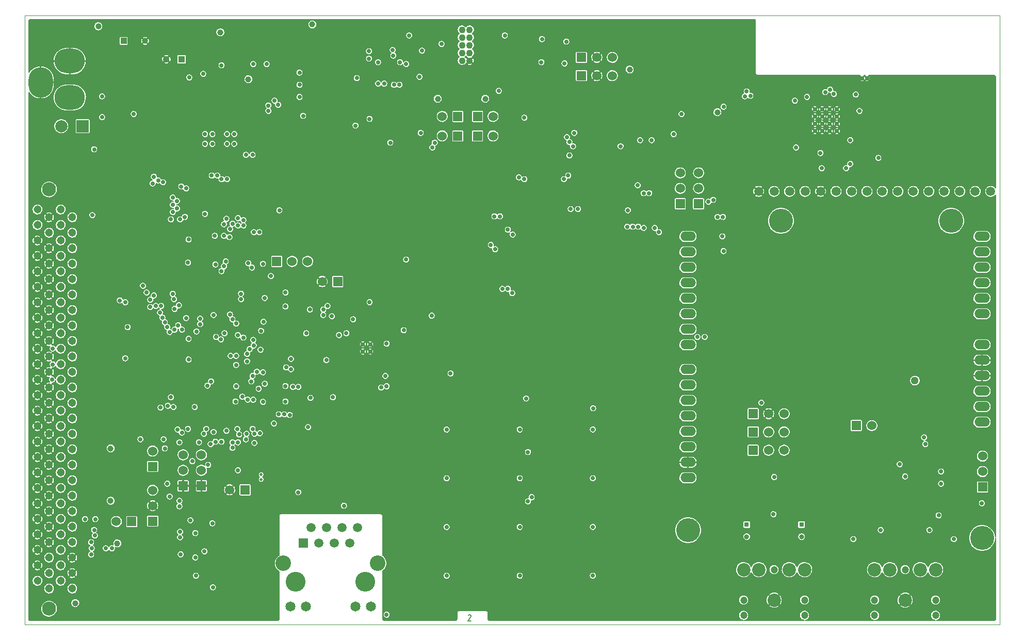
<source format=gbr>
G04 (created by PCBNEW-RS274X (2011-07-08 BZR 3044)-stable) date 07/12/2011 16:14:22*
G01*
G70*
G90*
%MOIN*%
G04 Gerber Fmt 3.4, Leading zero omitted, Abs format*
%FSLAX34Y34*%
G04 APERTURE LIST*
%ADD10C,0.006000*%
%ADD11C,0.007400*%
%ADD12C,0.003900*%
%ADD13C,0.027600*%
%ADD14C,0.019700*%
%ADD15R,0.060000X0.060000*%
%ADD16C,0.060000*%
%ADD17C,0.043300*%
%ADD18C,0.051400*%
%ADD19C,0.090600*%
%ADD20C,0.059000*%
%ADD21R,0.031500X0.031500*%
%ADD22C,0.031500*%
%ADD23O,0.100000X0.060000*%
%ADD24C,0.155000*%
%ADD25C,0.128000*%
%ADD26R,0.059100X0.059100*%
%ADD27C,0.059100*%
%ADD28C,0.100400*%
%ADD29C,0.065000*%
%ADD30C,0.078700*%
%ADD31R,0.078700X0.078700*%
%ADD32R,0.039400X0.039400*%
%ADD33C,0.039400*%
%ADD34C,0.051200*%
%ADD35C,0.086600*%
%ADD36C,0.047200*%
%ADD37O,0.196900X0.157500*%
%ADD38O,0.157500X0.196900*%
%ADD39R,0.043300X0.043300*%
%ADD40C,0.010000*%
G04 APERTURE END LIST*
G54D10*
G54D11*
X28656Y00591D02*
X28670Y00610D01*
X28698Y00629D01*
X28769Y00629D01*
X28797Y00610D01*
X28811Y00591D01*
X28825Y00553D01*
X28825Y00516D01*
X28811Y00460D01*
X28642Y00235D01*
X28825Y00235D01*
G54D12*
X62992Y00000D02*
X00000Y00000D01*
X62992Y39370D02*
X62992Y00000D01*
X00000Y39370D02*
X62992Y39370D01*
X00000Y00000D02*
X00000Y39370D01*
G54D13*
X21851Y18110D03*
X22323Y18110D03*
X22323Y17638D03*
X21851Y17638D03*
G54D14*
X15276Y09685D03*
X15276Y09371D03*
G54D15*
X43543Y27189D03*
G54D16*
X43543Y28189D03*
X43543Y29189D03*
G54D15*
X47071Y13622D03*
G54D16*
X48071Y13622D03*
X49071Y13622D03*
G54D15*
X42362Y27189D03*
G54D16*
X42362Y28189D03*
X42362Y29189D03*
G54D15*
X61890Y08882D03*
G54D16*
X61890Y09882D03*
X61890Y10882D03*
G54D15*
X47069Y11261D03*
G54D16*
X48069Y11261D03*
X49069Y11261D03*
G54D15*
X08268Y06677D03*
G54D16*
X08268Y07677D03*
X08268Y08677D03*
G54D15*
X47071Y12441D03*
G54D16*
X48071Y12441D03*
X49071Y12441D03*
G54D15*
X10236Y08961D03*
G54D16*
X10236Y09961D03*
X10236Y10961D03*
G54D15*
X11417Y08961D03*
G54D16*
X11417Y09961D03*
X11417Y10961D03*
G54D15*
X16283Y23465D03*
G54D16*
X17283Y23465D03*
X18283Y23465D03*
G54D15*
X35969Y35472D03*
G54D16*
X36969Y35472D03*
X37969Y35472D03*
G54D15*
X35969Y36653D03*
G54D16*
X36969Y36653D03*
X37969Y36653D03*
G54D15*
X29264Y31575D03*
G54D16*
X30264Y31575D03*
G54D15*
X29264Y32835D03*
G54D16*
X30264Y32835D03*
G54D15*
X27980Y32835D03*
G54D16*
X26980Y32835D03*
G54D15*
X27980Y31575D03*
G54D16*
X26980Y31575D03*
G54D15*
X20224Y22165D03*
G54D16*
X19224Y22165D03*
G54D15*
X53734Y12856D03*
G54D16*
X54734Y12856D03*
G54D15*
X14240Y08701D03*
G54D16*
X13240Y08701D03*
G54D15*
X06917Y06654D03*
G54D16*
X05917Y06654D03*
G54D17*
X28255Y38440D03*
X28255Y37940D03*
X28255Y37441D03*
X28255Y36942D03*
X28255Y36442D03*
X28753Y38440D03*
X28753Y37940D03*
X28753Y37441D03*
X28753Y36942D03*
X28753Y36442D03*
G54D18*
X00824Y26818D03*
X01574Y26318D03*
X02324Y26818D03*
X03074Y26318D03*
X02324Y25818D03*
X03074Y25318D03*
X02324Y24818D03*
X03074Y24318D03*
X02324Y23818D03*
X03074Y23318D03*
X02324Y22818D03*
X03074Y22318D03*
X02324Y21818D03*
X03074Y21318D03*
X02324Y20818D03*
X03074Y20318D03*
X02324Y19818D03*
X03074Y19318D03*
X02324Y18818D03*
X03074Y18318D03*
X02324Y17818D03*
X03074Y17318D03*
X02324Y16818D03*
X03074Y16318D03*
X02324Y15818D03*
X03074Y15318D03*
X02324Y14818D03*
X03074Y14318D03*
X02324Y13818D03*
X03074Y13318D03*
X02324Y12818D03*
X03074Y12318D03*
X02324Y11818D03*
X03074Y11318D03*
X02324Y10818D03*
X03074Y10318D03*
X02324Y09818D03*
X03074Y09318D03*
X02324Y08818D03*
X03074Y08318D03*
X02324Y07818D03*
X03074Y07318D03*
X02324Y06818D03*
X03074Y06318D03*
X02324Y05818D03*
X03074Y05318D03*
X02324Y04818D03*
X03074Y04318D03*
X02324Y03818D03*
X03074Y03318D03*
X02324Y02818D03*
X03074Y02318D03*
X00824Y25818D03*
X01574Y25318D03*
X00824Y24818D03*
X01574Y24318D03*
X00824Y23818D03*
X01574Y23318D03*
X00824Y22818D03*
X01574Y22318D03*
X00824Y21818D03*
X01574Y21318D03*
X00824Y20818D03*
X01574Y20318D03*
X00824Y19818D03*
X01574Y19318D03*
X00824Y18818D03*
X01574Y18318D03*
X00824Y17818D03*
X01574Y17318D03*
X00824Y16818D03*
X01574Y16318D03*
X00824Y15818D03*
X01574Y15318D03*
X00824Y14818D03*
X01574Y14318D03*
X00824Y13818D03*
X01574Y13318D03*
X00824Y12818D03*
X01574Y12318D03*
X00824Y11818D03*
X01574Y11318D03*
X00824Y10818D03*
X01574Y10318D03*
X00824Y09818D03*
X01574Y09318D03*
X00824Y08818D03*
X01574Y08318D03*
X00824Y07818D03*
X01574Y07318D03*
X00824Y06818D03*
X01574Y06318D03*
X00824Y05818D03*
X01574Y05318D03*
X00824Y04818D03*
X01574Y04318D03*
X00824Y03818D03*
X01574Y03318D03*
X00824Y02818D03*
X01574Y02318D03*
G54D19*
X01574Y01015D03*
X01574Y28121D03*
G54D20*
X47422Y27992D03*
X48422Y27992D03*
X49422Y27992D03*
X50422Y27992D03*
X51422Y27992D03*
X52422Y27992D03*
X53422Y27992D03*
X54422Y27992D03*
X55420Y27992D03*
X56420Y27992D03*
X57420Y27992D03*
X58420Y27992D03*
X59420Y27992D03*
X60420Y27992D03*
X61420Y27992D03*
X62420Y27992D03*
G54D21*
X46654Y06457D03*
G54D22*
X46654Y05669D03*
G54D21*
X50197Y06457D03*
G54D22*
X50197Y05669D03*
G54D23*
X61862Y25083D03*
X61862Y24083D03*
X61862Y23083D03*
X61862Y20083D03*
X61862Y21083D03*
X61862Y22083D03*
X61862Y18083D03*
X61862Y17083D03*
X61862Y16083D03*
X61862Y14083D03*
X61862Y13083D03*
X42862Y25083D03*
X42862Y24083D03*
X42862Y23083D03*
X42862Y22083D03*
X42862Y21083D03*
X42862Y20083D03*
X42862Y19083D03*
X42862Y18083D03*
X42862Y16483D03*
X42862Y15483D03*
X42862Y14483D03*
X42862Y13483D03*
X42862Y12483D03*
X42862Y11483D03*
X42862Y10483D03*
X42862Y09483D03*
X61862Y15083D03*
G54D24*
X59862Y26083D03*
X48862Y26083D03*
X42862Y06083D03*
X61862Y05583D03*
G54D25*
X17514Y02756D03*
X22014Y02756D03*
G54D26*
X18014Y05256D03*
G54D27*
X18514Y06256D03*
X19014Y05256D03*
X19514Y06256D03*
X20014Y05256D03*
X20514Y06256D03*
X21014Y05256D03*
X21514Y06256D03*
G54D28*
X22813Y03957D03*
X16715Y03957D03*
G54D29*
X17156Y01158D03*
X18156Y01158D03*
X21372Y01158D03*
X22372Y01158D03*
G54D30*
X02362Y32205D03*
G54D31*
X03740Y32205D03*
G54D32*
X06398Y37718D03*
G54D33*
X07776Y37718D03*
G54D34*
X57521Y15766D03*
G54D35*
X56890Y01575D03*
X55906Y03544D03*
X54921Y03544D03*
X57874Y03544D03*
X58859Y03544D03*
G54D36*
X56890Y03544D03*
X54921Y01575D03*
X54921Y00591D03*
X58859Y00591D03*
X58859Y01575D03*
G54D35*
X48425Y01575D03*
X47441Y03544D03*
X46456Y03544D03*
X49409Y03544D03*
X50394Y03544D03*
G54D36*
X48425Y03544D03*
X46456Y01575D03*
X46456Y00591D03*
X50394Y00591D03*
X50394Y01575D03*
G54D13*
X51063Y31889D03*
X51063Y32362D03*
X51063Y32834D03*
X51063Y33307D03*
X51536Y33307D03*
X51536Y32834D03*
X51536Y32362D03*
X51536Y31889D03*
X52008Y31889D03*
X52008Y32362D03*
X52008Y32834D03*
X52008Y33307D03*
X52481Y33307D03*
X52481Y32834D03*
X52481Y32362D03*
X52481Y31889D03*
G54D37*
X02913Y34055D03*
X02913Y36417D03*
G54D38*
X01023Y35039D03*
G54D39*
X10138Y36537D03*
G54D17*
X09154Y36537D03*
G54D15*
X08268Y10209D03*
G54D16*
X08268Y11209D03*
G54D13*
X54422Y35310D03*
X54108Y35310D03*
X61850Y07835D03*
X07638Y21890D03*
X07480Y11969D03*
X06496Y17205D03*
X17992Y32874D03*
X53937Y33189D03*
X49843Y30827D03*
X51417Y30472D03*
X51496Y29488D03*
X53071Y29488D03*
X53346Y29764D03*
X55157Y30157D03*
X53701Y34252D03*
X23622Y31142D03*
X22283Y32677D03*
X21378Y32244D03*
X25512Y35394D03*
X21457Y35315D03*
X25591Y31772D03*
X10551Y23386D03*
X17756Y34882D03*
X17756Y34094D03*
X17677Y08543D03*
X21220Y19724D03*
X12126Y06535D03*
X12165Y02402D03*
X17756Y35669D03*
X17205Y17165D03*
X13543Y31063D03*
X23780Y37126D03*
X13071Y31693D03*
X11654Y31693D03*
X38504Y30906D03*
X11654Y31063D03*
X12126Y31063D03*
X13543Y31693D03*
X12126Y31693D03*
X12717Y36142D03*
X22283Y20827D03*
X04291Y04528D03*
X30630Y34488D03*
X13780Y09961D03*
X35512Y31772D03*
X04370Y26457D03*
X04488Y06102D03*
X04291Y05315D03*
X23386Y00630D03*
X11614Y04724D03*
X49764Y33858D03*
X53346Y31299D03*
X14843Y11732D03*
X16102Y12992D03*
X06654Y19213D03*
X14724Y30354D03*
X31024Y38071D03*
X14291Y30354D03*
X12323Y23268D03*
X18189Y18819D03*
X12717Y11811D03*
X24488Y19016D03*
X11063Y03150D03*
X41929Y31693D03*
X15906Y22520D03*
X15394Y23307D03*
X10551Y12638D03*
X19921Y14685D03*
X13071Y31063D03*
X16850Y20551D03*
X16850Y21457D03*
G54D33*
X39094Y35867D03*
X44764Y33110D03*
X12638Y38268D03*
X03268Y01378D03*
G54D13*
X10630Y35354D03*
G54D33*
X05551Y11378D03*
X05551Y07992D03*
X05984Y05236D03*
X14449Y35236D03*
G54D13*
X05000Y34134D03*
G54D33*
X18583Y38780D03*
G54D13*
X10591Y18465D03*
X14764Y36220D03*
X55315Y06102D03*
X56535Y10354D03*
X58465Y06102D03*
X56890Y09567D03*
X48425Y09528D03*
X58189Y11654D03*
X53543Y05512D03*
X60039Y05512D03*
X48386Y07126D03*
X16417Y13583D03*
X16854Y15409D03*
X16772Y13583D03*
X16850Y14409D03*
X17126Y13543D03*
X17323Y15354D03*
X17677Y15354D03*
X18307Y12756D03*
X14291Y11969D03*
X15118Y15236D03*
X23819Y36772D03*
X22835Y36339D03*
X25669Y37087D03*
X26929Y37520D03*
X24843Y38071D03*
X26339Y30827D03*
X22835Y34961D03*
X24252Y36339D03*
X23858Y34882D03*
X24213Y34882D03*
X24646Y36220D03*
X23228Y34961D03*
X26496Y31142D03*
X44173Y27323D03*
X44764Y26339D03*
X45118Y26339D03*
X44488Y27441D03*
X11732Y12638D03*
X11811Y15433D03*
X11850Y10315D03*
X23858Y15630D03*
X23504Y30748D03*
X21220Y31102D03*
X23504Y31457D03*
X19961Y19449D03*
X21693Y37205D03*
X23031Y37205D03*
X62559Y31378D03*
X62559Y34528D03*
X62559Y30591D03*
X62559Y29803D03*
X62559Y33740D03*
X61850Y35315D03*
X58701Y35315D03*
X57913Y35315D03*
X56339Y35315D03*
X61063Y35315D03*
X60276Y35315D03*
X53307Y28819D03*
X54094Y28819D03*
X54882Y28819D03*
X55669Y28819D03*
X56457Y28819D03*
X57244Y28819D03*
X58031Y28819D03*
X58819Y28819D03*
X59606Y28819D03*
X60394Y28819D03*
X61181Y28819D03*
X61969Y28819D03*
X62559Y29016D03*
X62559Y35315D03*
X62559Y32953D03*
X59488Y35315D03*
X57126Y35315D03*
X62559Y32165D03*
X55157Y35315D03*
X45433Y27795D03*
X13937Y32717D03*
X12795Y33780D03*
X14764Y31654D03*
X13937Y32362D03*
X15039Y35827D03*
X34882Y34055D03*
X54134Y14567D03*
X07244Y09252D03*
X20039Y16535D03*
X19724Y16811D03*
X20709Y15157D03*
X20866Y15827D03*
X17441Y20591D03*
X18071Y20591D03*
X24685Y18268D03*
X24685Y17638D03*
X06772Y01457D03*
X45433Y28976D03*
G54D33*
X05551Y34173D03*
G54D13*
X20787Y17795D03*
X22874Y21693D03*
X18780Y18819D03*
X15433Y20256D03*
X12205Y23937D03*
X10531Y24016D03*
X10551Y22795D03*
X12480Y12677D03*
X12283Y09528D03*
X43465Y32953D03*
X10512Y14016D03*
X55039Y33543D03*
X14685Y10748D03*
X12283Y10709D03*
X10433Y11772D03*
X33740Y31772D03*
X14961Y21417D03*
X31299Y32835D03*
X17283Y33780D03*
X61457Y27047D03*
X16850Y17126D03*
X47323Y35315D03*
X48110Y35315D03*
X49685Y35315D03*
X50472Y35315D03*
X51260Y35315D03*
X52047Y35315D03*
X52835Y35315D03*
X53622Y35315D03*
X49173Y33858D03*
X48898Y29409D03*
X04803Y00591D03*
X52677Y30354D03*
X16575Y35039D03*
X51496Y28937D03*
X53937Y29764D03*
X53701Y31260D03*
X56024Y30551D03*
X55748Y30157D03*
X52913Y34843D03*
X54646Y33819D03*
X54646Y33268D03*
X53937Y33819D03*
X56102Y34843D03*
X56378Y34449D03*
X56654Y34843D03*
X56457Y33543D03*
X56732Y33150D03*
X56457Y32756D03*
X49843Y30236D03*
X15787Y12874D03*
G54D33*
X07559Y32953D03*
G54D13*
X14567Y36772D03*
X08110Y14646D03*
X06535Y18071D03*
X06181Y16850D03*
X06181Y14134D03*
X14646Y10315D03*
X48780Y09409D03*
X57205Y09134D03*
X40512Y34331D03*
X39764Y34331D03*
X32205Y38070D03*
X14921Y23386D03*
X41732Y38228D03*
X18504Y08740D03*
X19213Y08740D03*
X55748Y30945D03*
X20630Y09134D03*
X12677Y35039D03*
X49961Y29173D03*
X15276Y03622D03*
X22441Y35118D03*
X46654Y38228D03*
X45669Y38228D03*
X41457Y33661D03*
X43701Y38228D03*
X42717Y38228D03*
X40748Y38228D03*
X39764Y38228D03*
X18071Y17598D03*
X12520Y21417D03*
X08110Y19213D03*
X22087Y33071D03*
X24843Y31181D03*
X25591Y30984D03*
X20709Y32598D03*
X21850Y35984D03*
X24528Y34213D03*
X24528Y34764D03*
X15315Y07756D03*
X29685Y35315D03*
X25591Y36260D03*
X14331Y31654D03*
X15433Y31732D03*
X18268Y19646D03*
X23701Y19646D03*
X07047Y13740D03*
X14055Y35354D03*
X17362Y36260D03*
X17362Y37008D03*
X15039Y37323D03*
X16496Y10315D03*
X20748Y12756D03*
X17638Y12756D03*
X06496Y21890D03*
X06772Y22598D03*
X18110Y21457D03*
X18110Y22165D03*
X19252Y16811D03*
X44685Y38228D03*
X38504Y31299D03*
X11260Y06732D03*
X11024Y01614D03*
X31299Y00984D03*
X26575Y00984D03*
X36024Y00984D03*
X58957Y11161D03*
X52657Y07618D03*
X54724Y09980D03*
X55413Y11654D03*
X60925Y07618D03*
X06378Y11969D03*
X54429Y10669D03*
X48898Y35315D03*
X08110Y17047D03*
X22992Y19016D03*
X53466Y14606D03*
X05787Y27402D03*
X49016Y07126D03*
X06732Y11969D03*
X12323Y11457D03*
X51378Y30079D03*
X20118Y33386D03*
X53071Y29134D03*
X49173Y31850D03*
X30354Y26378D03*
X40984Y25354D03*
X45157Y24134D03*
X22244Y36575D03*
X22244Y37047D03*
X45079Y25079D03*
X40709Y25630D03*
X30709Y26378D03*
X05000Y32795D03*
X11535Y35591D03*
X07047Y32992D03*
X04488Y30709D03*
X31496Y21417D03*
X32520Y07953D03*
X04567Y06811D03*
X35000Y37677D03*
X59213Y09094D03*
X59213Y09882D03*
X04528Y05748D03*
X05630Y04921D03*
X20630Y07677D03*
X11575Y12323D03*
X12047Y15709D03*
X15630Y36220D03*
X11102Y18937D03*
X11339Y19764D03*
X16378Y33583D03*
X11339Y19409D03*
X16142Y33858D03*
X12362Y18583D03*
X12677Y18425D03*
X10591Y17126D03*
X08780Y14016D03*
X08976Y11969D03*
X23386Y18150D03*
X15512Y21102D03*
X13780Y25787D03*
X13976Y21024D03*
X14685Y23071D03*
X15157Y25354D03*
X47598Y14331D03*
X14449Y23346D03*
X14803Y25354D03*
X13976Y21378D03*
X14134Y25787D03*
X32283Y32756D03*
X13071Y28780D03*
X10157Y19055D03*
X32283Y28780D03*
X13268Y25551D03*
X12992Y23465D03*
X09961Y20630D03*
X10354Y26339D03*
X09685Y20394D03*
X10039Y26181D03*
X07874Y21457D03*
X50551Y34094D03*
X45157Y33465D03*
X08346Y28937D03*
X01772Y15827D03*
X08268Y28504D03*
X08110Y20984D03*
X06142Y20945D03*
X01811Y17835D03*
X08346Y21260D03*
X08622Y28701D03*
X06496Y20827D03*
X08937Y28583D03*
X08110Y20512D03*
X01811Y16811D03*
X58110Y12087D03*
X59055Y07047D03*
X12874Y23150D03*
X13425Y25906D03*
X13425Y11417D03*
X13425Y11772D03*
X13780Y11772D03*
X12205Y12441D03*
X32520Y11142D03*
X33425Y37835D03*
X12323Y11811D03*
X13740Y12638D03*
X30866Y21693D03*
X03898Y06811D03*
X13858Y12283D03*
X14055Y14724D03*
X14331Y12323D03*
X14409Y14528D03*
X14843Y12323D03*
X39764Y31299D03*
X19567Y20591D03*
X10000Y07992D03*
X09213Y09094D03*
X09370Y08268D03*
X11024Y04331D03*
X10079Y04528D03*
X10000Y07638D03*
X15512Y15551D03*
X18465Y14646D03*
X20315Y18701D03*
X15433Y19567D03*
X42441Y32992D03*
X19291Y20000D03*
X19291Y20354D03*
X40512Y31299D03*
X34843Y28780D03*
X12441Y29016D03*
X34882Y36260D03*
X09685Y19055D03*
X35197Y31181D03*
X12717Y28780D03*
X33386Y36339D03*
X31929Y28898D03*
X09921Y19331D03*
X04331Y04921D03*
X05236Y04921D03*
X09252Y14134D03*
X09606Y14055D03*
X11024Y05906D03*
X10039Y05984D03*
X31220Y21693D03*
X32756Y08228D03*
X09055Y11378D03*
X35039Y31496D03*
X09882Y12598D03*
X10157Y12402D03*
X10000Y11772D03*
X10984Y14055D03*
X14724Y12638D03*
X15197Y12362D03*
X13780Y18701D03*
X15394Y14390D03*
X14764Y14528D03*
X09449Y14685D03*
X14134Y18543D03*
X14764Y18386D03*
X14370Y17008D03*
X40000Y25630D03*
X31535Y25197D03*
X30394Y24252D03*
X13661Y17362D03*
X13661Y19449D03*
X13228Y25039D03*
X17205Y16496D03*
X16457Y26772D03*
X15276Y18976D03*
X51732Y34409D03*
X39606Y28386D03*
X38976Y26772D03*
X46654Y34449D03*
X20787Y18819D03*
X12913Y18819D03*
X15748Y33543D03*
X12283Y25118D03*
X11654Y26535D03*
X12717Y22835D03*
X32402Y14606D03*
X36733Y13976D03*
X30118Y24528D03*
X13307Y17362D03*
X13425Y19724D03*
X39646Y25709D03*
X12874Y25118D03*
X31220Y25512D03*
X16890Y16614D03*
X36713Y12598D03*
X31988Y12598D03*
X15394Y16299D03*
X27264Y12598D03*
X23307Y16063D03*
X15000Y16339D03*
X27264Y09449D03*
X31988Y09449D03*
X36713Y09449D03*
X14724Y16063D03*
X23386Y15394D03*
X36713Y06299D03*
X31988Y06299D03*
X27264Y06299D03*
X14646Y15709D03*
X23031Y15315D03*
X27264Y03150D03*
X31988Y03150D03*
X36713Y03150D03*
X14134Y26142D03*
X14370Y17480D03*
X13780Y26260D03*
X15236Y17756D03*
X40000Y27874D03*
X38937Y25709D03*
X13031Y26220D03*
X14528Y17795D03*
X12874Y25866D03*
X39291Y25709D03*
X40354Y27874D03*
X14803Y18031D03*
X09646Y21024D03*
X52283Y34291D03*
X46890Y34173D03*
X10433Y28189D03*
X46535Y34134D03*
X10118Y28307D03*
X09567Y21378D03*
X52047Y34567D03*
X13661Y16772D03*
X13622Y14409D03*
X13661Y15394D03*
X19488Y17087D03*
X12008Y11654D03*
X10709Y06732D03*
X10039Y05630D03*
X10827Y10551D03*
X13031Y12520D03*
X15748Y33189D03*
X08465Y20591D03*
X09567Y27598D03*
X09843Y27362D03*
X08819Y20591D03*
X09567Y27126D03*
X08740Y20157D03*
X09843Y26890D03*
X08898Y19843D03*
X09055Y19528D03*
X09567Y26654D03*
X09449Y26181D03*
X35748Y26850D03*
X35433Y30906D03*
X09213Y19213D03*
X35276Y26850D03*
X09370Y18898D03*
X35118Y29016D03*
X35197Y30315D03*
X12087Y29016D03*
X11260Y11772D03*
X26299Y19961D03*
X19843Y19921D03*
X43465Y18583D03*
X43937Y18583D03*
X27520Y16220D03*
X13268Y20039D03*
X12205Y20000D03*
X10433Y19803D03*
X10591Y24882D03*
G54D33*
X04764Y38661D03*
X26693Y33976D03*
X29764Y33976D03*
G54D13*
X24646Y23583D03*
X18425Y20354D03*
G54D40*
X62559Y30591D02*
X62559Y29803D01*
X59488Y35315D02*
X60276Y35315D01*
X61063Y35315D02*
X61850Y35315D01*
X57913Y35315D02*
X58701Y35315D01*
X54882Y28819D02*
X54094Y28819D01*
X56457Y28819D02*
X55669Y28819D01*
X58031Y28819D02*
X57244Y28819D01*
X59606Y28819D02*
X58819Y28819D01*
X61181Y28819D02*
X60394Y28819D01*
X62362Y28819D02*
X61969Y28819D01*
X62559Y29016D02*
X62362Y28819D01*
X62559Y35315D02*
X62559Y34528D01*
X62559Y33740D02*
X62559Y32953D01*
X62559Y32165D02*
X62559Y31378D01*
X56339Y35315D02*
X57126Y35315D01*
X54422Y35310D02*
X54427Y35315D01*
X54427Y35315D02*
X55157Y35315D01*
X54108Y35310D02*
X54103Y35315D01*
X48110Y35315D02*
X47323Y35315D01*
X49685Y35315D02*
X48898Y35315D01*
X51260Y35315D02*
X50472Y35315D01*
X52835Y35315D02*
X52047Y35315D01*
X54103Y35315D02*
X53622Y35315D01*
G54D10*
G36*
X62726Y00355D02*
X62724Y00337D01*
X62719Y00321D01*
X62711Y00305D01*
X62700Y00292D01*
X62687Y00281D01*
X62671Y00273D01*
X62655Y00268D01*
X62637Y00266D01*
X60804Y00266D01*
X60804Y28030D01*
X60789Y28104D01*
X60761Y28173D01*
X60719Y28236D01*
X60666Y28290D01*
X60603Y28332D01*
X60534Y28361D01*
X60460Y28376D01*
X60385Y28376D01*
X60311Y28362D01*
X60241Y28334D01*
X60178Y28293D01*
X60124Y28240D01*
X60082Y28178D01*
X60052Y28108D01*
X60036Y28035D01*
X60036Y27959D01*
X60049Y27885D01*
X60077Y27815D01*
X60118Y27752D01*
X60170Y27698D01*
X60232Y27655D01*
X60301Y27625D01*
X60375Y27609D01*
X60450Y27607D01*
X60524Y27620D01*
X60594Y27648D01*
X60658Y27688D01*
X60712Y27740D01*
X60756Y27802D01*
X60786Y27871D01*
X60803Y27944D01*
X60804Y28030D01*
X60804Y00266D01*
X60727Y00266D01*
X60727Y26168D01*
X60694Y26334D01*
X60629Y26491D01*
X60535Y26632D01*
X60416Y26753D01*
X60275Y26848D01*
X60119Y26913D01*
X59953Y26947D01*
X59804Y26949D01*
X59804Y28030D01*
X59789Y28104D01*
X59761Y28173D01*
X59719Y28236D01*
X59666Y28290D01*
X59603Y28332D01*
X59534Y28361D01*
X59460Y28376D01*
X59385Y28376D01*
X59311Y28362D01*
X59241Y28334D01*
X59178Y28293D01*
X59124Y28240D01*
X59082Y28178D01*
X59052Y28108D01*
X59036Y28035D01*
X59036Y27959D01*
X59049Y27885D01*
X59077Y27815D01*
X59118Y27752D01*
X59170Y27698D01*
X59232Y27655D01*
X59301Y27625D01*
X59375Y27609D01*
X59450Y27607D01*
X59524Y27620D01*
X59594Y27648D01*
X59658Y27688D01*
X59712Y27740D01*
X59756Y27802D01*
X59786Y27871D01*
X59803Y27944D01*
X59804Y28030D01*
X59804Y26949D01*
X59783Y26949D01*
X59616Y26917D01*
X59459Y26853D01*
X59317Y26760D01*
X59196Y26642D01*
X59100Y26502D01*
X59033Y26346D01*
X58998Y26180D01*
X58996Y26010D01*
X59027Y25843D01*
X59089Y25686D01*
X59181Y25543D01*
X59299Y25421D01*
X59438Y25324D01*
X59594Y25256D01*
X59759Y25220D01*
X59929Y25216D01*
X60096Y25246D01*
X60254Y25307D01*
X60397Y25398D01*
X60520Y25515D01*
X60618Y25654D01*
X60687Y25809D01*
X60724Y25974D01*
X60727Y26168D01*
X60727Y00266D01*
X60267Y00266D01*
X60267Y05534D01*
X60258Y05578D01*
X60241Y05619D01*
X60217Y05656D01*
X60185Y05688D01*
X60148Y05713D01*
X60107Y05731D01*
X60063Y05740D01*
X60019Y05740D01*
X59975Y05732D01*
X59933Y05715D01*
X59896Y05691D01*
X59864Y05660D01*
X59838Y05623D01*
X59821Y05582D01*
X59811Y05538D01*
X59811Y05493D01*
X59819Y05449D01*
X59835Y05408D01*
X59859Y05370D01*
X59890Y05338D01*
X59927Y05312D01*
X59968Y05294D01*
X60012Y05285D01*
X60056Y05284D01*
X60100Y05291D01*
X60142Y05307D01*
X60180Y05331D01*
X60212Y05362D01*
X60238Y05399D01*
X60256Y05439D01*
X60266Y05483D01*
X60267Y05534D01*
X60267Y00266D01*
X59441Y00266D01*
X59441Y09116D01*
X59441Y09904D01*
X59432Y09948D01*
X59415Y09989D01*
X59391Y10026D01*
X59359Y10058D01*
X59322Y10083D01*
X59281Y10101D01*
X59237Y10110D01*
X59193Y10110D01*
X59149Y10102D01*
X59107Y10085D01*
X59070Y10061D01*
X59038Y10030D01*
X59012Y09993D01*
X58995Y09952D01*
X58985Y09908D01*
X58985Y09863D01*
X58993Y09819D01*
X59009Y09778D01*
X59033Y09740D01*
X59064Y09708D01*
X59101Y09682D01*
X59142Y09664D01*
X59186Y09655D01*
X59230Y09654D01*
X59274Y09661D01*
X59316Y09677D01*
X59354Y09701D01*
X59386Y09732D01*
X59412Y09769D01*
X59430Y09809D01*
X59440Y09853D01*
X59441Y09904D01*
X59441Y09116D01*
X59432Y09160D01*
X59415Y09201D01*
X59391Y09238D01*
X59359Y09270D01*
X59322Y09295D01*
X59281Y09313D01*
X59237Y09322D01*
X59193Y09322D01*
X59149Y09314D01*
X59107Y09297D01*
X59070Y09273D01*
X59038Y09242D01*
X59012Y09205D01*
X58995Y09164D01*
X58985Y09120D01*
X58985Y09075D01*
X58993Y09031D01*
X59009Y08990D01*
X59033Y08952D01*
X59064Y08920D01*
X59101Y08894D01*
X59142Y08876D01*
X59186Y08867D01*
X59230Y08866D01*
X59274Y08873D01*
X59316Y08889D01*
X59354Y08913D01*
X59386Y08944D01*
X59412Y08981D01*
X59430Y09021D01*
X59440Y09065D01*
X59441Y09116D01*
X59441Y00266D01*
X59381Y00266D01*
X59381Y03595D01*
X59361Y03695D01*
X59322Y03790D01*
X59283Y03850D01*
X59283Y07069D01*
X59274Y07113D01*
X59257Y07154D01*
X59233Y07191D01*
X59201Y07223D01*
X59164Y07248D01*
X59123Y07266D01*
X59079Y07275D01*
X59035Y07275D01*
X58991Y07267D01*
X58949Y07250D01*
X58912Y07226D01*
X58880Y07195D01*
X58854Y07158D01*
X58837Y07117D01*
X58827Y07073D01*
X58827Y07028D01*
X58835Y06984D01*
X58851Y06943D01*
X58875Y06905D01*
X58906Y06873D01*
X58943Y06847D01*
X58984Y06829D01*
X59028Y06820D01*
X59072Y06819D01*
X59116Y06826D01*
X59158Y06842D01*
X59196Y06866D01*
X59228Y06897D01*
X59254Y06934D01*
X59272Y06974D01*
X59282Y07018D01*
X59283Y07069D01*
X59283Y03850D01*
X59266Y03875D01*
X59193Y03948D01*
X59109Y04005D01*
X59014Y04045D01*
X58914Y04066D01*
X58812Y04066D01*
X58804Y04065D01*
X58804Y28030D01*
X58789Y28104D01*
X58761Y28173D01*
X58719Y28236D01*
X58666Y28290D01*
X58603Y28332D01*
X58534Y28361D01*
X58460Y28376D01*
X58385Y28376D01*
X58311Y28362D01*
X58241Y28334D01*
X58178Y28293D01*
X58124Y28240D01*
X58082Y28178D01*
X58052Y28108D01*
X58036Y28035D01*
X58036Y27959D01*
X58049Y27885D01*
X58077Y27815D01*
X58118Y27752D01*
X58170Y27698D01*
X58232Y27655D01*
X58301Y27625D01*
X58375Y27609D01*
X58450Y27607D01*
X58524Y27620D01*
X58594Y27648D01*
X58658Y27688D01*
X58712Y27740D01*
X58756Y27802D01*
X58786Y27871D01*
X58803Y27944D01*
X58804Y28030D01*
X58804Y04065D01*
X58711Y04047D01*
X58693Y04040D01*
X58693Y06124D01*
X58684Y06168D01*
X58667Y06209D01*
X58643Y06246D01*
X58611Y06278D01*
X58574Y06303D01*
X58533Y06321D01*
X58489Y06330D01*
X58445Y06330D01*
X58417Y06325D01*
X58417Y11676D01*
X58408Y11720D01*
X58391Y11761D01*
X58367Y11798D01*
X58335Y11830D01*
X58298Y11855D01*
X58257Y11873D01*
X58213Y11882D01*
X58251Y11906D01*
X58283Y11937D01*
X58309Y11974D01*
X58327Y12014D01*
X58337Y12058D01*
X58338Y12109D01*
X58329Y12153D01*
X58312Y12194D01*
X58288Y12231D01*
X58256Y12263D01*
X58219Y12288D01*
X58178Y12306D01*
X58134Y12315D01*
X58090Y12315D01*
X58046Y12307D01*
X58004Y12290D01*
X57967Y12266D01*
X57935Y12235D01*
X57909Y12198D01*
X57892Y12157D01*
X57882Y12113D01*
X57882Y12068D01*
X57890Y12024D01*
X57906Y11983D01*
X57930Y11945D01*
X57961Y11913D01*
X57998Y11887D01*
X58039Y11869D01*
X58083Y11860D01*
X58090Y11860D01*
X58083Y11857D01*
X58046Y11833D01*
X58014Y11802D01*
X57988Y11765D01*
X57971Y11724D01*
X57961Y11680D01*
X57961Y11635D01*
X57969Y11591D01*
X57985Y11550D01*
X58009Y11512D01*
X58040Y11480D01*
X58077Y11454D01*
X58118Y11436D01*
X58162Y11427D01*
X58206Y11426D01*
X58250Y11433D01*
X58292Y11449D01*
X58330Y11473D01*
X58362Y11504D01*
X58388Y11541D01*
X58406Y11581D01*
X58416Y11625D01*
X58417Y11676D01*
X58417Y06325D01*
X58401Y06322D01*
X58359Y06305D01*
X58322Y06281D01*
X58290Y06250D01*
X58264Y06213D01*
X58247Y06172D01*
X58237Y06128D01*
X58237Y06083D01*
X58245Y06039D01*
X58261Y05998D01*
X58285Y05960D01*
X58316Y05928D01*
X58353Y05902D01*
X58394Y05884D01*
X58438Y05875D01*
X58482Y05874D01*
X58526Y05881D01*
X58568Y05897D01*
X58606Y05921D01*
X58638Y05952D01*
X58664Y05989D01*
X58682Y06029D01*
X58692Y06073D01*
X58693Y06124D01*
X58693Y04040D01*
X58616Y04009D01*
X58530Y03953D01*
X58457Y03881D01*
X58399Y03797D01*
X58365Y03720D01*
X58337Y03790D01*
X58281Y03875D01*
X58208Y03948D01*
X58124Y04005D01*
X58029Y04045D01*
X57929Y04066D01*
X57866Y04066D01*
X57866Y15800D01*
X57853Y15866D01*
X57827Y15929D01*
X57804Y15964D01*
X57804Y28030D01*
X57789Y28104D01*
X57761Y28173D01*
X57719Y28236D01*
X57666Y28290D01*
X57603Y28332D01*
X57534Y28361D01*
X57460Y28376D01*
X57385Y28376D01*
X57311Y28362D01*
X57241Y28334D01*
X57178Y28293D01*
X57124Y28240D01*
X57082Y28178D01*
X57052Y28108D01*
X57036Y28035D01*
X57036Y27959D01*
X57049Y27885D01*
X57077Y27815D01*
X57118Y27752D01*
X57170Y27698D01*
X57232Y27655D01*
X57301Y27625D01*
X57375Y27609D01*
X57450Y27607D01*
X57524Y27620D01*
X57594Y27648D01*
X57658Y27688D01*
X57712Y27740D01*
X57756Y27802D01*
X57786Y27871D01*
X57803Y27944D01*
X57804Y28030D01*
X57804Y15964D01*
X57790Y15985D01*
X57742Y16033D01*
X57686Y16071D01*
X57623Y16097D01*
X57557Y16111D01*
X57489Y16111D01*
X57423Y16099D01*
X57360Y16073D01*
X57304Y16036D01*
X57255Y15989D01*
X57217Y15933D01*
X57191Y15871D01*
X57176Y15804D01*
X57176Y15737D01*
X57188Y15670D01*
X57213Y15607D01*
X57249Y15551D01*
X57296Y15502D01*
X57352Y15463D01*
X57414Y15436D01*
X57480Y15422D01*
X57548Y15420D01*
X57614Y15432D01*
X57677Y15457D01*
X57735Y15493D01*
X57784Y15540D01*
X57823Y15595D01*
X57850Y15657D01*
X57865Y15723D01*
X57866Y15800D01*
X57866Y04066D01*
X57827Y04066D01*
X57726Y04047D01*
X57631Y04009D01*
X57545Y03953D01*
X57472Y03881D01*
X57414Y03797D01*
X57374Y03703D01*
X57353Y03603D01*
X57351Y03500D01*
X57370Y03400D01*
X57407Y03304D01*
X57463Y03218D01*
X57534Y03145D01*
X57618Y03086D01*
X57712Y03045D01*
X57812Y03023D01*
X57914Y03021D01*
X58015Y03039D01*
X58110Y03076D01*
X58197Y03131D01*
X58271Y03201D01*
X58330Y03285D01*
X58367Y03368D01*
X58392Y03304D01*
X58448Y03218D01*
X58519Y03145D01*
X58603Y03086D01*
X58697Y03045D01*
X58797Y03023D01*
X58899Y03021D01*
X59000Y03039D01*
X59095Y03076D01*
X59182Y03131D01*
X59256Y03201D01*
X59315Y03285D01*
X59357Y03378D01*
X59379Y03478D01*
X59381Y03595D01*
X59381Y00266D01*
X58889Y00266D01*
X58947Y00276D01*
X59006Y00300D01*
X59060Y00334D01*
X59106Y00378D01*
X59143Y00430D01*
X59169Y00488D01*
X59183Y00550D01*
X59184Y00623D01*
X59184Y01607D01*
X59172Y01670D01*
X59147Y01728D01*
X59112Y01782D01*
X59067Y01827D01*
X59014Y01862D01*
X58955Y01887D01*
X58893Y01900D01*
X58829Y01900D01*
X58767Y01888D01*
X58708Y01864D01*
X58654Y01829D01*
X58609Y01785D01*
X58573Y01732D01*
X58548Y01674D01*
X58534Y01611D01*
X58534Y01548D01*
X58545Y01485D01*
X58569Y01426D01*
X58603Y01372D01*
X58647Y01326D01*
X58700Y01290D01*
X58758Y01264D01*
X58820Y01251D01*
X58884Y01249D01*
X58947Y01260D01*
X59006Y01284D01*
X59060Y01318D01*
X59106Y01362D01*
X59143Y01414D01*
X59169Y01472D01*
X59183Y01534D01*
X59184Y01607D01*
X59184Y00623D01*
X59172Y00686D01*
X59147Y00744D01*
X59112Y00798D01*
X59067Y00843D01*
X59014Y00878D01*
X58955Y00903D01*
X58893Y00916D01*
X58829Y00916D01*
X58767Y00904D01*
X58708Y00880D01*
X58654Y00845D01*
X58609Y00801D01*
X58573Y00748D01*
X58548Y00690D01*
X58534Y00627D01*
X58534Y00564D01*
X58545Y00501D01*
X58569Y00442D01*
X58603Y00388D01*
X58647Y00342D01*
X58700Y00306D01*
X58758Y00280D01*
X58820Y00267D01*
X58852Y00266D01*
X57413Y00266D01*
X57413Y01573D01*
X57403Y01675D01*
X57373Y01772D01*
X57326Y01862D01*
X57323Y01866D01*
X57258Y01914D01*
X57229Y01886D01*
X57229Y01943D01*
X57215Y01962D01*
X57215Y03576D01*
X57203Y03639D01*
X57178Y03697D01*
X57143Y03751D01*
X57118Y03776D01*
X57118Y09589D01*
X57109Y09633D01*
X57092Y09674D01*
X57068Y09711D01*
X57036Y09743D01*
X56999Y09768D01*
X56958Y09786D01*
X56914Y09795D01*
X56870Y09795D01*
X56826Y09787D01*
X56804Y09779D01*
X56804Y28030D01*
X56789Y28104D01*
X56761Y28173D01*
X56719Y28236D01*
X56666Y28290D01*
X56603Y28332D01*
X56534Y28361D01*
X56460Y28376D01*
X56385Y28376D01*
X56311Y28362D01*
X56241Y28334D01*
X56178Y28293D01*
X56124Y28240D01*
X56082Y28178D01*
X56052Y28108D01*
X56036Y28035D01*
X56036Y27959D01*
X56049Y27885D01*
X56077Y27815D01*
X56118Y27752D01*
X56170Y27698D01*
X56232Y27655D01*
X56301Y27625D01*
X56375Y27609D01*
X56450Y27607D01*
X56524Y27620D01*
X56594Y27648D01*
X56658Y27688D01*
X56712Y27740D01*
X56756Y27802D01*
X56786Y27871D01*
X56803Y27944D01*
X56804Y28030D01*
X56804Y09779D01*
X56784Y09770D01*
X56763Y09757D01*
X56763Y10376D01*
X56754Y10420D01*
X56737Y10461D01*
X56713Y10498D01*
X56681Y10530D01*
X56644Y10555D01*
X56603Y10573D01*
X56559Y10582D01*
X56515Y10582D01*
X56471Y10574D01*
X56429Y10557D01*
X56392Y10533D01*
X56360Y10502D01*
X56334Y10465D01*
X56317Y10424D01*
X56307Y10380D01*
X56307Y10335D01*
X56315Y10291D01*
X56331Y10250D01*
X56355Y10212D01*
X56386Y10180D01*
X56423Y10154D01*
X56464Y10136D01*
X56508Y10127D01*
X56552Y10126D01*
X56596Y10133D01*
X56638Y10149D01*
X56676Y10173D01*
X56708Y10204D01*
X56734Y10241D01*
X56752Y10281D01*
X56762Y10325D01*
X56763Y10376D01*
X56763Y09757D01*
X56747Y09746D01*
X56715Y09715D01*
X56689Y09678D01*
X56672Y09637D01*
X56662Y09593D01*
X56662Y09548D01*
X56670Y09504D01*
X56686Y09463D01*
X56710Y09425D01*
X56741Y09393D01*
X56778Y09367D01*
X56819Y09349D01*
X56863Y09340D01*
X56907Y09339D01*
X56951Y09346D01*
X56993Y09362D01*
X57031Y09386D01*
X57063Y09417D01*
X57089Y09454D01*
X57107Y09494D01*
X57117Y09538D01*
X57118Y09589D01*
X57118Y03776D01*
X57098Y03796D01*
X57045Y03831D01*
X56986Y03856D01*
X56924Y03869D01*
X56860Y03869D01*
X56798Y03857D01*
X56739Y03833D01*
X56685Y03798D01*
X56640Y03754D01*
X56604Y03701D01*
X56579Y03643D01*
X56565Y03580D01*
X56565Y03517D01*
X56576Y03454D01*
X56600Y03395D01*
X56634Y03341D01*
X56678Y03295D01*
X56731Y03259D01*
X56789Y03233D01*
X56851Y03220D01*
X56915Y03218D01*
X56978Y03229D01*
X57037Y03253D01*
X57091Y03287D01*
X57137Y03331D01*
X57174Y03383D01*
X57200Y03441D01*
X57214Y03503D01*
X57215Y03576D01*
X57215Y01962D01*
X57181Y02008D01*
X57091Y02057D01*
X56993Y02087D01*
X56892Y02098D01*
X56790Y02088D01*
X56693Y02058D01*
X56603Y02011D01*
X56599Y02008D01*
X56551Y01943D01*
X56890Y01603D01*
X57229Y01943D01*
X57229Y01886D01*
X56918Y01575D01*
X57258Y01236D01*
X57323Y01284D01*
X57372Y01374D01*
X57402Y01472D01*
X57413Y01573D01*
X57413Y00266D01*
X57229Y00266D01*
X57229Y01207D01*
X56890Y01547D01*
X56862Y01519D01*
X56862Y01575D01*
X56522Y01914D01*
X56457Y01866D01*
X56428Y01813D01*
X56428Y03595D01*
X56408Y03695D01*
X56369Y03790D01*
X56313Y03875D01*
X56240Y03948D01*
X56156Y04005D01*
X56061Y04045D01*
X55961Y04066D01*
X55859Y04066D01*
X55804Y04056D01*
X55804Y28030D01*
X55789Y28104D01*
X55761Y28173D01*
X55719Y28236D01*
X55666Y28290D01*
X55603Y28332D01*
X55534Y28361D01*
X55460Y28376D01*
X55385Y28376D01*
X55385Y30179D01*
X55376Y30223D01*
X55359Y30264D01*
X55335Y30301D01*
X55303Y30333D01*
X55266Y30358D01*
X55225Y30376D01*
X55181Y30385D01*
X55137Y30385D01*
X55093Y30377D01*
X55051Y30360D01*
X55014Y30336D01*
X54982Y30305D01*
X54956Y30268D01*
X54939Y30227D01*
X54929Y30183D01*
X54929Y30138D01*
X54937Y30094D01*
X54953Y30053D01*
X54977Y30015D01*
X55008Y29983D01*
X55045Y29957D01*
X55086Y29939D01*
X55130Y29930D01*
X55174Y29929D01*
X55218Y29936D01*
X55260Y29952D01*
X55298Y29976D01*
X55330Y30007D01*
X55356Y30044D01*
X55374Y30084D01*
X55384Y30128D01*
X55385Y30179D01*
X55385Y28376D01*
X55311Y28362D01*
X55241Y28334D01*
X55178Y28293D01*
X55124Y28240D01*
X55082Y28178D01*
X55052Y28108D01*
X55036Y28035D01*
X55036Y27959D01*
X55049Y27885D01*
X55077Y27815D01*
X55118Y27752D01*
X55170Y27698D01*
X55232Y27655D01*
X55301Y27625D01*
X55375Y27609D01*
X55450Y27607D01*
X55524Y27620D01*
X55594Y27648D01*
X55658Y27688D01*
X55712Y27740D01*
X55756Y27802D01*
X55786Y27871D01*
X55803Y27944D01*
X55804Y28030D01*
X55804Y04056D01*
X55758Y04047D01*
X55663Y04009D01*
X55577Y03953D01*
X55543Y03920D01*
X55543Y06124D01*
X55534Y06168D01*
X55517Y06209D01*
X55493Y06246D01*
X55461Y06278D01*
X55424Y06303D01*
X55383Y06321D01*
X55339Y06330D01*
X55295Y06330D01*
X55251Y06322D01*
X55209Y06305D01*
X55172Y06281D01*
X55140Y06250D01*
X55123Y06226D01*
X55123Y12894D01*
X55108Y12969D01*
X55079Y13039D01*
X55037Y13103D01*
X54983Y13157D01*
X54920Y13200D01*
X54850Y13229D01*
X54806Y13239D01*
X54806Y28030D01*
X54791Y28104D01*
X54763Y28173D01*
X54721Y28236D01*
X54668Y28290D01*
X54649Y28303D01*
X54649Y35321D01*
X54643Y35365D01*
X54628Y35407D01*
X54617Y35427D01*
X54581Y35441D01*
X54450Y35310D01*
X54581Y35179D01*
X54617Y35193D01*
X54636Y35233D01*
X54647Y35276D01*
X54649Y35321D01*
X54649Y28303D01*
X54605Y28332D01*
X54553Y28354D01*
X54553Y35151D01*
X54422Y35282D01*
X54394Y35254D01*
X54394Y35310D01*
X54323Y35381D01*
X54314Y35407D01*
X54303Y35427D01*
X54267Y35441D01*
X54265Y35439D01*
X54263Y35441D01*
X54227Y35427D01*
X54208Y35387D01*
X54206Y35381D01*
X54136Y35310D01*
X54206Y35240D01*
X54216Y35213D01*
X54227Y35193D01*
X54263Y35179D01*
X54265Y35181D01*
X54267Y35179D01*
X54303Y35193D01*
X54322Y35233D01*
X54323Y35240D01*
X54394Y35310D01*
X54394Y35254D01*
X54291Y35151D01*
X54305Y35115D01*
X54345Y35096D01*
X54388Y35085D01*
X54433Y35083D01*
X54477Y35089D01*
X54519Y35104D01*
X54539Y35115D01*
X54553Y35151D01*
X54553Y28354D01*
X54536Y28361D01*
X54462Y28376D01*
X54387Y28376D01*
X54313Y28362D01*
X54243Y28334D01*
X54239Y28332D01*
X54239Y35151D01*
X54108Y35282D01*
X54080Y35254D01*
X54080Y35310D01*
X53949Y35441D01*
X53913Y35427D01*
X53894Y35387D01*
X53883Y35344D01*
X53881Y35299D01*
X53887Y35255D01*
X53902Y35213D01*
X53913Y35193D01*
X53949Y35179D01*
X54080Y35310D01*
X54080Y35254D01*
X53977Y35151D01*
X53991Y35115D01*
X54031Y35096D01*
X54074Y35085D01*
X54119Y35083D01*
X54163Y35089D01*
X54205Y35104D01*
X54225Y35115D01*
X54239Y35151D01*
X54239Y28332D01*
X54180Y28293D01*
X54165Y28279D01*
X54165Y33211D01*
X54156Y33255D01*
X54139Y33296D01*
X54115Y33333D01*
X54083Y33365D01*
X54046Y33390D01*
X54005Y33408D01*
X53961Y33417D01*
X53929Y33417D01*
X53929Y34274D01*
X53920Y34318D01*
X53903Y34359D01*
X53879Y34396D01*
X53847Y34428D01*
X53810Y34453D01*
X53769Y34471D01*
X53725Y34480D01*
X53681Y34480D01*
X53637Y34472D01*
X53595Y34455D01*
X53558Y34431D01*
X53526Y34400D01*
X53500Y34363D01*
X53483Y34322D01*
X53473Y34278D01*
X53473Y34233D01*
X53481Y34189D01*
X53497Y34148D01*
X53521Y34110D01*
X53552Y34078D01*
X53589Y34052D01*
X53630Y34034D01*
X53674Y34025D01*
X53718Y34024D01*
X53762Y34031D01*
X53804Y34047D01*
X53842Y34071D01*
X53874Y34102D01*
X53900Y34139D01*
X53918Y34179D01*
X53928Y34223D01*
X53929Y34274D01*
X53929Y33417D01*
X53917Y33417D01*
X53873Y33409D01*
X53831Y33392D01*
X53794Y33368D01*
X53762Y33337D01*
X53736Y33300D01*
X53719Y33259D01*
X53709Y33215D01*
X53709Y33170D01*
X53717Y33126D01*
X53733Y33085D01*
X53757Y33047D01*
X53788Y33015D01*
X53825Y32989D01*
X53866Y32971D01*
X53910Y32962D01*
X53954Y32961D01*
X53998Y32968D01*
X54040Y32984D01*
X54078Y33008D01*
X54110Y33039D01*
X54136Y33076D01*
X54154Y33116D01*
X54164Y33160D01*
X54165Y33211D01*
X54165Y28279D01*
X54126Y28240D01*
X54084Y28178D01*
X54054Y28108D01*
X54038Y28035D01*
X54038Y27959D01*
X54051Y27885D01*
X54079Y27815D01*
X54120Y27752D01*
X54172Y27698D01*
X54234Y27655D01*
X54303Y27625D01*
X54377Y27609D01*
X54452Y27607D01*
X54526Y27620D01*
X54596Y27648D01*
X54660Y27688D01*
X54714Y27740D01*
X54758Y27802D01*
X54788Y27871D01*
X54805Y27944D01*
X54806Y28030D01*
X54806Y13239D01*
X54775Y13245D01*
X54699Y13245D01*
X54624Y13231D01*
X54553Y13202D01*
X54489Y13161D01*
X54435Y13107D01*
X54392Y13044D01*
X54361Y12974D01*
X54346Y12900D01*
X54345Y12823D01*
X54358Y12748D01*
X54386Y12677D01*
X54428Y12613D01*
X54481Y12558D01*
X54543Y12515D01*
X54613Y12484D01*
X54688Y12468D01*
X54764Y12466D01*
X54839Y12480D01*
X54910Y12507D01*
X54975Y12548D01*
X55030Y12601D01*
X55074Y12663D01*
X55105Y12732D01*
X55122Y12807D01*
X55123Y12894D01*
X55123Y06226D01*
X55114Y06213D01*
X55097Y06172D01*
X55087Y06128D01*
X55087Y06083D01*
X55095Y06039D01*
X55111Y05998D01*
X55135Y05960D01*
X55166Y05928D01*
X55203Y05902D01*
X55244Y05884D01*
X55288Y05875D01*
X55332Y05874D01*
X55376Y05881D01*
X55418Y05897D01*
X55456Y05921D01*
X55488Y05952D01*
X55514Y05989D01*
X55532Y06029D01*
X55542Y06073D01*
X55543Y06124D01*
X55543Y03920D01*
X55504Y03881D01*
X55446Y03797D01*
X55412Y03720D01*
X55384Y03790D01*
X55328Y03875D01*
X55255Y03948D01*
X55171Y04005D01*
X55076Y04045D01*
X54976Y04066D01*
X54874Y04066D01*
X54773Y04047D01*
X54678Y04009D01*
X54592Y03953D01*
X54519Y03881D01*
X54461Y03797D01*
X54421Y03703D01*
X54400Y03603D01*
X54398Y03500D01*
X54417Y03400D01*
X54454Y03304D01*
X54510Y03218D01*
X54581Y03145D01*
X54665Y03086D01*
X54759Y03045D01*
X54859Y03023D01*
X54961Y03021D01*
X55062Y03039D01*
X55157Y03076D01*
X55244Y03131D01*
X55318Y03201D01*
X55377Y03285D01*
X55414Y03368D01*
X55439Y03304D01*
X55495Y03218D01*
X55566Y03145D01*
X55650Y03086D01*
X55744Y03045D01*
X55844Y03023D01*
X55946Y03021D01*
X56047Y03039D01*
X56142Y03076D01*
X56229Y03131D01*
X56303Y03201D01*
X56362Y03285D01*
X56404Y03378D01*
X56426Y03478D01*
X56428Y03595D01*
X56428Y01813D01*
X56408Y01776D01*
X56378Y01678D01*
X56367Y01577D01*
X56377Y01475D01*
X56407Y01378D01*
X56454Y01288D01*
X56457Y01284D01*
X56522Y01236D01*
X56862Y01575D01*
X56862Y01519D01*
X56551Y01207D01*
X56599Y01142D01*
X56689Y01093D01*
X56787Y01063D01*
X56888Y01052D01*
X56990Y01062D01*
X57087Y01092D01*
X57177Y01139D01*
X57181Y01142D01*
X57229Y01207D01*
X57229Y00266D01*
X54951Y00266D01*
X55009Y00276D01*
X55068Y00300D01*
X55122Y00334D01*
X55168Y00378D01*
X55205Y00430D01*
X55231Y00488D01*
X55245Y00550D01*
X55246Y00623D01*
X55246Y01607D01*
X55234Y01670D01*
X55209Y01728D01*
X55174Y01782D01*
X55129Y01827D01*
X55076Y01862D01*
X55017Y01887D01*
X54955Y01900D01*
X54891Y01900D01*
X54829Y01888D01*
X54770Y01864D01*
X54716Y01829D01*
X54671Y01785D01*
X54635Y01732D01*
X54610Y01674D01*
X54596Y01611D01*
X54596Y01548D01*
X54607Y01485D01*
X54631Y01426D01*
X54665Y01372D01*
X54709Y01326D01*
X54762Y01290D01*
X54820Y01264D01*
X54882Y01251D01*
X54946Y01249D01*
X55009Y01260D01*
X55068Y01284D01*
X55122Y01318D01*
X55168Y01362D01*
X55205Y01414D01*
X55231Y01472D01*
X55245Y01534D01*
X55246Y01607D01*
X55246Y00623D01*
X55234Y00686D01*
X55209Y00744D01*
X55174Y00798D01*
X55129Y00843D01*
X55076Y00878D01*
X55017Y00903D01*
X54955Y00916D01*
X54891Y00916D01*
X54829Y00904D01*
X54770Y00880D01*
X54716Y00845D01*
X54671Y00801D01*
X54635Y00748D01*
X54610Y00690D01*
X54596Y00627D01*
X54596Y00564D01*
X54607Y00501D01*
X54631Y00442D01*
X54665Y00388D01*
X54709Y00342D01*
X54762Y00306D01*
X54820Y00280D01*
X54882Y00267D01*
X54914Y00266D01*
X54124Y00266D01*
X54124Y12547D01*
X54124Y12564D01*
X54124Y13165D01*
X54121Y13182D01*
X54114Y13199D01*
X54104Y13213D01*
X54092Y13226D01*
X54077Y13236D01*
X54061Y13242D01*
X54043Y13246D01*
X54026Y13246D01*
X53806Y13246D01*
X53806Y28030D01*
X53791Y28104D01*
X53763Y28173D01*
X53721Y28236D01*
X53668Y28290D01*
X53605Y28332D01*
X53574Y28346D01*
X53574Y29786D01*
X53574Y31321D01*
X53565Y31365D01*
X53548Y31406D01*
X53524Y31443D01*
X53492Y31475D01*
X53455Y31500D01*
X53414Y31518D01*
X53370Y31527D01*
X53326Y31527D01*
X53282Y31519D01*
X53240Y31502D01*
X53203Y31478D01*
X53171Y31447D01*
X53145Y31410D01*
X53128Y31369D01*
X53118Y31325D01*
X53118Y31280D01*
X53126Y31236D01*
X53142Y31195D01*
X53166Y31157D01*
X53197Y31125D01*
X53234Y31099D01*
X53275Y31081D01*
X53319Y31072D01*
X53363Y31071D01*
X53407Y31078D01*
X53449Y31094D01*
X53487Y31118D01*
X53519Y31149D01*
X53545Y31186D01*
X53563Y31226D01*
X53573Y31270D01*
X53574Y31321D01*
X53574Y29786D01*
X53565Y29830D01*
X53548Y29871D01*
X53524Y29908D01*
X53492Y29940D01*
X53455Y29965D01*
X53414Y29983D01*
X53370Y29992D01*
X53326Y29992D01*
X53282Y29984D01*
X53240Y29967D01*
X53203Y29943D01*
X53171Y29912D01*
X53145Y29875D01*
X53128Y29834D01*
X53118Y29790D01*
X53118Y29745D01*
X53124Y29710D01*
X53095Y29716D01*
X53051Y29716D01*
X53007Y29708D01*
X52965Y29691D01*
X52928Y29667D01*
X52896Y29636D01*
X52870Y29599D01*
X52853Y29558D01*
X52843Y29514D01*
X52843Y29469D01*
X52851Y29425D01*
X52867Y29384D01*
X52891Y29346D01*
X52922Y29314D01*
X52959Y29288D01*
X53000Y29270D01*
X53044Y29261D01*
X53088Y29260D01*
X53132Y29267D01*
X53174Y29283D01*
X53212Y29307D01*
X53244Y29338D01*
X53270Y29375D01*
X53288Y29415D01*
X53298Y29459D01*
X53299Y29510D01*
X53292Y29543D01*
X53319Y29537D01*
X53363Y29536D01*
X53407Y29543D01*
X53449Y29559D01*
X53487Y29583D01*
X53519Y29614D01*
X53545Y29651D01*
X53563Y29691D01*
X53573Y29735D01*
X53574Y29786D01*
X53574Y28346D01*
X53536Y28361D01*
X53462Y28376D01*
X53387Y28376D01*
X53313Y28362D01*
X53243Y28334D01*
X53180Y28293D01*
X53126Y28240D01*
X53084Y28178D01*
X53054Y28108D01*
X53038Y28035D01*
X53038Y27959D01*
X53051Y27885D01*
X53079Y27815D01*
X53120Y27752D01*
X53172Y27698D01*
X53234Y27655D01*
X53303Y27625D01*
X53377Y27609D01*
X53452Y27607D01*
X53526Y27620D01*
X53596Y27648D01*
X53660Y27688D01*
X53714Y27740D01*
X53758Y27802D01*
X53788Y27871D01*
X53805Y27944D01*
X53806Y28030D01*
X53806Y13246D01*
X53425Y13246D01*
X53408Y13243D01*
X53391Y13236D01*
X53377Y13226D01*
X53364Y13214D01*
X53354Y13199D01*
X53348Y13183D01*
X53344Y13165D01*
X53344Y13148D01*
X53344Y12547D01*
X53347Y12530D01*
X53354Y12513D01*
X53364Y12499D01*
X53376Y12486D01*
X53391Y12476D01*
X53407Y12470D01*
X53425Y12466D01*
X53442Y12466D01*
X54043Y12466D01*
X54060Y12469D01*
X54077Y12476D01*
X54091Y12486D01*
X54104Y12498D01*
X54114Y12513D01*
X54120Y12529D01*
X54124Y12547D01*
X54124Y00266D01*
X53771Y00266D01*
X53771Y05534D01*
X53762Y05578D01*
X53745Y05619D01*
X53721Y05656D01*
X53689Y05688D01*
X53652Y05713D01*
X53611Y05731D01*
X53567Y05740D01*
X53523Y05740D01*
X53479Y05732D01*
X53437Y05715D01*
X53400Y05691D01*
X53368Y05660D01*
X53342Y05623D01*
X53325Y05582D01*
X53315Y05538D01*
X53315Y05493D01*
X53323Y05449D01*
X53339Y05408D01*
X53363Y05370D01*
X53394Y05338D01*
X53431Y05312D01*
X53472Y05294D01*
X53516Y05285D01*
X53560Y05284D01*
X53604Y05291D01*
X53646Y05307D01*
X53684Y05331D01*
X53716Y05362D01*
X53742Y05399D01*
X53760Y05439D01*
X53770Y05483D01*
X53771Y05534D01*
X53771Y00266D01*
X52806Y00266D01*
X52806Y28030D01*
X52791Y28104D01*
X52763Y28173D01*
X52721Y28236D01*
X52708Y28250D01*
X52708Y31900D01*
X52708Y32373D01*
X52708Y32845D01*
X52708Y33318D01*
X52702Y33362D01*
X52687Y33404D01*
X52676Y33424D01*
X52640Y33438D01*
X52612Y33410D01*
X52612Y33466D01*
X52598Y33502D01*
X52558Y33521D01*
X52515Y33532D01*
X52511Y33533D01*
X52511Y34313D01*
X52502Y34357D01*
X52485Y34398D01*
X52461Y34435D01*
X52429Y34467D01*
X52392Y34492D01*
X52351Y34510D01*
X52307Y34519D01*
X52269Y34519D01*
X52274Y34538D01*
X52275Y34589D01*
X52266Y34633D01*
X52249Y34674D01*
X52225Y34711D01*
X52193Y34743D01*
X52156Y34768D01*
X52115Y34786D01*
X52071Y34795D01*
X52027Y34795D01*
X51983Y34787D01*
X51941Y34770D01*
X51904Y34746D01*
X51872Y34715D01*
X51846Y34678D01*
X51829Y34637D01*
X51824Y34618D01*
X51800Y34628D01*
X51756Y34637D01*
X51712Y34637D01*
X51668Y34629D01*
X51626Y34612D01*
X51589Y34588D01*
X51557Y34557D01*
X51531Y34520D01*
X51514Y34479D01*
X51504Y34435D01*
X51504Y34390D01*
X51512Y34346D01*
X51528Y34305D01*
X51552Y34267D01*
X51583Y34235D01*
X51620Y34209D01*
X51661Y34191D01*
X51705Y34182D01*
X51749Y34181D01*
X51793Y34188D01*
X51835Y34204D01*
X51873Y34228D01*
X51905Y34259D01*
X51931Y34296D01*
X51949Y34336D01*
X51954Y34359D01*
X51976Y34349D01*
X52020Y34340D01*
X52060Y34340D01*
X52055Y34317D01*
X52055Y34272D01*
X52063Y34228D01*
X52079Y34187D01*
X52103Y34149D01*
X52134Y34117D01*
X52171Y34091D01*
X52212Y34073D01*
X52256Y34064D01*
X52300Y34063D01*
X52344Y34070D01*
X52386Y34086D01*
X52424Y34110D01*
X52456Y34141D01*
X52482Y34178D01*
X52500Y34218D01*
X52510Y34262D01*
X52511Y34313D01*
X52511Y33533D01*
X52470Y33534D01*
X52426Y33528D01*
X52384Y33513D01*
X52364Y33502D01*
X52350Y33466D01*
X52481Y33335D01*
X52612Y33466D01*
X52612Y33410D01*
X52509Y33307D01*
X52640Y33176D01*
X52676Y33190D01*
X52695Y33230D01*
X52706Y33273D01*
X52708Y33318D01*
X52708Y32845D01*
X52702Y32889D01*
X52687Y32931D01*
X52676Y32951D01*
X52640Y32965D01*
X52612Y32937D01*
X52612Y32993D01*
X52612Y33148D01*
X52481Y33279D01*
X52453Y33251D01*
X52453Y33307D01*
X52322Y33438D01*
X52286Y33424D01*
X52267Y33384D01*
X52256Y33341D01*
X52254Y33296D01*
X52260Y33252D01*
X52275Y33210D01*
X52286Y33190D01*
X52322Y33176D01*
X52453Y33307D01*
X52453Y33251D01*
X52350Y33148D01*
X52364Y33112D01*
X52404Y33093D01*
X52447Y33082D01*
X52492Y33080D01*
X52536Y33086D01*
X52578Y33101D01*
X52598Y33112D01*
X52612Y33148D01*
X52612Y32993D01*
X52598Y33029D01*
X52558Y33048D01*
X52515Y33059D01*
X52470Y33061D01*
X52426Y33055D01*
X52384Y33040D01*
X52364Y33029D01*
X52350Y32993D01*
X52481Y32862D01*
X52612Y32993D01*
X52612Y32937D01*
X52509Y32834D01*
X52640Y32703D01*
X52676Y32717D01*
X52695Y32757D01*
X52706Y32800D01*
X52708Y32845D01*
X52708Y32373D01*
X52702Y32417D01*
X52687Y32459D01*
X52676Y32479D01*
X52640Y32493D01*
X52612Y32465D01*
X52612Y32521D01*
X52612Y32675D01*
X52481Y32806D01*
X52453Y32778D01*
X52453Y32834D01*
X52322Y32965D01*
X52286Y32951D01*
X52267Y32911D01*
X52256Y32868D01*
X52254Y32823D01*
X52260Y32779D01*
X52275Y32737D01*
X52286Y32717D01*
X52322Y32703D01*
X52453Y32834D01*
X52453Y32778D01*
X52350Y32675D01*
X52364Y32639D01*
X52404Y32620D01*
X52447Y32609D01*
X52492Y32607D01*
X52536Y32613D01*
X52578Y32628D01*
X52598Y32639D01*
X52612Y32675D01*
X52612Y32521D01*
X52598Y32557D01*
X52558Y32576D01*
X52515Y32587D01*
X52470Y32589D01*
X52426Y32583D01*
X52384Y32568D01*
X52364Y32557D01*
X52350Y32521D01*
X52481Y32390D01*
X52612Y32521D01*
X52612Y32465D01*
X52509Y32362D01*
X52640Y32231D01*
X52676Y32245D01*
X52695Y32285D01*
X52706Y32328D01*
X52708Y32373D01*
X52708Y31900D01*
X52702Y31944D01*
X52687Y31986D01*
X52676Y32006D01*
X52640Y32020D01*
X52612Y31992D01*
X52612Y32048D01*
X52612Y32203D01*
X52481Y32334D01*
X52453Y32306D01*
X52453Y32362D01*
X52322Y32493D01*
X52286Y32479D01*
X52267Y32439D01*
X52256Y32396D01*
X52254Y32351D01*
X52260Y32307D01*
X52275Y32265D01*
X52286Y32245D01*
X52322Y32231D01*
X52453Y32362D01*
X52453Y32306D01*
X52350Y32203D01*
X52364Y32167D01*
X52404Y32148D01*
X52447Y32137D01*
X52492Y32135D01*
X52536Y32141D01*
X52578Y32156D01*
X52598Y32167D01*
X52612Y32203D01*
X52612Y32048D01*
X52598Y32084D01*
X52558Y32103D01*
X52515Y32114D01*
X52470Y32116D01*
X52426Y32110D01*
X52384Y32095D01*
X52364Y32084D01*
X52350Y32048D01*
X52481Y31917D01*
X52612Y32048D01*
X52612Y31992D01*
X52509Y31889D01*
X52640Y31758D01*
X52676Y31772D01*
X52695Y31812D01*
X52706Y31855D01*
X52708Y31900D01*
X52708Y28250D01*
X52668Y28290D01*
X52612Y28328D01*
X52612Y31730D01*
X52481Y31861D01*
X52453Y31833D01*
X52453Y31889D01*
X52322Y32020D01*
X52286Y32006D01*
X52267Y31966D01*
X52256Y31923D01*
X52254Y31878D01*
X52260Y31834D01*
X52275Y31792D01*
X52286Y31772D01*
X52322Y31758D01*
X52453Y31889D01*
X52453Y31833D01*
X52350Y31730D01*
X52364Y31694D01*
X52404Y31675D01*
X52447Y31664D01*
X52492Y31662D01*
X52536Y31668D01*
X52578Y31683D01*
X52598Y31694D01*
X52612Y31730D01*
X52612Y28328D01*
X52605Y28332D01*
X52536Y28361D01*
X52462Y28376D01*
X52387Y28376D01*
X52313Y28362D01*
X52243Y28334D01*
X52235Y28329D01*
X52235Y31900D01*
X52235Y32373D01*
X52235Y32845D01*
X52235Y33318D01*
X52229Y33362D01*
X52214Y33404D01*
X52203Y33424D01*
X52167Y33438D01*
X52139Y33410D01*
X52139Y33466D01*
X52125Y33502D01*
X52085Y33521D01*
X52042Y33532D01*
X51997Y33534D01*
X51953Y33528D01*
X51911Y33513D01*
X51891Y33502D01*
X51877Y33466D01*
X52008Y33335D01*
X52139Y33466D01*
X52139Y33410D01*
X52036Y33307D01*
X52167Y33176D01*
X52203Y33190D01*
X52222Y33230D01*
X52233Y33273D01*
X52235Y33318D01*
X52235Y32845D01*
X52229Y32889D01*
X52214Y32931D01*
X52203Y32951D01*
X52167Y32965D01*
X52139Y32937D01*
X52139Y32993D01*
X52139Y33148D01*
X52008Y33279D01*
X51980Y33251D01*
X51980Y33307D01*
X51849Y33438D01*
X51813Y33424D01*
X51794Y33384D01*
X51783Y33341D01*
X51781Y33296D01*
X51787Y33252D01*
X51802Y33210D01*
X51813Y33190D01*
X51849Y33176D01*
X51980Y33307D01*
X51980Y33251D01*
X51877Y33148D01*
X51891Y33112D01*
X51931Y33093D01*
X51974Y33082D01*
X52019Y33080D01*
X52063Y33086D01*
X52105Y33101D01*
X52125Y33112D01*
X52139Y33148D01*
X52139Y32993D01*
X52125Y33029D01*
X52085Y33048D01*
X52042Y33059D01*
X51997Y33061D01*
X51953Y33055D01*
X51911Y33040D01*
X51891Y33029D01*
X51877Y32993D01*
X52008Y32862D01*
X52139Y32993D01*
X52139Y32937D01*
X52036Y32834D01*
X52167Y32703D01*
X52203Y32717D01*
X52222Y32757D01*
X52233Y32800D01*
X52235Y32845D01*
X52235Y32373D01*
X52229Y32417D01*
X52214Y32459D01*
X52203Y32479D01*
X52167Y32493D01*
X52139Y32465D01*
X52139Y32521D01*
X52139Y32675D01*
X52008Y32806D01*
X51980Y32778D01*
X51980Y32834D01*
X51849Y32965D01*
X51813Y32951D01*
X51794Y32911D01*
X51783Y32868D01*
X51781Y32823D01*
X51787Y32779D01*
X51802Y32737D01*
X51813Y32717D01*
X51849Y32703D01*
X51980Y32834D01*
X51980Y32778D01*
X51877Y32675D01*
X51891Y32639D01*
X51931Y32620D01*
X51974Y32609D01*
X52019Y32607D01*
X52063Y32613D01*
X52105Y32628D01*
X52125Y32639D01*
X52139Y32675D01*
X52139Y32521D01*
X52125Y32557D01*
X52085Y32576D01*
X52042Y32587D01*
X51997Y32589D01*
X51953Y32583D01*
X51911Y32568D01*
X51891Y32557D01*
X51877Y32521D01*
X52008Y32390D01*
X52139Y32521D01*
X52139Y32465D01*
X52036Y32362D01*
X52167Y32231D01*
X52203Y32245D01*
X52222Y32285D01*
X52233Y32328D01*
X52235Y32373D01*
X52235Y31900D01*
X52229Y31944D01*
X52214Y31986D01*
X52203Y32006D01*
X52167Y32020D01*
X52139Y31992D01*
X52139Y32048D01*
X52139Y32203D01*
X52008Y32334D01*
X51980Y32306D01*
X51980Y32362D01*
X51849Y32493D01*
X51813Y32479D01*
X51794Y32439D01*
X51783Y32396D01*
X51781Y32351D01*
X51787Y32307D01*
X51802Y32265D01*
X51813Y32245D01*
X51849Y32231D01*
X51980Y32362D01*
X51980Y32306D01*
X51877Y32203D01*
X51891Y32167D01*
X51931Y32148D01*
X51974Y32137D01*
X52019Y32135D01*
X52063Y32141D01*
X52105Y32156D01*
X52125Y32167D01*
X52139Y32203D01*
X52139Y32048D01*
X52125Y32084D01*
X52085Y32103D01*
X52042Y32114D01*
X51997Y32116D01*
X51953Y32110D01*
X51911Y32095D01*
X51891Y32084D01*
X51877Y32048D01*
X52008Y31917D01*
X52139Y32048D01*
X52139Y31992D01*
X52036Y31889D01*
X52167Y31758D01*
X52203Y31772D01*
X52222Y31812D01*
X52233Y31855D01*
X52235Y31900D01*
X52235Y28329D01*
X52180Y28293D01*
X52139Y28253D01*
X52139Y31730D01*
X52008Y31861D01*
X51980Y31833D01*
X51980Y31889D01*
X51849Y32020D01*
X51813Y32006D01*
X51794Y31966D01*
X51783Y31923D01*
X51781Y31878D01*
X51787Y31834D01*
X51802Y31792D01*
X51813Y31772D01*
X51849Y31758D01*
X51980Y31889D01*
X51980Y31833D01*
X51877Y31730D01*
X51891Y31694D01*
X51931Y31675D01*
X51974Y31664D01*
X52019Y31662D01*
X52063Y31668D01*
X52105Y31683D01*
X52125Y31694D01*
X52139Y31730D01*
X52139Y28253D01*
X52126Y28240D01*
X52084Y28178D01*
X52054Y28108D01*
X52038Y28035D01*
X52038Y27959D01*
X52051Y27885D01*
X52079Y27815D01*
X52120Y27752D01*
X52172Y27698D01*
X52234Y27655D01*
X52303Y27625D01*
X52377Y27609D01*
X52452Y27607D01*
X52526Y27620D01*
X52596Y27648D01*
X52660Y27688D01*
X52714Y27740D01*
X52758Y27802D01*
X52788Y27871D01*
X52805Y27944D01*
X52806Y28030D01*
X52806Y00266D01*
X51807Y00266D01*
X51807Y27996D01*
X51798Y28071D01*
X51776Y28143D01*
X51763Y28167D01*
X51763Y31900D01*
X51763Y32373D01*
X51763Y32845D01*
X51763Y33318D01*
X51757Y33362D01*
X51742Y33404D01*
X51731Y33424D01*
X51695Y33438D01*
X51667Y33410D01*
X51667Y33466D01*
X51653Y33502D01*
X51613Y33521D01*
X51570Y33532D01*
X51525Y33534D01*
X51481Y33528D01*
X51439Y33513D01*
X51419Y33502D01*
X51405Y33466D01*
X51536Y33335D01*
X51667Y33466D01*
X51667Y33410D01*
X51564Y33307D01*
X51695Y33176D01*
X51731Y33190D01*
X51750Y33230D01*
X51761Y33273D01*
X51763Y33318D01*
X51763Y32845D01*
X51757Y32889D01*
X51742Y32931D01*
X51731Y32951D01*
X51695Y32965D01*
X51667Y32937D01*
X51667Y32993D01*
X51667Y33148D01*
X51536Y33279D01*
X51508Y33251D01*
X51508Y33307D01*
X51377Y33438D01*
X51341Y33424D01*
X51322Y33384D01*
X51311Y33341D01*
X51309Y33296D01*
X51315Y33252D01*
X51330Y33210D01*
X51341Y33190D01*
X51377Y33176D01*
X51508Y33307D01*
X51508Y33251D01*
X51405Y33148D01*
X51419Y33112D01*
X51459Y33093D01*
X51502Y33082D01*
X51547Y33080D01*
X51591Y33086D01*
X51633Y33101D01*
X51653Y33112D01*
X51667Y33148D01*
X51667Y32993D01*
X51653Y33029D01*
X51613Y33048D01*
X51570Y33059D01*
X51525Y33061D01*
X51481Y33055D01*
X51439Y33040D01*
X51419Y33029D01*
X51405Y32993D01*
X51536Y32862D01*
X51667Y32993D01*
X51667Y32937D01*
X51564Y32834D01*
X51695Y32703D01*
X51731Y32717D01*
X51750Y32757D01*
X51761Y32800D01*
X51763Y32845D01*
X51763Y32373D01*
X51757Y32417D01*
X51742Y32459D01*
X51731Y32479D01*
X51695Y32493D01*
X51667Y32465D01*
X51667Y32521D01*
X51667Y32675D01*
X51536Y32806D01*
X51508Y32778D01*
X51508Y32834D01*
X51377Y32965D01*
X51341Y32951D01*
X51322Y32911D01*
X51311Y32868D01*
X51309Y32823D01*
X51315Y32779D01*
X51330Y32737D01*
X51341Y32717D01*
X51377Y32703D01*
X51508Y32834D01*
X51508Y32778D01*
X51405Y32675D01*
X51419Y32639D01*
X51459Y32620D01*
X51502Y32609D01*
X51547Y32607D01*
X51591Y32613D01*
X51633Y32628D01*
X51653Y32639D01*
X51667Y32675D01*
X51667Y32521D01*
X51653Y32557D01*
X51613Y32576D01*
X51570Y32587D01*
X51525Y32589D01*
X51481Y32583D01*
X51439Y32568D01*
X51419Y32557D01*
X51405Y32521D01*
X51536Y32390D01*
X51667Y32521D01*
X51667Y32465D01*
X51564Y32362D01*
X51695Y32231D01*
X51731Y32245D01*
X51750Y32285D01*
X51761Y32328D01*
X51763Y32373D01*
X51763Y31900D01*
X51757Y31944D01*
X51742Y31986D01*
X51731Y32006D01*
X51695Y32020D01*
X51667Y31992D01*
X51667Y32048D01*
X51667Y32203D01*
X51536Y32334D01*
X51508Y32306D01*
X51508Y32362D01*
X51377Y32493D01*
X51341Y32479D01*
X51322Y32439D01*
X51311Y32396D01*
X51309Y32351D01*
X51315Y32307D01*
X51330Y32265D01*
X51341Y32245D01*
X51377Y32231D01*
X51508Y32362D01*
X51508Y32306D01*
X51405Y32203D01*
X51419Y32167D01*
X51459Y32148D01*
X51502Y32137D01*
X51547Y32135D01*
X51591Y32141D01*
X51633Y32156D01*
X51653Y32167D01*
X51667Y32203D01*
X51667Y32048D01*
X51653Y32084D01*
X51613Y32103D01*
X51570Y32114D01*
X51525Y32116D01*
X51481Y32110D01*
X51439Y32095D01*
X51419Y32084D01*
X51405Y32048D01*
X51536Y31917D01*
X51667Y32048D01*
X51667Y31992D01*
X51564Y31889D01*
X51695Y31758D01*
X51731Y31772D01*
X51750Y31812D01*
X51761Y31855D01*
X51763Y31900D01*
X51763Y28167D01*
X51744Y28201D01*
X51724Y28214D01*
X51724Y29510D01*
X51715Y29554D01*
X51698Y29595D01*
X51674Y29632D01*
X51667Y29639D01*
X51667Y31730D01*
X51536Y31861D01*
X51508Y31833D01*
X51508Y31889D01*
X51377Y32020D01*
X51341Y32006D01*
X51322Y31966D01*
X51311Y31923D01*
X51309Y31878D01*
X51315Y31834D01*
X51330Y31792D01*
X51341Y31772D01*
X51377Y31758D01*
X51508Y31889D01*
X51508Y31833D01*
X51405Y31730D01*
X51419Y31694D01*
X51459Y31675D01*
X51502Y31664D01*
X51547Y31662D01*
X51591Y31668D01*
X51633Y31683D01*
X51653Y31694D01*
X51667Y31730D01*
X51667Y29639D01*
X51645Y29661D01*
X51645Y30494D01*
X51636Y30538D01*
X51619Y30579D01*
X51595Y30616D01*
X51563Y30648D01*
X51526Y30673D01*
X51485Y30691D01*
X51441Y30700D01*
X51397Y30700D01*
X51353Y30692D01*
X51311Y30675D01*
X51290Y30662D01*
X51290Y31900D01*
X51290Y32373D01*
X51290Y32845D01*
X51290Y33318D01*
X51284Y33362D01*
X51269Y33404D01*
X51258Y33424D01*
X51222Y33438D01*
X51194Y33410D01*
X51194Y33466D01*
X51180Y33502D01*
X51140Y33521D01*
X51097Y33532D01*
X51052Y33534D01*
X51008Y33528D01*
X50966Y33513D01*
X50946Y33502D01*
X50932Y33466D01*
X51063Y33335D01*
X51194Y33466D01*
X51194Y33410D01*
X51091Y33307D01*
X51222Y33176D01*
X51258Y33190D01*
X51277Y33230D01*
X51288Y33273D01*
X51290Y33318D01*
X51290Y32845D01*
X51284Y32889D01*
X51269Y32931D01*
X51258Y32951D01*
X51222Y32965D01*
X51194Y32937D01*
X51194Y32993D01*
X51194Y33148D01*
X51063Y33279D01*
X51035Y33251D01*
X51035Y33307D01*
X50904Y33438D01*
X50868Y33424D01*
X50849Y33384D01*
X50838Y33341D01*
X50836Y33296D01*
X50842Y33252D01*
X50857Y33210D01*
X50868Y33190D01*
X50904Y33176D01*
X51035Y33307D01*
X51035Y33251D01*
X50932Y33148D01*
X50946Y33112D01*
X50986Y33093D01*
X51029Y33082D01*
X51074Y33080D01*
X51118Y33086D01*
X51160Y33101D01*
X51180Y33112D01*
X51194Y33148D01*
X51194Y32993D01*
X51180Y33029D01*
X51140Y33048D01*
X51097Y33059D01*
X51052Y33061D01*
X51008Y33055D01*
X50966Y33040D01*
X50946Y33029D01*
X50932Y32993D01*
X51063Y32862D01*
X51194Y32993D01*
X51194Y32937D01*
X51091Y32834D01*
X51222Y32703D01*
X51258Y32717D01*
X51277Y32757D01*
X51288Y32800D01*
X51290Y32845D01*
X51290Y32373D01*
X51284Y32417D01*
X51269Y32459D01*
X51258Y32479D01*
X51222Y32493D01*
X51194Y32465D01*
X51194Y32521D01*
X51194Y32675D01*
X51063Y32806D01*
X51035Y32778D01*
X51035Y32834D01*
X50904Y32965D01*
X50868Y32951D01*
X50849Y32911D01*
X50838Y32868D01*
X50836Y32823D01*
X50842Y32779D01*
X50857Y32737D01*
X50868Y32717D01*
X50904Y32703D01*
X51035Y32834D01*
X51035Y32778D01*
X50932Y32675D01*
X50946Y32639D01*
X50986Y32620D01*
X51029Y32609D01*
X51074Y32607D01*
X51118Y32613D01*
X51160Y32628D01*
X51180Y32639D01*
X51194Y32675D01*
X51194Y32521D01*
X51180Y32557D01*
X51140Y32576D01*
X51097Y32587D01*
X51052Y32589D01*
X51008Y32583D01*
X50966Y32568D01*
X50946Y32557D01*
X50932Y32521D01*
X51063Y32390D01*
X51194Y32521D01*
X51194Y32465D01*
X51091Y32362D01*
X51222Y32231D01*
X51258Y32245D01*
X51277Y32285D01*
X51288Y32328D01*
X51290Y32373D01*
X51290Y31900D01*
X51284Y31944D01*
X51269Y31986D01*
X51258Y32006D01*
X51222Y32020D01*
X51194Y31992D01*
X51194Y32048D01*
X51194Y32203D01*
X51063Y32334D01*
X51035Y32306D01*
X51035Y32362D01*
X50904Y32493D01*
X50868Y32479D01*
X50849Y32439D01*
X50838Y32396D01*
X50836Y32351D01*
X50842Y32307D01*
X50857Y32265D01*
X50868Y32245D01*
X50904Y32231D01*
X51035Y32362D01*
X51035Y32306D01*
X50932Y32203D01*
X50946Y32167D01*
X50986Y32148D01*
X51029Y32137D01*
X51074Y32135D01*
X51118Y32141D01*
X51160Y32156D01*
X51180Y32167D01*
X51194Y32203D01*
X51194Y32048D01*
X51180Y32084D01*
X51140Y32103D01*
X51097Y32114D01*
X51052Y32116D01*
X51008Y32110D01*
X50966Y32095D01*
X50946Y32084D01*
X50932Y32048D01*
X51063Y31917D01*
X51194Y32048D01*
X51194Y31992D01*
X51091Y31889D01*
X51222Y31758D01*
X51258Y31772D01*
X51277Y31812D01*
X51288Y31855D01*
X51290Y31900D01*
X51290Y30662D01*
X51274Y30651D01*
X51242Y30620D01*
X51216Y30583D01*
X51199Y30542D01*
X51194Y30520D01*
X51194Y31730D01*
X51063Y31861D01*
X51035Y31833D01*
X51035Y31889D01*
X50904Y32020D01*
X50868Y32006D01*
X50849Y31966D01*
X50838Y31923D01*
X50836Y31878D01*
X50842Y31834D01*
X50857Y31792D01*
X50868Y31772D01*
X50904Y31758D01*
X51035Y31889D01*
X51035Y31833D01*
X50932Y31730D01*
X50946Y31694D01*
X50986Y31675D01*
X51029Y31664D01*
X51074Y31662D01*
X51118Y31668D01*
X51160Y31683D01*
X51180Y31694D01*
X51194Y31730D01*
X51194Y30520D01*
X51189Y30498D01*
X51189Y30453D01*
X51197Y30409D01*
X51213Y30368D01*
X51237Y30330D01*
X51268Y30298D01*
X51305Y30272D01*
X51346Y30254D01*
X51390Y30245D01*
X51434Y30244D01*
X51478Y30251D01*
X51520Y30267D01*
X51558Y30291D01*
X51590Y30322D01*
X51616Y30359D01*
X51634Y30399D01*
X51644Y30443D01*
X51645Y30494D01*
X51645Y29661D01*
X51642Y29664D01*
X51605Y29689D01*
X51564Y29707D01*
X51520Y29716D01*
X51476Y29716D01*
X51432Y29708D01*
X51390Y29691D01*
X51353Y29667D01*
X51321Y29636D01*
X51295Y29599D01*
X51278Y29558D01*
X51268Y29514D01*
X51268Y29469D01*
X51276Y29425D01*
X51292Y29384D01*
X51316Y29346D01*
X51347Y29314D01*
X51384Y29288D01*
X51425Y29270D01*
X51469Y29261D01*
X51513Y29260D01*
X51557Y29267D01*
X51599Y29283D01*
X51637Y29307D01*
X51669Y29338D01*
X51695Y29375D01*
X51713Y29415D01*
X51723Y29459D01*
X51724Y29510D01*
X51724Y28214D01*
X51692Y28234D01*
X51664Y28206D01*
X51664Y28262D01*
X51631Y28314D01*
X51564Y28349D01*
X51492Y28370D01*
X51418Y28377D01*
X51343Y28368D01*
X51271Y28346D01*
X51213Y28314D01*
X51180Y28262D01*
X51422Y28020D01*
X51664Y28262D01*
X51664Y28206D01*
X51450Y27992D01*
X51692Y27750D01*
X51744Y27783D01*
X51779Y27850D01*
X51800Y27922D01*
X51807Y27996D01*
X51807Y00266D01*
X51664Y00266D01*
X51664Y27722D01*
X51422Y27964D01*
X51394Y27936D01*
X51394Y27992D01*
X51152Y28234D01*
X51100Y28201D01*
X51065Y28134D01*
X51044Y28062D01*
X51037Y27988D01*
X51046Y27913D01*
X51068Y27841D01*
X51100Y27783D01*
X51152Y27750D01*
X51394Y27992D01*
X51394Y27936D01*
X51180Y27722D01*
X51213Y27670D01*
X51280Y27635D01*
X51352Y27614D01*
X51426Y27607D01*
X51501Y27616D01*
X51573Y27638D01*
X51631Y27670D01*
X51664Y27722D01*
X51664Y00266D01*
X50916Y00266D01*
X50916Y03595D01*
X50896Y03695D01*
X50857Y03790D01*
X50806Y03868D01*
X50806Y28030D01*
X50791Y28104D01*
X50779Y28134D01*
X50779Y34116D01*
X50770Y34160D01*
X50753Y34201D01*
X50729Y34238D01*
X50697Y34270D01*
X50660Y34295D01*
X50619Y34313D01*
X50575Y34322D01*
X50531Y34322D01*
X50487Y34314D01*
X50445Y34297D01*
X50408Y34273D01*
X50376Y34242D01*
X50350Y34205D01*
X50333Y34164D01*
X50323Y34120D01*
X50323Y34075D01*
X50331Y34031D01*
X50347Y33990D01*
X50371Y33952D01*
X50402Y33920D01*
X50439Y33894D01*
X50480Y33876D01*
X50524Y33867D01*
X50568Y33866D01*
X50612Y33873D01*
X50654Y33889D01*
X50692Y33913D01*
X50724Y33944D01*
X50750Y33981D01*
X50768Y34021D01*
X50778Y34065D01*
X50779Y34116D01*
X50779Y28134D01*
X50763Y28173D01*
X50721Y28236D01*
X50668Y28290D01*
X50605Y28332D01*
X50536Y28361D01*
X50462Y28376D01*
X50387Y28376D01*
X50313Y28362D01*
X50243Y28334D01*
X50180Y28293D01*
X50126Y28240D01*
X50084Y28178D01*
X50071Y28148D01*
X50071Y30849D01*
X50062Y30893D01*
X50045Y30934D01*
X50021Y30971D01*
X49992Y31000D01*
X49992Y33880D01*
X49983Y33924D01*
X49966Y33965D01*
X49942Y34002D01*
X49910Y34034D01*
X49873Y34059D01*
X49832Y34077D01*
X49788Y34086D01*
X49744Y34086D01*
X49700Y34078D01*
X49658Y34061D01*
X49621Y34037D01*
X49589Y34006D01*
X49563Y33969D01*
X49546Y33928D01*
X49536Y33884D01*
X49536Y33839D01*
X49544Y33795D01*
X49560Y33754D01*
X49584Y33716D01*
X49615Y33684D01*
X49652Y33658D01*
X49693Y33640D01*
X49737Y33631D01*
X49781Y33630D01*
X49825Y33637D01*
X49867Y33653D01*
X49905Y33677D01*
X49937Y33708D01*
X49963Y33745D01*
X49981Y33785D01*
X49991Y33829D01*
X49992Y33880D01*
X49992Y31000D01*
X49989Y31003D01*
X49952Y31028D01*
X49911Y31046D01*
X49867Y31055D01*
X49823Y31055D01*
X49779Y31047D01*
X49737Y31030D01*
X49700Y31006D01*
X49668Y30975D01*
X49642Y30938D01*
X49625Y30897D01*
X49615Y30853D01*
X49615Y30808D01*
X49623Y30764D01*
X49639Y30723D01*
X49663Y30685D01*
X49694Y30653D01*
X49731Y30627D01*
X49772Y30609D01*
X49816Y30600D01*
X49860Y30599D01*
X49904Y30606D01*
X49946Y30622D01*
X49984Y30646D01*
X50016Y30677D01*
X50042Y30714D01*
X50060Y30754D01*
X50070Y30798D01*
X50071Y30849D01*
X50071Y28148D01*
X50054Y28108D01*
X50038Y28035D01*
X50038Y27959D01*
X50051Y27885D01*
X50079Y27815D01*
X50120Y27752D01*
X50172Y27698D01*
X50234Y27655D01*
X50303Y27625D01*
X50377Y27609D01*
X50452Y27607D01*
X50526Y27620D01*
X50596Y27648D01*
X50660Y27688D01*
X50714Y27740D01*
X50758Y27802D01*
X50788Y27871D01*
X50805Y27944D01*
X50806Y28030D01*
X50806Y03868D01*
X50801Y03875D01*
X50728Y03948D01*
X50644Y04005D01*
X50549Y04045D01*
X50449Y04066D01*
X50444Y04066D01*
X50444Y05693D01*
X50444Y06291D01*
X50444Y06308D01*
X50444Y06623D01*
X50441Y06640D01*
X50434Y06657D01*
X50424Y06671D01*
X50412Y06684D01*
X50397Y06694D01*
X50381Y06700D01*
X50363Y06704D01*
X50346Y06704D01*
X50031Y06704D01*
X50014Y06701D01*
X49997Y06694D01*
X49983Y06684D01*
X49970Y06672D01*
X49960Y06657D01*
X49954Y06641D01*
X49950Y06623D01*
X49950Y06606D01*
X49950Y06291D01*
X49953Y06274D01*
X49960Y06257D01*
X49970Y06243D01*
X49982Y06230D01*
X49997Y06220D01*
X50013Y06214D01*
X50031Y06210D01*
X50048Y06210D01*
X50363Y06210D01*
X50380Y06213D01*
X50397Y06220D01*
X50411Y06230D01*
X50424Y06242D01*
X50434Y06257D01*
X50440Y06273D01*
X50444Y06291D01*
X50444Y05693D01*
X50435Y05741D01*
X50416Y05785D01*
X50389Y05826D01*
X50355Y05860D01*
X50315Y05887D01*
X50271Y05906D01*
X50223Y05916D01*
X50175Y05916D01*
X50127Y05907D01*
X50082Y05889D01*
X50042Y05863D01*
X50007Y05829D01*
X49980Y05789D01*
X49961Y05744D01*
X49950Y05697D01*
X49950Y05648D01*
X49958Y05601D01*
X49976Y05556D01*
X50002Y05515D01*
X50036Y05480D01*
X50076Y05452D01*
X50120Y05433D01*
X50167Y05423D01*
X50216Y05422D01*
X50264Y05430D01*
X50309Y05447D01*
X50350Y05473D01*
X50385Y05507D01*
X50413Y05546D01*
X50432Y05590D01*
X50443Y05638D01*
X50444Y05693D01*
X50444Y04066D01*
X50347Y04066D01*
X50246Y04047D01*
X50151Y04009D01*
X50065Y03953D01*
X49992Y03881D01*
X49934Y03797D01*
X49900Y03720D01*
X49872Y03790D01*
X49816Y03875D01*
X49806Y03885D01*
X49806Y28030D01*
X49791Y28104D01*
X49763Y28173D01*
X49721Y28236D01*
X49668Y28290D01*
X49605Y28332D01*
X49536Y28361D01*
X49462Y28376D01*
X49387Y28376D01*
X49313Y28362D01*
X49243Y28334D01*
X49180Y28293D01*
X49126Y28240D01*
X49084Y28178D01*
X49054Y28108D01*
X49038Y28035D01*
X49038Y27959D01*
X49051Y27885D01*
X49079Y27815D01*
X49120Y27752D01*
X49172Y27698D01*
X49234Y27655D01*
X49303Y27625D01*
X49377Y27609D01*
X49452Y27607D01*
X49526Y27620D01*
X49596Y27648D01*
X49660Y27688D01*
X49714Y27740D01*
X49758Y27802D01*
X49788Y27871D01*
X49805Y27944D01*
X49806Y28030D01*
X49806Y03885D01*
X49743Y03948D01*
X49727Y03959D01*
X49727Y26168D01*
X49694Y26334D01*
X49629Y26491D01*
X49535Y26632D01*
X49416Y26753D01*
X49275Y26848D01*
X49119Y26913D01*
X48953Y26947D01*
X48806Y26949D01*
X48806Y28030D01*
X48791Y28104D01*
X48763Y28173D01*
X48721Y28236D01*
X48668Y28290D01*
X48605Y28332D01*
X48536Y28361D01*
X48462Y28376D01*
X48387Y28376D01*
X48313Y28362D01*
X48243Y28334D01*
X48180Y28293D01*
X48126Y28240D01*
X48084Y28178D01*
X48054Y28108D01*
X48038Y28035D01*
X48038Y27959D01*
X48051Y27885D01*
X48079Y27815D01*
X48120Y27752D01*
X48172Y27698D01*
X48234Y27655D01*
X48303Y27625D01*
X48377Y27609D01*
X48452Y27607D01*
X48526Y27620D01*
X48596Y27648D01*
X48660Y27688D01*
X48714Y27740D01*
X48758Y27802D01*
X48788Y27871D01*
X48805Y27944D01*
X48806Y28030D01*
X48806Y26949D01*
X48783Y26949D01*
X48616Y26917D01*
X48459Y26853D01*
X48317Y26760D01*
X48196Y26642D01*
X48100Y26502D01*
X48033Y26346D01*
X47998Y26180D01*
X47996Y26010D01*
X48027Y25843D01*
X48089Y25686D01*
X48181Y25543D01*
X48299Y25421D01*
X48438Y25324D01*
X48594Y25256D01*
X48759Y25220D01*
X48929Y25216D01*
X49096Y25246D01*
X49254Y25307D01*
X49397Y25398D01*
X49520Y25515D01*
X49618Y25654D01*
X49687Y25809D01*
X49724Y25974D01*
X49727Y26168D01*
X49727Y03959D01*
X49659Y04005D01*
X49564Y04045D01*
X49464Y04066D01*
X49460Y04066D01*
X49460Y12479D01*
X49460Y13660D01*
X49445Y13735D01*
X49416Y13805D01*
X49374Y13869D01*
X49320Y13923D01*
X49257Y13966D01*
X49187Y13995D01*
X49112Y14011D01*
X49036Y14011D01*
X48961Y13997D01*
X48890Y13968D01*
X48826Y13927D01*
X48772Y13873D01*
X48729Y13810D01*
X48698Y13740D01*
X48683Y13666D01*
X48682Y13589D01*
X48695Y13514D01*
X48723Y13443D01*
X48765Y13379D01*
X48818Y13324D01*
X48880Y13281D01*
X48950Y13250D01*
X49025Y13234D01*
X49101Y13232D01*
X49176Y13246D01*
X49247Y13273D01*
X49312Y13314D01*
X49367Y13367D01*
X49411Y13429D01*
X49442Y13498D01*
X49459Y13573D01*
X49460Y13660D01*
X49460Y12479D01*
X49445Y12554D01*
X49416Y12624D01*
X49374Y12688D01*
X49320Y12742D01*
X49257Y12785D01*
X49187Y12814D01*
X49112Y12830D01*
X49036Y12830D01*
X48961Y12816D01*
X48890Y12787D01*
X48826Y12746D01*
X48772Y12692D01*
X48729Y12629D01*
X48698Y12559D01*
X48683Y12485D01*
X48682Y12408D01*
X48695Y12333D01*
X48723Y12262D01*
X48765Y12198D01*
X48818Y12143D01*
X48880Y12100D01*
X48950Y12069D01*
X49025Y12053D01*
X49101Y12051D01*
X49176Y12065D01*
X49247Y12092D01*
X49312Y12133D01*
X49367Y12186D01*
X49411Y12248D01*
X49442Y12317D01*
X49459Y12392D01*
X49460Y12479D01*
X49460Y04066D01*
X49458Y04066D01*
X49458Y11299D01*
X49443Y11374D01*
X49414Y11444D01*
X49372Y11508D01*
X49318Y11562D01*
X49255Y11605D01*
X49185Y11634D01*
X49110Y11650D01*
X49034Y11650D01*
X48959Y11636D01*
X48888Y11607D01*
X48824Y11566D01*
X48770Y11512D01*
X48727Y11449D01*
X48696Y11379D01*
X48681Y11305D01*
X48680Y11228D01*
X48693Y11153D01*
X48721Y11082D01*
X48763Y11018D01*
X48816Y10963D01*
X48878Y10920D01*
X48948Y10889D01*
X49023Y10873D01*
X49099Y10871D01*
X49174Y10885D01*
X49245Y10912D01*
X49310Y10953D01*
X49365Y11006D01*
X49409Y11068D01*
X49440Y11137D01*
X49457Y11212D01*
X49458Y11299D01*
X49458Y04066D01*
X49362Y04066D01*
X49261Y04047D01*
X49166Y04009D01*
X49080Y03953D01*
X49007Y03881D01*
X48949Y03797D01*
X48909Y03703D01*
X48888Y03603D01*
X48886Y03500D01*
X48905Y03400D01*
X48942Y03304D01*
X48998Y03218D01*
X49069Y03145D01*
X49153Y03086D01*
X49247Y03045D01*
X49347Y03023D01*
X49449Y03021D01*
X49550Y03039D01*
X49645Y03076D01*
X49732Y03131D01*
X49806Y03201D01*
X49865Y03285D01*
X49902Y03368D01*
X49927Y03304D01*
X49983Y03218D01*
X50054Y03145D01*
X50138Y03086D01*
X50232Y03045D01*
X50332Y03023D01*
X50434Y03021D01*
X50535Y03039D01*
X50630Y03076D01*
X50717Y03131D01*
X50791Y03201D01*
X50850Y03285D01*
X50892Y03378D01*
X50914Y03478D01*
X50916Y03595D01*
X50916Y00266D01*
X50424Y00266D01*
X50482Y00276D01*
X50541Y00300D01*
X50595Y00334D01*
X50641Y00378D01*
X50678Y00430D01*
X50704Y00488D01*
X50718Y00550D01*
X50719Y00623D01*
X50719Y01607D01*
X50707Y01670D01*
X50682Y01728D01*
X50647Y01782D01*
X50602Y01827D01*
X50549Y01862D01*
X50490Y01887D01*
X50428Y01900D01*
X50364Y01900D01*
X50302Y01888D01*
X50243Y01864D01*
X50189Y01829D01*
X50144Y01785D01*
X50108Y01732D01*
X50083Y01674D01*
X50069Y01611D01*
X50069Y01548D01*
X50080Y01485D01*
X50104Y01426D01*
X50138Y01372D01*
X50182Y01326D01*
X50235Y01290D01*
X50293Y01264D01*
X50355Y01251D01*
X50419Y01249D01*
X50482Y01260D01*
X50541Y01284D01*
X50595Y01318D01*
X50641Y01362D01*
X50678Y01414D01*
X50704Y01472D01*
X50718Y01534D01*
X50719Y01607D01*
X50719Y00623D01*
X50707Y00686D01*
X50682Y00744D01*
X50647Y00798D01*
X50602Y00843D01*
X50549Y00878D01*
X50490Y00903D01*
X50428Y00916D01*
X50364Y00916D01*
X50302Y00904D01*
X50243Y00880D01*
X50189Y00845D01*
X50144Y00801D01*
X50108Y00748D01*
X50083Y00690D01*
X50069Y00627D01*
X50069Y00564D01*
X50080Y00501D01*
X50104Y00442D01*
X50138Y00388D01*
X50182Y00342D01*
X50235Y00306D01*
X50293Y00280D01*
X50355Y00267D01*
X50387Y00266D01*
X48948Y00266D01*
X48948Y01573D01*
X48938Y01675D01*
X48908Y01772D01*
X48861Y01862D01*
X48858Y01866D01*
X48793Y01914D01*
X48764Y01886D01*
X48764Y01943D01*
X48750Y01962D01*
X48750Y03576D01*
X48738Y03639D01*
X48713Y03697D01*
X48678Y03751D01*
X48653Y03776D01*
X48653Y09550D01*
X48644Y09594D01*
X48627Y09635D01*
X48603Y09672D01*
X48571Y09704D01*
X48534Y09729D01*
X48493Y09747D01*
X48460Y09754D01*
X48460Y12479D01*
X48460Y13626D01*
X48452Y13702D01*
X48430Y13774D01*
X48398Y13834D01*
X48345Y13867D01*
X48316Y13839D01*
X48316Y13896D01*
X48283Y13949D01*
X48216Y13983D01*
X48142Y14005D01*
X48067Y14011D01*
X47991Y14003D01*
X47919Y13981D01*
X47859Y13949D01*
X47826Y13896D01*
X47826Y14353D01*
X47817Y14397D01*
X47807Y14422D01*
X47807Y27996D01*
X47798Y28071D01*
X47776Y28143D01*
X47744Y28201D01*
X47692Y28234D01*
X47664Y28206D01*
X47664Y28262D01*
X47631Y28314D01*
X47564Y28349D01*
X47492Y28370D01*
X47418Y28377D01*
X47343Y28368D01*
X47271Y28346D01*
X47213Y28314D01*
X47180Y28262D01*
X47422Y28020D01*
X47664Y28262D01*
X47664Y28206D01*
X47450Y27992D01*
X47692Y27750D01*
X47744Y27783D01*
X47779Y27850D01*
X47800Y27922D01*
X47807Y27996D01*
X47807Y14422D01*
X47800Y14438D01*
X47776Y14475D01*
X47744Y14507D01*
X47707Y14532D01*
X47666Y14550D01*
X47664Y14551D01*
X47664Y27722D01*
X47422Y27964D01*
X47394Y27936D01*
X47394Y27992D01*
X47152Y28234D01*
X47118Y28213D01*
X47118Y34195D01*
X47109Y34239D01*
X47092Y34280D01*
X47068Y34317D01*
X47036Y34349D01*
X46999Y34374D01*
X46958Y34392D01*
X46914Y34401D01*
X46876Y34401D01*
X46881Y34420D01*
X46882Y34471D01*
X46873Y34515D01*
X46856Y34556D01*
X46832Y34593D01*
X46800Y34625D01*
X46763Y34650D01*
X46722Y34668D01*
X46678Y34677D01*
X46634Y34677D01*
X46590Y34669D01*
X46548Y34652D01*
X46511Y34628D01*
X46479Y34597D01*
X46453Y34560D01*
X46436Y34519D01*
X46426Y34475D01*
X46426Y34430D01*
X46434Y34386D01*
X46449Y34346D01*
X46429Y34337D01*
X46392Y34313D01*
X46360Y34282D01*
X46334Y34245D01*
X46317Y34204D01*
X46307Y34160D01*
X46307Y34115D01*
X46315Y34071D01*
X46331Y34030D01*
X46355Y33992D01*
X46386Y33960D01*
X46423Y33934D01*
X46464Y33916D01*
X46508Y33907D01*
X46552Y33906D01*
X46596Y33913D01*
X46638Y33929D01*
X46676Y33953D01*
X46708Y33984D01*
X46727Y34013D01*
X46741Y33999D01*
X46778Y33973D01*
X46819Y33955D01*
X46863Y33946D01*
X46907Y33945D01*
X46951Y33952D01*
X46993Y33968D01*
X47031Y33992D01*
X47063Y34023D01*
X47089Y34060D01*
X47107Y34100D01*
X47117Y34144D01*
X47118Y34195D01*
X47118Y28213D01*
X47100Y28201D01*
X47065Y28134D01*
X47044Y28062D01*
X47037Y27988D01*
X47046Y27913D01*
X47068Y27841D01*
X47100Y27783D01*
X47152Y27750D01*
X47394Y27992D01*
X47394Y27936D01*
X47180Y27722D01*
X47213Y27670D01*
X47280Y27635D01*
X47352Y27614D01*
X47426Y27607D01*
X47501Y27616D01*
X47573Y27638D01*
X47631Y27670D01*
X47664Y27722D01*
X47664Y14551D01*
X47622Y14559D01*
X47578Y14559D01*
X47534Y14551D01*
X47492Y14534D01*
X47455Y14510D01*
X47423Y14479D01*
X47397Y14442D01*
X47380Y14401D01*
X47370Y14357D01*
X47370Y14312D01*
X47378Y14268D01*
X47394Y14227D01*
X47418Y14189D01*
X47449Y14157D01*
X47486Y14131D01*
X47527Y14113D01*
X47571Y14104D01*
X47615Y14103D01*
X47659Y14110D01*
X47701Y14126D01*
X47739Y14150D01*
X47771Y14181D01*
X47797Y14218D01*
X47815Y14258D01*
X47825Y14302D01*
X47826Y14353D01*
X47826Y13896D01*
X48071Y13650D01*
X48316Y13896D01*
X48316Y13839D01*
X48099Y13622D01*
X48345Y13377D01*
X48398Y13410D01*
X48432Y13477D01*
X48454Y13551D01*
X48460Y13626D01*
X48460Y12479D01*
X48445Y12554D01*
X48416Y12624D01*
X48374Y12688D01*
X48320Y12742D01*
X48316Y12745D01*
X48316Y13348D01*
X48071Y13594D01*
X48043Y13566D01*
X48043Y13622D01*
X47797Y13867D01*
X47744Y13834D01*
X47710Y13767D01*
X47688Y13693D01*
X47682Y13618D01*
X47690Y13542D01*
X47712Y13470D01*
X47744Y13410D01*
X47797Y13377D01*
X48043Y13622D01*
X48043Y13566D01*
X47826Y13348D01*
X47859Y13295D01*
X47926Y13261D01*
X48000Y13239D01*
X48075Y13233D01*
X48151Y13241D01*
X48223Y13263D01*
X48283Y13295D01*
X48316Y13348D01*
X48316Y12745D01*
X48257Y12785D01*
X48187Y12814D01*
X48112Y12830D01*
X48036Y12830D01*
X47961Y12816D01*
X47890Y12787D01*
X47826Y12746D01*
X47772Y12692D01*
X47729Y12629D01*
X47698Y12559D01*
X47683Y12485D01*
X47682Y12408D01*
X47695Y12333D01*
X47723Y12262D01*
X47765Y12198D01*
X47818Y12143D01*
X47880Y12100D01*
X47950Y12069D01*
X48025Y12053D01*
X48101Y12051D01*
X48176Y12065D01*
X48247Y12092D01*
X48312Y12133D01*
X48367Y12186D01*
X48411Y12248D01*
X48442Y12317D01*
X48459Y12392D01*
X48460Y12479D01*
X48460Y09754D01*
X48458Y09755D01*
X48458Y11299D01*
X48443Y11374D01*
X48414Y11444D01*
X48372Y11508D01*
X48318Y11562D01*
X48255Y11605D01*
X48185Y11634D01*
X48110Y11650D01*
X48034Y11650D01*
X47959Y11636D01*
X47888Y11607D01*
X47824Y11566D01*
X47770Y11512D01*
X47727Y11449D01*
X47696Y11379D01*
X47681Y11305D01*
X47680Y11228D01*
X47693Y11153D01*
X47721Y11082D01*
X47763Y11018D01*
X47816Y10963D01*
X47878Y10920D01*
X47948Y10889D01*
X48023Y10873D01*
X48099Y10871D01*
X48174Y10885D01*
X48245Y10912D01*
X48310Y10953D01*
X48365Y11006D01*
X48409Y11068D01*
X48440Y11137D01*
X48457Y11212D01*
X48458Y11299D01*
X48458Y09755D01*
X48449Y09756D01*
X48405Y09756D01*
X48361Y09748D01*
X48319Y09731D01*
X48282Y09707D01*
X48250Y09676D01*
X48224Y09639D01*
X48207Y09598D01*
X48197Y09554D01*
X48197Y09509D01*
X48205Y09465D01*
X48221Y09424D01*
X48245Y09386D01*
X48276Y09354D01*
X48313Y09328D01*
X48354Y09310D01*
X48398Y09301D01*
X48442Y09300D01*
X48486Y09307D01*
X48528Y09323D01*
X48566Y09347D01*
X48598Y09378D01*
X48624Y09415D01*
X48642Y09455D01*
X48652Y09499D01*
X48653Y09550D01*
X48653Y03776D01*
X48633Y03796D01*
X48614Y03809D01*
X48614Y07148D01*
X48605Y07192D01*
X48588Y07233D01*
X48564Y07270D01*
X48532Y07302D01*
X48495Y07327D01*
X48454Y07345D01*
X48410Y07354D01*
X48366Y07354D01*
X48322Y07346D01*
X48280Y07329D01*
X48243Y07305D01*
X48211Y07274D01*
X48185Y07237D01*
X48168Y07196D01*
X48158Y07152D01*
X48158Y07107D01*
X48166Y07063D01*
X48182Y07022D01*
X48206Y06984D01*
X48237Y06952D01*
X48274Y06926D01*
X48315Y06908D01*
X48359Y06899D01*
X48403Y06898D01*
X48447Y06905D01*
X48489Y06921D01*
X48527Y06945D01*
X48559Y06976D01*
X48585Y07013D01*
X48603Y07053D01*
X48613Y07097D01*
X48614Y07148D01*
X48614Y03809D01*
X48580Y03831D01*
X48521Y03856D01*
X48459Y03869D01*
X48395Y03869D01*
X48333Y03857D01*
X48274Y03833D01*
X48220Y03798D01*
X48175Y03754D01*
X48139Y03701D01*
X48114Y03643D01*
X48100Y03580D01*
X48100Y03517D01*
X48111Y03454D01*
X48135Y03395D01*
X48169Y03341D01*
X48213Y03295D01*
X48266Y03259D01*
X48324Y03233D01*
X48386Y03220D01*
X48450Y03218D01*
X48513Y03229D01*
X48572Y03253D01*
X48626Y03287D01*
X48672Y03331D01*
X48709Y03383D01*
X48735Y03441D01*
X48749Y03503D01*
X48750Y03576D01*
X48750Y01962D01*
X48716Y02008D01*
X48626Y02057D01*
X48528Y02087D01*
X48427Y02098D01*
X48325Y02088D01*
X48228Y02058D01*
X48138Y02011D01*
X48134Y02008D01*
X48086Y01943D01*
X48425Y01603D01*
X48764Y01943D01*
X48764Y01886D01*
X48453Y01575D01*
X48793Y01236D01*
X48858Y01284D01*
X48907Y01374D01*
X48937Y01472D01*
X48948Y01573D01*
X48948Y00266D01*
X48764Y00266D01*
X48764Y01207D01*
X48425Y01547D01*
X48397Y01519D01*
X48397Y01575D01*
X48057Y01914D01*
X47992Y01866D01*
X47963Y01813D01*
X47963Y03595D01*
X47943Y03695D01*
X47904Y03790D01*
X47848Y03875D01*
X47775Y03948D01*
X47691Y04005D01*
X47596Y04045D01*
X47496Y04066D01*
X47461Y04066D01*
X47461Y12132D01*
X47461Y12149D01*
X47461Y12750D01*
X47461Y13313D01*
X47461Y13330D01*
X47461Y13931D01*
X47458Y13948D01*
X47451Y13965D01*
X47441Y13979D01*
X47429Y13992D01*
X47414Y14002D01*
X47398Y14008D01*
X47380Y14012D01*
X47363Y14012D01*
X46762Y14012D01*
X46745Y14009D01*
X46728Y14002D01*
X46714Y13992D01*
X46701Y13980D01*
X46691Y13965D01*
X46685Y13949D01*
X46681Y13931D01*
X46681Y13914D01*
X46681Y13313D01*
X46684Y13296D01*
X46691Y13279D01*
X46701Y13265D01*
X46713Y13252D01*
X46728Y13242D01*
X46744Y13236D01*
X46762Y13232D01*
X46779Y13232D01*
X47380Y13232D01*
X47397Y13235D01*
X47414Y13242D01*
X47428Y13252D01*
X47441Y13264D01*
X47451Y13279D01*
X47457Y13295D01*
X47461Y13313D01*
X47461Y12750D01*
X47458Y12767D01*
X47451Y12784D01*
X47441Y12798D01*
X47429Y12811D01*
X47414Y12821D01*
X47398Y12827D01*
X47380Y12831D01*
X47363Y12831D01*
X46762Y12831D01*
X46745Y12828D01*
X46728Y12821D01*
X46714Y12811D01*
X46701Y12799D01*
X46691Y12784D01*
X46685Y12768D01*
X46681Y12750D01*
X46681Y12733D01*
X46681Y12132D01*
X46684Y12115D01*
X46691Y12098D01*
X46701Y12084D01*
X46713Y12071D01*
X46728Y12061D01*
X46744Y12055D01*
X46762Y12051D01*
X46779Y12051D01*
X47380Y12051D01*
X47397Y12054D01*
X47414Y12061D01*
X47428Y12071D01*
X47441Y12083D01*
X47451Y12098D01*
X47457Y12114D01*
X47461Y12132D01*
X47461Y04066D01*
X47459Y04066D01*
X47459Y10952D01*
X47459Y10969D01*
X47459Y11570D01*
X47456Y11587D01*
X47449Y11604D01*
X47439Y11618D01*
X47427Y11631D01*
X47412Y11641D01*
X47396Y11647D01*
X47378Y11651D01*
X47361Y11651D01*
X46760Y11651D01*
X46743Y11648D01*
X46726Y11641D01*
X46712Y11631D01*
X46699Y11619D01*
X46689Y11604D01*
X46683Y11588D01*
X46679Y11570D01*
X46679Y11553D01*
X46679Y10952D01*
X46682Y10935D01*
X46689Y10918D01*
X46699Y10904D01*
X46711Y10891D01*
X46726Y10881D01*
X46742Y10875D01*
X46760Y10871D01*
X46777Y10871D01*
X47378Y10871D01*
X47395Y10874D01*
X47412Y10881D01*
X47426Y10891D01*
X47439Y10903D01*
X47449Y10918D01*
X47455Y10934D01*
X47459Y10952D01*
X47459Y04066D01*
X47394Y04066D01*
X47293Y04047D01*
X47198Y04009D01*
X47112Y03953D01*
X47039Y03881D01*
X46981Y03797D01*
X46947Y03720D01*
X46919Y03790D01*
X46901Y03818D01*
X46901Y05693D01*
X46901Y06291D01*
X46901Y06308D01*
X46901Y06623D01*
X46898Y06640D01*
X46891Y06657D01*
X46881Y06671D01*
X46869Y06684D01*
X46854Y06694D01*
X46838Y06700D01*
X46820Y06704D01*
X46803Y06704D01*
X46488Y06704D01*
X46471Y06701D01*
X46454Y06694D01*
X46440Y06684D01*
X46427Y06672D01*
X46417Y06657D01*
X46411Y06641D01*
X46407Y06623D01*
X46407Y06606D01*
X46407Y06291D01*
X46410Y06274D01*
X46417Y06257D01*
X46427Y06243D01*
X46439Y06230D01*
X46454Y06220D01*
X46470Y06214D01*
X46488Y06210D01*
X46505Y06210D01*
X46820Y06210D01*
X46837Y06213D01*
X46854Y06220D01*
X46868Y06230D01*
X46881Y06242D01*
X46891Y06257D01*
X46897Y06273D01*
X46901Y06291D01*
X46901Y05693D01*
X46892Y05741D01*
X46873Y05785D01*
X46846Y05826D01*
X46812Y05860D01*
X46772Y05887D01*
X46728Y05906D01*
X46680Y05916D01*
X46632Y05916D01*
X46584Y05907D01*
X46539Y05889D01*
X46499Y05863D01*
X46464Y05829D01*
X46437Y05789D01*
X46418Y05744D01*
X46407Y05697D01*
X46407Y05648D01*
X46415Y05601D01*
X46433Y05556D01*
X46459Y05515D01*
X46493Y05480D01*
X46533Y05452D01*
X46577Y05433D01*
X46624Y05423D01*
X46673Y05422D01*
X46721Y05430D01*
X46766Y05447D01*
X46807Y05473D01*
X46842Y05507D01*
X46870Y05546D01*
X46889Y05590D01*
X46900Y05638D01*
X46901Y05693D01*
X46901Y03818D01*
X46863Y03875D01*
X46790Y03948D01*
X46706Y04005D01*
X46611Y04045D01*
X46511Y04066D01*
X46409Y04066D01*
X46308Y04047D01*
X46213Y04009D01*
X46127Y03953D01*
X46054Y03881D01*
X45996Y03797D01*
X45956Y03703D01*
X45935Y03603D01*
X45933Y03500D01*
X45952Y03400D01*
X45989Y03304D01*
X46045Y03218D01*
X46116Y03145D01*
X46200Y03086D01*
X46294Y03045D01*
X46394Y03023D01*
X46496Y03021D01*
X46597Y03039D01*
X46692Y03076D01*
X46779Y03131D01*
X46853Y03201D01*
X46912Y03285D01*
X46949Y03368D01*
X46974Y03304D01*
X47030Y03218D01*
X47101Y03145D01*
X47185Y03086D01*
X47279Y03045D01*
X47379Y03023D01*
X47481Y03021D01*
X47582Y03039D01*
X47677Y03076D01*
X47764Y03131D01*
X47838Y03201D01*
X47897Y03285D01*
X47939Y03378D01*
X47961Y03478D01*
X47963Y03595D01*
X47963Y01813D01*
X47943Y01776D01*
X47913Y01678D01*
X47902Y01577D01*
X47912Y01475D01*
X47942Y01378D01*
X47989Y01288D01*
X47992Y01284D01*
X48057Y01236D01*
X48397Y01575D01*
X48397Y01519D01*
X48086Y01207D01*
X48134Y01142D01*
X48224Y01093D01*
X48322Y01063D01*
X48423Y01052D01*
X48525Y01062D01*
X48622Y01092D01*
X48712Y01139D01*
X48716Y01142D01*
X48764Y01207D01*
X48764Y00266D01*
X46486Y00266D01*
X46544Y00276D01*
X46603Y00300D01*
X46657Y00334D01*
X46703Y00378D01*
X46740Y00430D01*
X46766Y00488D01*
X46780Y00550D01*
X46781Y00623D01*
X46781Y01607D01*
X46769Y01670D01*
X46744Y01728D01*
X46709Y01782D01*
X46664Y01827D01*
X46611Y01862D01*
X46552Y01887D01*
X46490Y01900D01*
X46426Y01900D01*
X46364Y01888D01*
X46305Y01864D01*
X46251Y01829D01*
X46206Y01785D01*
X46170Y01732D01*
X46145Y01674D01*
X46131Y01611D01*
X46131Y01548D01*
X46142Y01485D01*
X46166Y01426D01*
X46200Y01372D01*
X46244Y01326D01*
X46297Y01290D01*
X46355Y01264D01*
X46417Y01251D01*
X46481Y01249D01*
X46544Y01260D01*
X46603Y01284D01*
X46657Y01318D01*
X46703Y01362D01*
X46740Y01414D01*
X46766Y01472D01*
X46780Y01534D01*
X46781Y01607D01*
X46781Y00623D01*
X46769Y00686D01*
X46744Y00744D01*
X46709Y00798D01*
X46664Y00843D01*
X46611Y00878D01*
X46552Y00903D01*
X46490Y00916D01*
X46426Y00916D01*
X46364Y00904D01*
X46305Y00880D01*
X46251Y00845D01*
X46206Y00801D01*
X46170Y00748D01*
X46145Y00690D01*
X46131Y00627D01*
X46131Y00564D01*
X46142Y00501D01*
X46166Y00442D01*
X46200Y00388D01*
X46244Y00342D01*
X46297Y00306D01*
X46355Y00280D01*
X46417Y00267D01*
X46449Y00266D01*
X45385Y00266D01*
X45385Y24156D01*
X45385Y33487D01*
X45376Y33531D01*
X45359Y33572D01*
X45335Y33609D01*
X45303Y33641D01*
X45266Y33666D01*
X45225Y33684D01*
X45181Y33693D01*
X45137Y33693D01*
X45093Y33685D01*
X45051Y33668D01*
X45014Y33644D01*
X44982Y33613D01*
X44956Y33576D01*
X44939Y33535D01*
X44929Y33491D01*
X44929Y33446D01*
X44937Y33402D01*
X44953Y33361D01*
X44977Y33323D01*
X45008Y33291D01*
X45045Y33265D01*
X45086Y33247D01*
X45130Y33238D01*
X45174Y33237D01*
X45218Y33244D01*
X45260Y33260D01*
X45298Y33284D01*
X45330Y33315D01*
X45356Y33352D01*
X45374Y33392D01*
X45384Y33436D01*
X45385Y33487D01*
X45385Y24156D01*
X45376Y24200D01*
X45359Y24241D01*
X45346Y24262D01*
X45346Y26361D01*
X45337Y26405D01*
X45320Y26446D01*
X45296Y26483D01*
X45264Y26515D01*
X45227Y26540D01*
X45186Y26558D01*
X45142Y26567D01*
X45098Y26567D01*
X45054Y26559D01*
X45051Y26558D01*
X45051Y33138D01*
X45040Y33193D01*
X45019Y33245D01*
X44988Y33292D01*
X44948Y33332D01*
X44901Y33364D01*
X44849Y33385D01*
X44794Y33397D01*
X44738Y33397D01*
X44683Y33387D01*
X44631Y33366D01*
X44583Y33335D01*
X44543Y33295D01*
X44511Y33249D01*
X44489Y33197D01*
X44477Y33142D01*
X44477Y33086D01*
X44487Y33031D01*
X44507Y32978D01*
X44538Y32931D01*
X44577Y32890D01*
X44623Y32858D01*
X44675Y32836D01*
X44730Y32824D01*
X44786Y32822D01*
X44841Y32832D01*
X44894Y32853D01*
X44941Y32883D01*
X44982Y32921D01*
X45015Y32967D01*
X45038Y33019D01*
X45050Y33074D01*
X45051Y33138D01*
X45051Y26558D01*
X45012Y26542D01*
X44975Y26518D01*
X44943Y26487D01*
X44940Y26485D01*
X44910Y26515D01*
X44873Y26540D01*
X44832Y26558D01*
X44788Y26567D01*
X44744Y26567D01*
X44716Y26562D01*
X44716Y27463D01*
X44707Y27507D01*
X44690Y27548D01*
X44666Y27585D01*
X44634Y27617D01*
X44597Y27642D01*
X44556Y27660D01*
X44512Y27669D01*
X44468Y27669D01*
X44424Y27661D01*
X44382Y27644D01*
X44345Y27620D01*
X44313Y27589D01*
X44287Y27552D01*
X44276Y27527D01*
X44241Y27542D01*
X44197Y27551D01*
X44153Y27551D01*
X44109Y27543D01*
X44067Y27526D01*
X44030Y27502D01*
X43998Y27471D01*
X43972Y27434D01*
X43955Y27393D01*
X43945Y27349D01*
X43945Y27304D01*
X43953Y27260D01*
X43969Y27219D01*
X43993Y27181D01*
X44024Y27149D01*
X44061Y27123D01*
X44102Y27105D01*
X44146Y27096D01*
X44190Y27095D01*
X44234Y27102D01*
X44276Y27118D01*
X44314Y27142D01*
X44346Y27173D01*
X44372Y27210D01*
X44384Y27238D01*
X44417Y27223D01*
X44461Y27214D01*
X44505Y27213D01*
X44549Y27220D01*
X44591Y27236D01*
X44629Y27260D01*
X44661Y27291D01*
X44687Y27328D01*
X44705Y27368D01*
X44715Y27412D01*
X44716Y27463D01*
X44716Y26562D01*
X44700Y26559D01*
X44658Y26542D01*
X44621Y26518D01*
X44589Y26487D01*
X44563Y26450D01*
X44546Y26409D01*
X44536Y26365D01*
X44536Y26320D01*
X44544Y26276D01*
X44560Y26235D01*
X44584Y26197D01*
X44615Y26165D01*
X44652Y26139D01*
X44693Y26121D01*
X44737Y26112D01*
X44781Y26111D01*
X44825Y26118D01*
X44867Y26134D01*
X44905Y26158D01*
X44937Y26189D01*
X44940Y26195D01*
X44969Y26165D01*
X45006Y26139D01*
X45047Y26121D01*
X45091Y26112D01*
X45135Y26111D01*
X45179Y26118D01*
X45221Y26134D01*
X45259Y26158D01*
X45291Y26189D01*
X45317Y26226D01*
X45335Y26266D01*
X45345Y26310D01*
X45346Y26361D01*
X45346Y24262D01*
X45335Y24278D01*
X45307Y24306D01*
X45307Y25101D01*
X45298Y25145D01*
X45281Y25186D01*
X45257Y25223D01*
X45225Y25255D01*
X45188Y25280D01*
X45147Y25298D01*
X45103Y25307D01*
X45059Y25307D01*
X45015Y25299D01*
X44973Y25282D01*
X44936Y25258D01*
X44904Y25227D01*
X44878Y25190D01*
X44861Y25149D01*
X44851Y25105D01*
X44851Y25060D01*
X44859Y25016D01*
X44875Y24975D01*
X44899Y24937D01*
X44930Y24905D01*
X44967Y24879D01*
X45008Y24861D01*
X45052Y24852D01*
X45096Y24851D01*
X45140Y24858D01*
X45182Y24874D01*
X45220Y24898D01*
X45252Y24929D01*
X45278Y24966D01*
X45296Y25006D01*
X45306Y25050D01*
X45307Y25101D01*
X45307Y24306D01*
X45303Y24310D01*
X45266Y24335D01*
X45225Y24353D01*
X45181Y24362D01*
X45137Y24362D01*
X45093Y24354D01*
X45051Y24337D01*
X45014Y24313D01*
X44982Y24282D01*
X44956Y24245D01*
X44939Y24204D01*
X44929Y24160D01*
X44929Y24115D01*
X44937Y24071D01*
X44953Y24030D01*
X44977Y23992D01*
X45008Y23960D01*
X45045Y23934D01*
X45086Y23916D01*
X45130Y23907D01*
X45174Y23906D01*
X45218Y23913D01*
X45260Y23929D01*
X45298Y23953D01*
X45330Y23984D01*
X45356Y24021D01*
X45374Y24061D01*
X45384Y24105D01*
X45385Y24156D01*
X45385Y00266D01*
X44165Y00266D01*
X44165Y18605D01*
X44156Y18649D01*
X44139Y18690D01*
X44115Y18727D01*
X44083Y18759D01*
X44046Y18784D01*
X44005Y18802D01*
X43961Y18811D01*
X43933Y18811D01*
X43933Y26880D01*
X43933Y26897D01*
X43933Y27498D01*
X43932Y27504D01*
X43932Y28227D01*
X43932Y29227D01*
X43917Y29302D01*
X43888Y29372D01*
X43846Y29436D01*
X43792Y29490D01*
X43729Y29533D01*
X43659Y29562D01*
X43584Y29578D01*
X43508Y29578D01*
X43433Y29564D01*
X43362Y29535D01*
X43298Y29494D01*
X43244Y29440D01*
X43201Y29377D01*
X43170Y29307D01*
X43155Y29233D01*
X43154Y29156D01*
X43167Y29081D01*
X43195Y29010D01*
X43237Y28946D01*
X43290Y28891D01*
X43352Y28848D01*
X43422Y28817D01*
X43497Y28801D01*
X43573Y28799D01*
X43648Y28813D01*
X43719Y28840D01*
X43784Y28881D01*
X43839Y28934D01*
X43883Y28996D01*
X43914Y29065D01*
X43931Y29140D01*
X43932Y29227D01*
X43932Y28227D01*
X43917Y28302D01*
X43888Y28372D01*
X43846Y28436D01*
X43792Y28490D01*
X43729Y28533D01*
X43659Y28562D01*
X43584Y28578D01*
X43508Y28578D01*
X43433Y28564D01*
X43362Y28535D01*
X43298Y28494D01*
X43244Y28440D01*
X43201Y28377D01*
X43170Y28307D01*
X43155Y28233D01*
X43154Y28156D01*
X43167Y28081D01*
X43195Y28010D01*
X43237Y27946D01*
X43290Y27891D01*
X43352Y27848D01*
X43422Y27817D01*
X43497Y27801D01*
X43573Y27799D01*
X43648Y27813D01*
X43719Y27840D01*
X43784Y27881D01*
X43839Y27934D01*
X43883Y27996D01*
X43914Y28065D01*
X43931Y28140D01*
X43932Y28227D01*
X43932Y27504D01*
X43930Y27515D01*
X43923Y27532D01*
X43913Y27546D01*
X43901Y27559D01*
X43886Y27569D01*
X43870Y27575D01*
X43852Y27579D01*
X43835Y27579D01*
X43234Y27579D01*
X43217Y27576D01*
X43200Y27569D01*
X43186Y27559D01*
X43173Y27547D01*
X43163Y27532D01*
X43157Y27516D01*
X43153Y27498D01*
X43153Y27481D01*
X43153Y26880D01*
X43156Y26863D01*
X43163Y26846D01*
X43173Y26832D01*
X43185Y26819D01*
X43200Y26809D01*
X43216Y26803D01*
X43234Y26799D01*
X43251Y26799D01*
X43852Y26799D01*
X43869Y26802D01*
X43886Y26809D01*
X43900Y26819D01*
X43913Y26831D01*
X43923Y26846D01*
X43929Y26862D01*
X43933Y26880D01*
X43933Y18811D01*
X43917Y18811D01*
X43873Y18803D01*
X43831Y18786D01*
X43794Y18762D01*
X43762Y18731D01*
X43736Y18694D01*
X43719Y18653D01*
X43709Y18609D01*
X43709Y18564D01*
X43717Y18520D01*
X43733Y18479D01*
X43757Y18441D01*
X43788Y18409D01*
X43825Y18383D01*
X43866Y18365D01*
X43910Y18356D01*
X43954Y18355D01*
X43998Y18362D01*
X44040Y18378D01*
X44078Y18402D01*
X44110Y18433D01*
X44136Y18470D01*
X44154Y18510D01*
X44164Y18554D01*
X44165Y18605D01*
X44165Y00266D01*
X43727Y00266D01*
X43727Y06168D01*
X43694Y06334D01*
X43693Y06337D01*
X43693Y18605D01*
X43684Y18649D01*
X43667Y18690D01*
X43643Y18727D01*
X43611Y18759D01*
X43574Y18784D01*
X43533Y18802D01*
X43489Y18811D01*
X43452Y18811D01*
X43452Y19042D01*
X43452Y19118D01*
X43452Y20042D01*
X43452Y20118D01*
X43452Y21042D01*
X43452Y21118D01*
X43452Y22042D01*
X43452Y22118D01*
X43452Y23042D01*
X43452Y23118D01*
X43452Y24042D01*
X43452Y24118D01*
X43452Y25042D01*
X43452Y25118D01*
X43438Y25193D01*
X43410Y25264D01*
X43368Y25327D01*
X43315Y25382D01*
X43252Y25425D01*
X43182Y25455D01*
X43108Y25470D01*
X43031Y25471D01*
X42752Y25471D01*
X42752Y26880D01*
X42752Y26897D01*
X42752Y27498D01*
X42751Y27504D01*
X42751Y28227D01*
X42751Y29227D01*
X42736Y29302D01*
X42707Y29372D01*
X42669Y29430D01*
X42669Y33014D01*
X42660Y33058D01*
X42643Y33099D01*
X42619Y33136D01*
X42587Y33168D01*
X42550Y33193D01*
X42509Y33211D01*
X42465Y33220D01*
X42421Y33220D01*
X42377Y33212D01*
X42335Y33195D01*
X42298Y33171D01*
X42266Y33140D01*
X42240Y33103D01*
X42223Y33062D01*
X42213Y33018D01*
X42213Y32973D01*
X42221Y32929D01*
X42237Y32888D01*
X42261Y32850D01*
X42292Y32818D01*
X42329Y32792D01*
X42370Y32774D01*
X42414Y32765D01*
X42458Y32764D01*
X42502Y32771D01*
X42544Y32787D01*
X42582Y32811D01*
X42614Y32842D01*
X42640Y32879D01*
X42658Y32919D01*
X42668Y32963D01*
X42669Y33014D01*
X42669Y29430D01*
X42665Y29436D01*
X42611Y29490D01*
X42548Y29533D01*
X42478Y29562D01*
X42403Y29578D01*
X42327Y29578D01*
X42252Y29564D01*
X42181Y29535D01*
X42157Y29520D01*
X42157Y31715D01*
X42148Y31759D01*
X42131Y31800D01*
X42107Y31837D01*
X42075Y31869D01*
X42038Y31894D01*
X41997Y31912D01*
X41953Y31921D01*
X41909Y31921D01*
X41865Y31913D01*
X41823Y31896D01*
X41786Y31872D01*
X41754Y31841D01*
X41728Y31804D01*
X41711Y31763D01*
X41701Y31719D01*
X41701Y31674D01*
X41709Y31630D01*
X41725Y31589D01*
X41749Y31551D01*
X41780Y31519D01*
X41817Y31493D01*
X41858Y31475D01*
X41902Y31466D01*
X41946Y31465D01*
X41990Y31472D01*
X42032Y31488D01*
X42070Y31512D01*
X42102Y31543D01*
X42128Y31580D01*
X42146Y31620D01*
X42156Y31664D01*
X42157Y31715D01*
X42157Y29520D01*
X42117Y29494D01*
X42063Y29440D01*
X42020Y29377D01*
X41989Y29307D01*
X41974Y29233D01*
X41973Y29156D01*
X41986Y29081D01*
X42014Y29010D01*
X42056Y28946D01*
X42109Y28891D01*
X42171Y28848D01*
X42241Y28817D01*
X42316Y28801D01*
X42392Y28799D01*
X42467Y28813D01*
X42538Y28840D01*
X42603Y28881D01*
X42658Y28934D01*
X42702Y28996D01*
X42733Y29065D01*
X42750Y29140D01*
X42751Y29227D01*
X42751Y28227D01*
X42736Y28302D01*
X42707Y28372D01*
X42665Y28436D01*
X42611Y28490D01*
X42548Y28533D01*
X42478Y28562D01*
X42403Y28578D01*
X42327Y28578D01*
X42252Y28564D01*
X42181Y28535D01*
X42117Y28494D01*
X42063Y28440D01*
X42020Y28377D01*
X41989Y28307D01*
X41974Y28233D01*
X41973Y28156D01*
X41986Y28081D01*
X42014Y28010D01*
X42056Y27946D01*
X42109Y27891D01*
X42171Y27848D01*
X42241Y27817D01*
X42316Y27801D01*
X42392Y27799D01*
X42467Y27813D01*
X42538Y27840D01*
X42603Y27881D01*
X42658Y27934D01*
X42702Y27996D01*
X42733Y28065D01*
X42750Y28140D01*
X42751Y28227D01*
X42751Y27504D01*
X42749Y27515D01*
X42742Y27532D01*
X42732Y27546D01*
X42720Y27559D01*
X42705Y27569D01*
X42689Y27575D01*
X42671Y27579D01*
X42654Y27579D01*
X42053Y27579D01*
X42036Y27576D01*
X42019Y27569D01*
X42005Y27559D01*
X41992Y27547D01*
X41982Y27532D01*
X41976Y27516D01*
X41972Y27498D01*
X41972Y27481D01*
X41972Y26880D01*
X41975Y26863D01*
X41982Y26846D01*
X41992Y26832D01*
X42004Y26819D01*
X42019Y26809D01*
X42035Y26803D01*
X42053Y26799D01*
X42070Y26799D01*
X42671Y26799D01*
X42688Y26802D01*
X42705Y26809D01*
X42719Y26819D01*
X42732Y26831D01*
X42742Y26846D01*
X42748Y26862D01*
X42752Y26880D01*
X42752Y25471D01*
X42622Y25471D01*
X42547Y25456D01*
X42477Y25427D01*
X42414Y25385D01*
X42360Y25332D01*
X42317Y25268D01*
X42288Y25198D01*
X42272Y25124D01*
X42272Y25048D01*
X42286Y24973D01*
X42314Y24902D01*
X42356Y24839D01*
X42409Y24784D01*
X42472Y24741D01*
X42542Y24711D01*
X42616Y24696D01*
X42693Y24695D01*
X43102Y24695D01*
X43177Y24710D01*
X43247Y24739D01*
X43310Y24781D01*
X43364Y24834D01*
X43407Y24898D01*
X43436Y24968D01*
X43452Y25042D01*
X43452Y24118D01*
X43438Y24193D01*
X43410Y24264D01*
X43368Y24327D01*
X43315Y24382D01*
X43252Y24425D01*
X43182Y24455D01*
X43108Y24470D01*
X43031Y24471D01*
X42622Y24471D01*
X42547Y24456D01*
X42477Y24427D01*
X42414Y24385D01*
X42360Y24332D01*
X42317Y24268D01*
X42288Y24198D01*
X42272Y24124D01*
X42272Y24048D01*
X42286Y23973D01*
X42314Y23902D01*
X42356Y23839D01*
X42409Y23784D01*
X42472Y23741D01*
X42542Y23711D01*
X42616Y23696D01*
X42693Y23695D01*
X43102Y23695D01*
X43177Y23710D01*
X43247Y23739D01*
X43310Y23781D01*
X43364Y23834D01*
X43407Y23898D01*
X43436Y23968D01*
X43452Y24042D01*
X43452Y23118D01*
X43438Y23193D01*
X43410Y23264D01*
X43368Y23327D01*
X43315Y23382D01*
X43252Y23425D01*
X43182Y23455D01*
X43108Y23470D01*
X43031Y23471D01*
X42622Y23471D01*
X42547Y23456D01*
X42477Y23427D01*
X42414Y23385D01*
X42360Y23332D01*
X42317Y23268D01*
X42288Y23198D01*
X42272Y23124D01*
X42272Y23048D01*
X42286Y22973D01*
X42314Y22902D01*
X42356Y22839D01*
X42409Y22784D01*
X42472Y22741D01*
X42542Y22711D01*
X42616Y22696D01*
X42693Y22695D01*
X43102Y22695D01*
X43177Y22710D01*
X43247Y22739D01*
X43310Y22781D01*
X43364Y22834D01*
X43407Y22898D01*
X43436Y22968D01*
X43452Y23042D01*
X43452Y22118D01*
X43438Y22193D01*
X43410Y22264D01*
X43368Y22327D01*
X43315Y22382D01*
X43252Y22425D01*
X43182Y22455D01*
X43108Y22470D01*
X43031Y22471D01*
X42622Y22471D01*
X42547Y22456D01*
X42477Y22427D01*
X42414Y22385D01*
X42360Y22332D01*
X42317Y22268D01*
X42288Y22198D01*
X42272Y22124D01*
X42272Y22048D01*
X42286Y21973D01*
X42314Y21902D01*
X42356Y21839D01*
X42409Y21784D01*
X42472Y21741D01*
X42542Y21711D01*
X42616Y21696D01*
X42693Y21695D01*
X43102Y21695D01*
X43177Y21710D01*
X43247Y21739D01*
X43310Y21781D01*
X43364Y21834D01*
X43407Y21898D01*
X43436Y21968D01*
X43452Y22042D01*
X43452Y21118D01*
X43438Y21193D01*
X43410Y21264D01*
X43368Y21327D01*
X43315Y21382D01*
X43252Y21425D01*
X43182Y21455D01*
X43108Y21470D01*
X43031Y21471D01*
X42622Y21471D01*
X42547Y21456D01*
X42477Y21427D01*
X42414Y21385D01*
X42360Y21332D01*
X42317Y21268D01*
X42288Y21198D01*
X42272Y21124D01*
X42272Y21048D01*
X42286Y20973D01*
X42314Y20902D01*
X42356Y20839D01*
X42409Y20784D01*
X42472Y20741D01*
X42542Y20711D01*
X42616Y20696D01*
X42693Y20695D01*
X43102Y20695D01*
X43177Y20710D01*
X43247Y20739D01*
X43310Y20781D01*
X43364Y20834D01*
X43407Y20898D01*
X43436Y20968D01*
X43452Y21042D01*
X43452Y20118D01*
X43438Y20193D01*
X43410Y20264D01*
X43368Y20327D01*
X43315Y20382D01*
X43252Y20425D01*
X43182Y20455D01*
X43108Y20470D01*
X43031Y20471D01*
X42622Y20471D01*
X42547Y20456D01*
X42477Y20427D01*
X42414Y20385D01*
X42360Y20332D01*
X42317Y20268D01*
X42288Y20198D01*
X42272Y20124D01*
X42272Y20048D01*
X42286Y19973D01*
X42314Y19902D01*
X42356Y19839D01*
X42409Y19784D01*
X42472Y19741D01*
X42542Y19711D01*
X42616Y19696D01*
X42693Y19695D01*
X43102Y19695D01*
X43177Y19710D01*
X43247Y19739D01*
X43310Y19781D01*
X43364Y19834D01*
X43407Y19898D01*
X43436Y19968D01*
X43452Y20042D01*
X43452Y19118D01*
X43438Y19193D01*
X43410Y19264D01*
X43368Y19327D01*
X43315Y19382D01*
X43252Y19425D01*
X43182Y19455D01*
X43108Y19470D01*
X43031Y19471D01*
X42622Y19471D01*
X42547Y19456D01*
X42477Y19427D01*
X42414Y19385D01*
X42360Y19332D01*
X42317Y19268D01*
X42288Y19198D01*
X42272Y19124D01*
X42272Y19048D01*
X42286Y18973D01*
X42314Y18902D01*
X42356Y18839D01*
X42409Y18784D01*
X42472Y18741D01*
X42542Y18711D01*
X42616Y18696D01*
X42693Y18695D01*
X43102Y18695D01*
X43177Y18710D01*
X43247Y18739D01*
X43310Y18781D01*
X43364Y18834D01*
X43407Y18898D01*
X43436Y18968D01*
X43452Y19042D01*
X43452Y18811D01*
X43445Y18811D01*
X43401Y18803D01*
X43359Y18786D01*
X43322Y18762D01*
X43290Y18731D01*
X43264Y18694D01*
X43247Y18653D01*
X43237Y18609D01*
X43237Y18564D01*
X43245Y18520D01*
X43261Y18479D01*
X43285Y18441D01*
X43316Y18409D01*
X43353Y18383D01*
X43394Y18365D01*
X43438Y18356D01*
X43482Y18355D01*
X43526Y18362D01*
X43568Y18378D01*
X43606Y18402D01*
X43638Y18433D01*
X43664Y18470D01*
X43682Y18510D01*
X43692Y18554D01*
X43693Y18605D01*
X43693Y06337D01*
X43629Y06491D01*
X43535Y06632D01*
X43452Y06717D01*
X43452Y09442D01*
X43452Y09518D01*
X43452Y11442D01*
X43452Y11518D01*
X43452Y12442D01*
X43452Y12518D01*
X43452Y13442D01*
X43452Y13518D01*
X43452Y14442D01*
X43452Y14518D01*
X43452Y15442D01*
X43452Y15518D01*
X43452Y16442D01*
X43452Y16518D01*
X43452Y18042D01*
X43452Y18118D01*
X43438Y18193D01*
X43410Y18264D01*
X43368Y18327D01*
X43315Y18382D01*
X43252Y18425D01*
X43182Y18455D01*
X43108Y18470D01*
X43031Y18471D01*
X42622Y18471D01*
X42547Y18456D01*
X42477Y18427D01*
X42414Y18385D01*
X42360Y18332D01*
X42317Y18268D01*
X42288Y18198D01*
X42272Y18124D01*
X42272Y18048D01*
X42286Y17973D01*
X42314Y17902D01*
X42356Y17839D01*
X42409Y17784D01*
X42472Y17741D01*
X42542Y17711D01*
X42616Y17696D01*
X42693Y17695D01*
X43102Y17695D01*
X43177Y17710D01*
X43247Y17739D01*
X43310Y17781D01*
X43364Y17834D01*
X43407Y17898D01*
X43436Y17968D01*
X43452Y18042D01*
X43452Y16518D01*
X43438Y16593D01*
X43410Y16664D01*
X43368Y16727D01*
X43315Y16782D01*
X43252Y16825D01*
X43182Y16855D01*
X43108Y16870D01*
X43031Y16871D01*
X42622Y16871D01*
X42547Y16856D01*
X42477Y16827D01*
X42414Y16785D01*
X42360Y16732D01*
X42317Y16668D01*
X42288Y16598D01*
X42272Y16524D01*
X42272Y16448D01*
X42286Y16373D01*
X42314Y16302D01*
X42356Y16239D01*
X42409Y16184D01*
X42472Y16141D01*
X42542Y16111D01*
X42616Y16096D01*
X42693Y16095D01*
X43102Y16095D01*
X43177Y16110D01*
X43247Y16139D01*
X43310Y16181D01*
X43364Y16234D01*
X43407Y16298D01*
X43436Y16368D01*
X43452Y16442D01*
X43452Y15518D01*
X43438Y15593D01*
X43410Y15664D01*
X43368Y15727D01*
X43315Y15782D01*
X43252Y15825D01*
X43182Y15855D01*
X43108Y15870D01*
X43031Y15871D01*
X42622Y15871D01*
X42547Y15856D01*
X42477Y15827D01*
X42414Y15785D01*
X42360Y15732D01*
X42317Y15668D01*
X42288Y15598D01*
X42272Y15524D01*
X42272Y15448D01*
X42286Y15373D01*
X42314Y15302D01*
X42356Y15239D01*
X42409Y15184D01*
X42472Y15141D01*
X42542Y15111D01*
X42616Y15096D01*
X42693Y15095D01*
X43102Y15095D01*
X43177Y15110D01*
X43247Y15139D01*
X43310Y15181D01*
X43364Y15234D01*
X43407Y15298D01*
X43436Y15368D01*
X43452Y15442D01*
X43452Y14518D01*
X43438Y14593D01*
X43410Y14664D01*
X43368Y14727D01*
X43315Y14782D01*
X43252Y14825D01*
X43182Y14855D01*
X43108Y14870D01*
X43031Y14871D01*
X42622Y14871D01*
X42547Y14856D01*
X42477Y14827D01*
X42414Y14785D01*
X42360Y14732D01*
X42317Y14668D01*
X42288Y14598D01*
X42272Y14524D01*
X42272Y14448D01*
X42286Y14373D01*
X42314Y14302D01*
X42356Y14239D01*
X42409Y14184D01*
X42472Y14141D01*
X42542Y14111D01*
X42616Y14096D01*
X42693Y14095D01*
X43102Y14095D01*
X43177Y14110D01*
X43247Y14139D01*
X43310Y14181D01*
X43364Y14234D01*
X43407Y14298D01*
X43436Y14368D01*
X43452Y14442D01*
X43452Y13518D01*
X43438Y13593D01*
X43410Y13664D01*
X43368Y13727D01*
X43315Y13782D01*
X43252Y13825D01*
X43182Y13855D01*
X43108Y13870D01*
X43031Y13871D01*
X42622Y13871D01*
X42547Y13856D01*
X42477Y13827D01*
X42414Y13785D01*
X42360Y13732D01*
X42317Y13668D01*
X42288Y13598D01*
X42272Y13524D01*
X42272Y13448D01*
X42286Y13373D01*
X42314Y13302D01*
X42356Y13239D01*
X42409Y13184D01*
X42472Y13141D01*
X42542Y13111D01*
X42616Y13096D01*
X42693Y13095D01*
X43102Y13095D01*
X43177Y13110D01*
X43247Y13139D01*
X43310Y13181D01*
X43364Y13234D01*
X43407Y13298D01*
X43436Y13368D01*
X43452Y13442D01*
X43452Y12518D01*
X43438Y12593D01*
X43410Y12664D01*
X43368Y12727D01*
X43315Y12782D01*
X43252Y12825D01*
X43182Y12855D01*
X43108Y12870D01*
X43031Y12871D01*
X42622Y12871D01*
X42547Y12856D01*
X42477Y12827D01*
X42414Y12785D01*
X42360Y12732D01*
X42317Y12668D01*
X42288Y12598D01*
X42272Y12524D01*
X42272Y12448D01*
X42286Y12373D01*
X42314Y12302D01*
X42356Y12239D01*
X42409Y12184D01*
X42472Y12141D01*
X42542Y12111D01*
X42616Y12096D01*
X42693Y12095D01*
X43102Y12095D01*
X43177Y12110D01*
X43247Y12139D01*
X43310Y12181D01*
X43364Y12234D01*
X43407Y12298D01*
X43436Y12368D01*
X43452Y12442D01*
X43452Y11518D01*
X43438Y11593D01*
X43410Y11664D01*
X43368Y11727D01*
X43315Y11782D01*
X43252Y11825D01*
X43182Y11855D01*
X43108Y11870D01*
X43031Y11871D01*
X42622Y11871D01*
X42547Y11856D01*
X42477Y11827D01*
X42414Y11785D01*
X42360Y11732D01*
X42317Y11668D01*
X42288Y11598D01*
X42272Y11524D01*
X42272Y11448D01*
X42286Y11373D01*
X42314Y11302D01*
X42356Y11239D01*
X42409Y11184D01*
X42472Y11141D01*
X42542Y11111D01*
X42616Y11096D01*
X42693Y11095D01*
X43102Y11095D01*
X43177Y11110D01*
X43247Y11139D01*
X43310Y11181D01*
X43364Y11234D01*
X43407Y11298D01*
X43436Y11368D01*
X43452Y11442D01*
X43452Y09518D01*
X43443Y09567D01*
X43443Y10402D01*
X43443Y10564D01*
X43430Y10635D01*
X43393Y10704D01*
X43344Y10764D01*
X43284Y10813D01*
X43216Y10850D01*
X43142Y10873D01*
X42882Y10873D01*
X42882Y10503D01*
X43429Y10503D01*
X43443Y10564D01*
X43443Y10402D01*
X43429Y10463D01*
X42882Y10463D01*
X42882Y10093D01*
X43142Y10093D01*
X43216Y10116D01*
X43284Y10153D01*
X43344Y10202D01*
X43393Y10262D01*
X43430Y10331D01*
X43443Y10402D01*
X43443Y09567D01*
X43438Y09593D01*
X43410Y09664D01*
X43368Y09727D01*
X43315Y09782D01*
X43252Y09825D01*
X43182Y09855D01*
X43108Y09870D01*
X43031Y09871D01*
X42842Y09871D01*
X42842Y10093D01*
X42842Y10463D01*
X42842Y10503D01*
X42842Y10873D01*
X42582Y10873D01*
X42508Y10850D01*
X42440Y10813D01*
X42380Y10764D01*
X42331Y10704D01*
X42294Y10635D01*
X42281Y10564D01*
X42295Y10503D01*
X42842Y10503D01*
X42842Y10463D01*
X42295Y10463D01*
X42281Y10402D01*
X42294Y10331D01*
X42331Y10262D01*
X42380Y10202D01*
X42440Y10153D01*
X42508Y10116D01*
X42582Y10093D01*
X42842Y10093D01*
X42842Y09871D01*
X42622Y09871D01*
X42547Y09856D01*
X42477Y09827D01*
X42414Y09785D01*
X42360Y09732D01*
X42317Y09668D01*
X42288Y09598D01*
X42272Y09524D01*
X42272Y09448D01*
X42286Y09373D01*
X42314Y09302D01*
X42356Y09239D01*
X42409Y09184D01*
X42472Y09141D01*
X42542Y09111D01*
X42616Y09096D01*
X42693Y09095D01*
X43102Y09095D01*
X43177Y09110D01*
X43247Y09139D01*
X43310Y09181D01*
X43364Y09234D01*
X43407Y09298D01*
X43436Y09368D01*
X43452Y09442D01*
X43452Y06717D01*
X43416Y06753D01*
X43275Y06848D01*
X43119Y06913D01*
X42953Y06947D01*
X42783Y06949D01*
X42616Y06917D01*
X42459Y06853D01*
X42317Y06760D01*
X42196Y06642D01*
X42100Y06502D01*
X42033Y06346D01*
X41998Y06180D01*
X41996Y06010D01*
X42027Y05843D01*
X42089Y05686D01*
X42181Y05543D01*
X42299Y05421D01*
X42438Y05324D01*
X42594Y05256D01*
X42759Y05220D01*
X42929Y05216D01*
X43096Y05246D01*
X43254Y05307D01*
X43397Y05398D01*
X43520Y05515D01*
X43618Y05654D01*
X43687Y05809D01*
X43724Y05974D01*
X43727Y06168D01*
X43727Y00266D01*
X41212Y00266D01*
X41212Y25376D01*
X41203Y25420D01*
X41186Y25461D01*
X41162Y25498D01*
X41130Y25530D01*
X41093Y25555D01*
X41052Y25573D01*
X41008Y25582D01*
X40964Y25582D01*
X40930Y25576D01*
X40936Y25601D01*
X40937Y25652D01*
X40928Y25696D01*
X40911Y25737D01*
X40887Y25774D01*
X40855Y25806D01*
X40818Y25831D01*
X40777Y25849D01*
X40740Y25857D01*
X40740Y31321D01*
X40731Y31365D01*
X40714Y31406D01*
X40690Y31443D01*
X40658Y31475D01*
X40621Y31500D01*
X40580Y31518D01*
X40536Y31527D01*
X40492Y31527D01*
X40448Y31519D01*
X40406Y31502D01*
X40369Y31478D01*
X40337Y31447D01*
X40311Y31410D01*
X40294Y31369D01*
X40284Y31325D01*
X40284Y31280D01*
X40292Y31236D01*
X40308Y31195D01*
X40332Y31157D01*
X40363Y31125D01*
X40400Y31099D01*
X40441Y31081D01*
X40485Y31072D01*
X40529Y31071D01*
X40573Y31078D01*
X40615Y31094D01*
X40653Y31118D01*
X40685Y31149D01*
X40711Y31186D01*
X40729Y31226D01*
X40739Y31270D01*
X40740Y31321D01*
X40740Y25857D01*
X40733Y25858D01*
X40689Y25858D01*
X40645Y25850D01*
X40603Y25833D01*
X40582Y25820D01*
X40582Y27896D01*
X40573Y27940D01*
X40556Y27981D01*
X40532Y28018D01*
X40500Y28050D01*
X40463Y28075D01*
X40422Y28093D01*
X40378Y28102D01*
X40334Y28102D01*
X40290Y28094D01*
X40248Y28077D01*
X40211Y28053D01*
X40179Y28022D01*
X40176Y28020D01*
X40146Y28050D01*
X40109Y28075D01*
X40068Y28093D01*
X40024Y28102D01*
X39992Y28102D01*
X39992Y31321D01*
X39983Y31365D01*
X39966Y31406D01*
X39942Y31443D01*
X39910Y31475D01*
X39873Y31500D01*
X39832Y31518D01*
X39788Y31527D01*
X39744Y31527D01*
X39700Y31519D01*
X39658Y31502D01*
X39621Y31478D01*
X39589Y31447D01*
X39563Y31410D01*
X39546Y31369D01*
X39536Y31325D01*
X39536Y31280D01*
X39544Y31236D01*
X39560Y31195D01*
X39584Y31157D01*
X39615Y31125D01*
X39652Y31099D01*
X39693Y31081D01*
X39737Y31072D01*
X39781Y31071D01*
X39825Y31078D01*
X39867Y31094D01*
X39905Y31118D01*
X39937Y31149D01*
X39963Y31186D01*
X39981Y31226D01*
X39991Y31270D01*
X39992Y31321D01*
X39992Y28102D01*
X39980Y28102D01*
X39936Y28094D01*
X39894Y28077D01*
X39857Y28053D01*
X39834Y28031D01*
X39834Y28408D01*
X39825Y28452D01*
X39808Y28493D01*
X39784Y28530D01*
X39752Y28562D01*
X39715Y28587D01*
X39674Y28605D01*
X39630Y28614D01*
X39586Y28614D01*
X39542Y28606D01*
X39500Y28589D01*
X39463Y28565D01*
X39431Y28534D01*
X39405Y28497D01*
X39388Y28456D01*
X39381Y28426D01*
X39381Y35895D01*
X39370Y35950D01*
X39349Y36002D01*
X39318Y36049D01*
X39278Y36089D01*
X39231Y36121D01*
X39179Y36142D01*
X39124Y36154D01*
X39068Y36154D01*
X39013Y36144D01*
X38961Y36123D01*
X38913Y36092D01*
X38873Y36052D01*
X38841Y36006D01*
X38819Y35954D01*
X38807Y35899D01*
X38807Y35843D01*
X38817Y35788D01*
X38837Y35735D01*
X38868Y35688D01*
X38907Y35647D01*
X38953Y35615D01*
X39005Y35593D01*
X39060Y35581D01*
X39116Y35579D01*
X39171Y35589D01*
X39224Y35610D01*
X39271Y35640D01*
X39312Y35678D01*
X39345Y35724D01*
X39368Y35776D01*
X39380Y35831D01*
X39381Y35895D01*
X39381Y28426D01*
X39378Y28412D01*
X39378Y28367D01*
X39386Y28323D01*
X39402Y28282D01*
X39426Y28244D01*
X39457Y28212D01*
X39494Y28186D01*
X39535Y28168D01*
X39579Y28159D01*
X39623Y28158D01*
X39667Y28165D01*
X39709Y28181D01*
X39747Y28205D01*
X39779Y28236D01*
X39805Y28273D01*
X39823Y28313D01*
X39833Y28357D01*
X39834Y28408D01*
X39834Y28031D01*
X39825Y28022D01*
X39799Y27985D01*
X39782Y27944D01*
X39772Y27900D01*
X39772Y27855D01*
X39780Y27811D01*
X39796Y27770D01*
X39820Y27732D01*
X39851Y27700D01*
X39888Y27674D01*
X39929Y27656D01*
X39973Y27647D01*
X40017Y27646D01*
X40061Y27653D01*
X40103Y27669D01*
X40141Y27693D01*
X40173Y27724D01*
X40176Y27730D01*
X40205Y27700D01*
X40242Y27674D01*
X40283Y27656D01*
X40327Y27647D01*
X40371Y27646D01*
X40415Y27653D01*
X40457Y27669D01*
X40495Y27693D01*
X40527Y27724D01*
X40553Y27761D01*
X40571Y27801D01*
X40581Y27845D01*
X40582Y27896D01*
X40582Y25820D01*
X40566Y25809D01*
X40534Y25778D01*
X40508Y25741D01*
X40491Y25700D01*
X40481Y25656D01*
X40481Y25611D01*
X40489Y25567D01*
X40505Y25526D01*
X40529Y25488D01*
X40560Y25456D01*
X40597Y25430D01*
X40638Y25412D01*
X40682Y25403D01*
X40726Y25402D01*
X40762Y25408D01*
X40756Y25380D01*
X40756Y25335D01*
X40764Y25291D01*
X40780Y25250D01*
X40804Y25212D01*
X40835Y25180D01*
X40872Y25154D01*
X40913Y25136D01*
X40957Y25127D01*
X41001Y25126D01*
X41045Y25133D01*
X41087Y25149D01*
X41125Y25173D01*
X41157Y25204D01*
X41183Y25241D01*
X41201Y25281D01*
X41211Y25325D01*
X41212Y25376D01*
X41212Y00266D01*
X40228Y00266D01*
X40228Y25652D01*
X40219Y25696D01*
X40202Y25737D01*
X40178Y25774D01*
X40146Y25806D01*
X40109Y25831D01*
X40068Y25849D01*
X40024Y25858D01*
X39980Y25858D01*
X39936Y25850D01*
X39894Y25833D01*
X39857Y25809D01*
X39852Y25805D01*
X39848Y25816D01*
X39824Y25853D01*
X39792Y25885D01*
X39755Y25910D01*
X39714Y25928D01*
X39670Y25937D01*
X39626Y25937D01*
X39582Y25929D01*
X39540Y25912D01*
X39503Y25888D01*
X39471Y25857D01*
X39468Y25854D01*
X39437Y25885D01*
X39400Y25910D01*
X39359Y25928D01*
X39315Y25937D01*
X39271Y25937D01*
X39227Y25929D01*
X39204Y25920D01*
X39204Y26794D01*
X39195Y26838D01*
X39178Y26879D01*
X39154Y26916D01*
X39122Y26948D01*
X39085Y26973D01*
X39044Y26991D01*
X39000Y27000D01*
X38956Y27000D01*
X38912Y26992D01*
X38870Y26975D01*
X38833Y26951D01*
X38801Y26920D01*
X38775Y26883D01*
X38758Y26842D01*
X38748Y26798D01*
X38748Y26753D01*
X38756Y26709D01*
X38772Y26668D01*
X38796Y26630D01*
X38827Y26598D01*
X38864Y26572D01*
X38905Y26554D01*
X38949Y26545D01*
X38993Y26544D01*
X39037Y26551D01*
X39079Y26567D01*
X39117Y26591D01*
X39149Y26622D01*
X39175Y26659D01*
X39193Y26699D01*
X39203Y26743D01*
X39204Y26794D01*
X39204Y25920D01*
X39185Y25912D01*
X39148Y25888D01*
X39116Y25857D01*
X39113Y25855D01*
X39083Y25885D01*
X39046Y25910D01*
X39005Y25928D01*
X38961Y25937D01*
X38917Y25937D01*
X38873Y25929D01*
X38831Y25912D01*
X38794Y25888D01*
X38762Y25857D01*
X38736Y25820D01*
X38732Y25811D01*
X38732Y30928D01*
X38723Y30972D01*
X38706Y31013D01*
X38682Y31050D01*
X38650Y31082D01*
X38613Y31107D01*
X38572Y31125D01*
X38528Y31134D01*
X38484Y31134D01*
X38440Y31126D01*
X38398Y31109D01*
X38361Y31085D01*
X38358Y31083D01*
X38358Y35510D01*
X38358Y36691D01*
X38343Y36766D01*
X38314Y36836D01*
X38272Y36900D01*
X38218Y36954D01*
X38155Y36997D01*
X38085Y37026D01*
X38010Y37042D01*
X37934Y37042D01*
X37859Y37028D01*
X37788Y36999D01*
X37724Y36958D01*
X37670Y36904D01*
X37627Y36841D01*
X37596Y36771D01*
X37581Y36697D01*
X37580Y36620D01*
X37593Y36545D01*
X37621Y36474D01*
X37663Y36410D01*
X37716Y36355D01*
X37778Y36312D01*
X37848Y36281D01*
X37923Y36265D01*
X37999Y36263D01*
X38074Y36277D01*
X38145Y36304D01*
X38210Y36345D01*
X38265Y36398D01*
X38309Y36460D01*
X38340Y36529D01*
X38357Y36604D01*
X38358Y36691D01*
X38358Y35510D01*
X38343Y35585D01*
X38314Y35655D01*
X38272Y35719D01*
X38218Y35773D01*
X38155Y35816D01*
X38085Y35845D01*
X38010Y35861D01*
X37934Y35861D01*
X37859Y35847D01*
X37788Y35818D01*
X37724Y35777D01*
X37670Y35723D01*
X37627Y35660D01*
X37596Y35590D01*
X37581Y35516D01*
X37580Y35439D01*
X37593Y35364D01*
X37621Y35293D01*
X37663Y35229D01*
X37716Y35174D01*
X37778Y35131D01*
X37848Y35100D01*
X37923Y35084D01*
X37999Y35082D01*
X38074Y35096D01*
X38145Y35123D01*
X38210Y35164D01*
X38265Y35217D01*
X38309Y35279D01*
X38340Y35348D01*
X38357Y35423D01*
X38358Y35510D01*
X38358Y31083D01*
X38329Y31054D01*
X38303Y31017D01*
X38286Y30976D01*
X38276Y30932D01*
X38276Y30887D01*
X38284Y30843D01*
X38300Y30802D01*
X38324Y30764D01*
X38355Y30732D01*
X38392Y30706D01*
X38433Y30688D01*
X38477Y30679D01*
X38521Y30678D01*
X38565Y30685D01*
X38607Y30701D01*
X38645Y30725D01*
X38677Y30756D01*
X38703Y30793D01*
X38721Y30833D01*
X38731Y30877D01*
X38732Y30928D01*
X38732Y25811D01*
X38719Y25779D01*
X38709Y25735D01*
X38709Y25690D01*
X38717Y25646D01*
X38733Y25605D01*
X38757Y25567D01*
X38788Y25535D01*
X38825Y25509D01*
X38866Y25491D01*
X38910Y25482D01*
X38954Y25481D01*
X38998Y25488D01*
X39040Y25504D01*
X39078Y25528D01*
X39110Y25559D01*
X39113Y25565D01*
X39142Y25535D01*
X39179Y25509D01*
X39220Y25491D01*
X39264Y25482D01*
X39308Y25481D01*
X39352Y25488D01*
X39394Y25504D01*
X39432Y25528D01*
X39464Y25559D01*
X39468Y25565D01*
X39497Y25535D01*
X39534Y25509D01*
X39575Y25491D01*
X39619Y25482D01*
X39663Y25481D01*
X39707Y25488D01*
X39749Y25504D01*
X39787Y25528D01*
X39792Y25534D01*
X39796Y25526D01*
X39820Y25488D01*
X39851Y25456D01*
X39888Y25430D01*
X39929Y25412D01*
X39973Y25403D01*
X40017Y25402D01*
X40061Y25409D01*
X40103Y25425D01*
X40141Y25449D01*
X40173Y25480D01*
X40199Y25517D01*
X40217Y25557D01*
X40227Y25601D01*
X40228Y25652D01*
X40228Y00266D01*
X37358Y00266D01*
X37358Y35476D01*
X37358Y36657D01*
X37350Y36733D01*
X37328Y36805D01*
X37296Y36865D01*
X37243Y36898D01*
X37214Y36870D01*
X37214Y36927D01*
X37181Y36980D01*
X37114Y37014D01*
X37040Y37036D01*
X36965Y37042D01*
X36889Y37034D01*
X36817Y37012D01*
X36757Y36980D01*
X36724Y36927D01*
X36969Y36681D01*
X37214Y36927D01*
X37214Y36870D01*
X36997Y36653D01*
X37243Y36408D01*
X37296Y36441D01*
X37330Y36508D01*
X37352Y36582D01*
X37358Y36657D01*
X37358Y35476D01*
X37350Y35552D01*
X37328Y35624D01*
X37296Y35684D01*
X37243Y35717D01*
X37214Y35689D01*
X37214Y35746D01*
X37214Y36379D01*
X36969Y36625D01*
X36941Y36597D01*
X36941Y36653D01*
X36695Y36898D01*
X36642Y36865D01*
X36608Y36798D01*
X36586Y36724D01*
X36580Y36649D01*
X36588Y36573D01*
X36610Y36501D01*
X36642Y36441D01*
X36695Y36408D01*
X36941Y36653D01*
X36941Y36597D01*
X36724Y36379D01*
X36757Y36326D01*
X36824Y36292D01*
X36898Y36270D01*
X36973Y36264D01*
X37049Y36272D01*
X37121Y36294D01*
X37181Y36326D01*
X37214Y36379D01*
X37214Y35746D01*
X37181Y35799D01*
X37114Y35833D01*
X37040Y35855D01*
X36965Y35861D01*
X36889Y35853D01*
X36817Y35831D01*
X36757Y35799D01*
X36724Y35746D01*
X36969Y35500D01*
X37214Y35746D01*
X37214Y35689D01*
X36997Y35472D01*
X37243Y35227D01*
X37296Y35260D01*
X37330Y35327D01*
X37352Y35401D01*
X37358Y35476D01*
X37358Y00266D01*
X37214Y00266D01*
X37214Y35198D01*
X36969Y35444D01*
X36941Y35416D01*
X36941Y35472D01*
X36695Y35717D01*
X36642Y35684D01*
X36608Y35617D01*
X36586Y35543D01*
X36580Y35468D01*
X36588Y35392D01*
X36610Y35320D01*
X36642Y35260D01*
X36695Y35227D01*
X36941Y35472D01*
X36941Y35416D01*
X36724Y35198D01*
X36757Y35145D01*
X36824Y35111D01*
X36898Y35089D01*
X36973Y35083D01*
X37049Y35091D01*
X37121Y35113D01*
X37181Y35145D01*
X37214Y35198D01*
X37214Y00266D01*
X36961Y00266D01*
X36961Y13998D01*
X36952Y14042D01*
X36935Y14083D01*
X36911Y14120D01*
X36879Y14152D01*
X36842Y14177D01*
X36801Y14195D01*
X36757Y14204D01*
X36713Y14204D01*
X36669Y14196D01*
X36627Y14179D01*
X36590Y14155D01*
X36558Y14124D01*
X36532Y14087D01*
X36515Y14046D01*
X36505Y14002D01*
X36505Y13957D01*
X36513Y13913D01*
X36529Y13872D01*
X36553Y13834D01*
X36584Y13802D01*
X36621Y13776D01*
X36662Y13758D01*
X36706Y13749D01*
X36750Y13748D01*
X36794Y13755D01*
X36836Y13771D01*
X36874Y13795D01*
X36906Y13826D01*
X36932Y13863D01*
X36950Y13903D01*
X36960Y13947D01*
X36961Y13998D01*
X36961Y00266D01*
X36941Y00266D01*
X36941Y03172D01*
X36941Y06321D01*
X36941Y09471D01*
X36941Y12620D01*
X36932Y12664D01*
X36915Y12705D01*
X36891Y12742D01*
X36859Y12774D01*
X36822Y12799D01*
X36781Y12817D01*
X36737Y12826D01*
X36693Y12826D01*
X36649Y12818D01*
X36607Y12801D01*
X36570Y12777D01*
X36538Y12746D01*
X36512Y12709D01*
X36495Y12668D01*
X36485Y12624D01*
X36485Y12579D01*
X36493Y12535D01*
X36509Y12494D01*
X36533Y12456D01*
X36564Y12424D01*
X36601Y12398D01*
X36642Y12380D01*
X36686Y12371D01*
X36730Y12370D01*
X36774Y12377D01*
X36816Y12393D01*
X36854Y12417D01*
X36886Y12448D01*
X36912Y12485D01*
X36930Y12525D01*
X36940Y12569D01*
X36941Y12620D01*
X36941Y09471D01*
X36932Y09515D01*
X36915Y09556D01*
X36891Y09593D01*
X36859Y09625D01*
X36822Y09650D01*
X36781Y09668D01*
X36737Y09677D01*
X36693Y09677D01*
X36649Y09669D01*
X36607Y09652D01*
X36570Y09628D01*
X36538Y09597D01*
X36512Y09560D01*
X36495Y09519D01*
X36485Y09475D01*
X36485Y09430D01*
X36493Y09386D01*
X36509Y09345D01*
X36533Y09307D01*
X36564Y09275D01*
X36601Y09249D01*
X36642Y09231D01*
X36686Y09222D01*
X36730Y09221D01*
X36774Y09228D01*
X36816Y09244D01*
X36854Y09268D01*
X36886Y09299D01*
X36912Y09336D01*
X36930Y09376D01*
X36940Y09420D01*
X36941Y09471D01*
X36941Y06321D01*
X36932Y06365D01*
X36915Y06406D01*
X36891Y06443D01*
X36859Y06475D01*
X36822Y06500D01*
X36781Y06518D01*
X36737Y06527D01*
X36693Y06527D01*
X36649Y06519D01*
X36607Y06502D01*
X36570Y06478D01*
X36538Y06447D01*
X36512Y06410D01*
X36495Y06369D01*
X36485Y06325D01*
X36485Y06280D01*
X36493Y06236D01*
X36509Y06195D01*
X36533Y06157D01*
X36564Y06125D01*
X36601Y06099D01*
X36642Y06081D01*
X36686Y06072D01*
X36730Y06071D01*
X36774Y06078D01*
X36816Y06094D01*
X36854Y06118D01*
X36886Y06149D01*
X36912Y06186D01*
X36930Y06226D01*
X36940Y06270D01*
X36941Y06321D01*
X36941Y03172D01*
X36932Y03216D01*
X36915Y03257D01*
X36891Y03294D01*
X36859Y03326D01*
X36822Y03351D01*
X36781Y03369D01*
X36737Y03378D01*
X36693Y03378D01*
X36649Y03370D01*
X36607Y03353D01*
X36570Y03329D01*
X36538Y03298D01*
X36512Y03261D01*
X36495Y03220D01*
X36485Y03176D01*
X36485Y03131D01*
X36493Y03087D01*
X36509Y03046D01*
X36533Y03008D01*
X36564Y02976D01*
X36601Y02950D01*
X36642Y02932D01*
X36686Y02923D01*
X36730Y02922D01*
X36774Y02929D01*
X36816Y02945D01*
X36854Y02969D01*
X36886Y03000D01*
X36912Y03037D01*
X36930Y03077D01*
X36940Y03121D01*
X36941Y03172D01*
X36941Y00266D01*
X36359Y00266D01*
X36359Y35163D01*
X36359Y35180D01*
X36359Y35781D01*
X36359Y36344D01*
X36359Y36361D01*
X36359Y36962D01*
X36356Y36979D01*
X36349Y36996D01*
X36339Y37010D01*
X36327Y37023D01*
X36312Y37033D01*
X36296Y37039D01*
X36278Y37043D01*
X36261Y37043D01*
X35660Y37043D01*
X35643Y37040D01*
X35626Y37033D01*
X35612Y37023D01*
X35599Y37011D01*
X35589Y36996D01*
X35583Y36980D01*
X35579Y36962D01*
X35579Y36945D01*
X35579Y36344D01*
X35582Y36327D01*
X35589Y36310D01*
X35599Y36296D01*
X35611Y36283D01*
X35626Y36273D01*
X35642Y36267D01*
X35660Y36263D01*
X35677Y36263D01*
X36278Y36263D01*
X36295Y36266D01*
X36312Y36273D01*
X36326Y36283D01*
X36339Y36295D01*
X36349Y36310D01*
X36355Y36326D01*
X36359Y36344D01*
X36359Y35781D01*
X36356Y35798D01*
X36349Y35815D01*
X36339Y35829D01*
X36327Y35842D01*
X36312Y35852D01*
X36296Y35858D01*
X36278Y35862D01*
X36261Y35862D01*
X35660Y35862D01*
X35643Y35859D01*
X35626Y35852D01*
X35612Y35842D01*
X35599Y35830D01*
X35589Y35815D01*
X35583Y35799D01*
X35579Y35781D01*
X35579Y35764D01*
X35579Y35163D01*
X35582Y35146D01*
X35589Y35129D01*
X35599Y35115D01*
X35611Y35102D01*
X35626Y35092D01*
X35642Y35086D01*
X35660Y35082D01*
X35677Y35082D01*
X36278Y35082D01*
X36295Y35085D01*
X36312Y35092D01*
X36326Y35102D01*
X36339Y35114D01*
X36349Y35129D01*
X36355Y35145D01*
X36359Y35163D01*
X36359Y00266D01*
X35976Y00266D01*
X35976Y26872D01*
X35967Y26916D01*
X35950Y26957D01*
X35926Y26994D01*
X35894Y27026D01*
X35857Y27051D01*
X35816Y27069D01*
X35772Y27078D01*
X35740Y27078D01*
X35740Y31794D01*
X35731Y31838D01*
X35714Y31879D01*
X35690Y31916D01*
X35658Y31948D01*
X35621Y31973D01*
X35580Y31991D01*
X35536Y32000D01*
X35492Y32000D01*
X35448Y31992D01*
X35406Y31975D01*
X35369Y31951D01*
X35337Y31920D01*
X35311Y31883D01*
X35294Y31842D01*
X35284Y31798D01*
X35284Y31753D01*
X35292Y31709D01*
X35308Y31668D01*
X35332Y31630D01*
X35363Y31598D01*
X35400Y31572D01*
X35441Y31554D01*
X35485Y31545D01*
X35529Y31544D01*
X35573Y31551D01*
X35615Y31567D01*
X35653Y31591D01*
X35685Y31622D01*
X35711Y31659D01*
X35729Y31699D01*
X35739Y31743D01*
X35740Y31794D01*
X35740Y27078D01*
X35728Y27078D01*
X35684Y27070D01*
X35661Y27061D01*
X35661Y30928D01*
X35652Y30972D01*
X35635Y31013D01*
X35611Y31050D01*
X35579Y31082D01*
X35542Y31107D01*
X35501Y31125D01*
X35457Y31134D01*
X35419Y31134D01*
X35424Y31152D01*
X35425Y31203D01*
X35416Y31247D01*
X35399Y31288D01*
X35375Y31325D01*
X35343Y31357D01*
X35306Y31382D01*
X35265Y31400D01*
X35247Y31404D01*
X35256Y31423D01*
X35266Y31467D01*
X35267Y31518D01*
X35258Y31562D01*
X35241Y31603D01*
X35228Y31624D01*
X35228Y37699D01*
X35219Y37743D01*
X35202Y37784D01*
X35178Y37821D01*
X35146Y37853D01*
X35109Y37878D01*
X35068Y37896D01*
X35024Y37905D01*
X34980Y37905D01*
X34936Y37897D01*
X34894Y37880D01*
X34857Y37856D01*
X34825Y37825D01*
X34799Y37788D01*
X34782Y37747D01*
X34772Y37703D01*
X34772Y37658D01*
X34780Y37614D01*
X34796Y37573D01*
X34820Y37535D01*
X34851Y37503D01*
X34888Y37477D01*
X34929Y37459D01*
X34973Y37450D01*
X35017Y37449D01*
X35061Y37456D01*
X35103Y37472D01*
X35141Y37496D01*
X35173Y37527D01*
X35199Y37564D01*
X35217Y37604D01*
X35227Y37648D01*
X35228Y37699D01*
X35228Y31624D01*
X35217Y31640D01*
X35185Y31672D01*
X35148Y31697D01*
X35110Y31714D01*
X35110Y36282D01*
X35101Y36326D01*
X35084Y36367D01*
X35060Y36404D01*
X35028Y36436D01*
X34991Y36461D01*
X34950Y36479D01*
X34906Y36488D01*
X34862Y36488D01*
X34818Y36480D01*
X34776Y36463D01*
X34739Y36439D01*
X34707Y36408D01*
X34681Y36371D01*
X34664Y36330D01*
X34654Y36286D01*
X34654Y36241D01*
X34662Y36197D01*
X34678Y36156D01*
X34702Y36118D01*
X34733Y36086D01*
X34770Y36060D01*
X34811Y36042D01*
X34855Y36033D01*
X34899Y36032D01*
X34943Y36039D01*
X34985Y36055D01*
X35023Y36079D01*
X35055Y36110D01*
X35081Y36147D01*
X35099Y36187D01*
X35109Y36231D01*
X35110Y36282D01*
X35110Y31714D01*
X35107Y31715D01*
X35063Y31724D01*
X35019Y31724D01*
X34975Y31716D01*
X34933Y31699D01*
X34896Y31675D01*
X34864Y31644D01*
X34838Y31607D01*
X34821Y31566D01*
X34811Y31522D01*
X34811Y31477D01*
X34819Y31433D01*
X34835Y31392D01*
X34859Y31354D01*
X34890Y31322D01*
X34927Y31296D01*
X34968Y31278D01*
X34988Y31274D01*
X34979Y31251D01*
X34969Y31207D01*
X34969Y31162D01*
X34977Y31118D01*
X34993Y31077D01*
X35017Y31039D01*
X35048Y31007D01*
X35085Y30981D01*
X35126Y30963D01*
X35170Y30954D01*
X35209Y30954D01*
X35205Y30932D01*
X35205Y30887D01*
X35213Y30843D01*
X35229Y30802D01*
X35253Y30764D01*
X35284Y30732D01*
X35321Y30706D01*
X35362Y30688D01*
X35406Y30679D01*
X35450Y30678D01*
X35494Y30685D01*
X35536Y30701D01*
X35574Y30725D01*
X35606Y30756D01*
X35632Y30793D01*
X35650Y30833D01*
X35660Y30877D01*
X35661Y30928D01*
X35661Y27061D01*
X35642Y27053D01*
X35605Y27029D01*
X35573Y26998D01*
X35547Y26961D01*
X35530Y26920D01*
X35520Y26876D01*
X35520Y26831D01*
X35528Y26787D01*
X35544Y26746D01*
X35568Y26708D01*
X35599Y26676D01*
X35636Y26650D01*
X35677Y26632D01*
X35721Y26623D01*
X35765Y26622D01*
X35809Y26629D01*
X35851Y26645D01*
X35889Y26669D01*
X35921Y26700D01*
X35947Y26737D01*
X35965Y26777D01*
X35975Y26821D01*
X35976Y26872D01*
X35976Y00266D01*
X35504Y00266D01*
X35504Y26872D01*
X35495Y26916D01*
X35478Y26957D01*
X35454Y26994D01*
X35425Y27023D01*
X35425Y30337D01*
X35416Y30381D01*
X35399Y30422D01*
X35375Y30459D01*
X35343Y30491D01*
X35306Y30516D01*
X35265Y30534D01*
X35221Y30543D01*
X35177Y30543D01*
X35133Y30535D01*
X35091Y30518D01*
X35054Y30494D01*
X35022Y30463D01*
X34996Y30426D01*
X34979Y30385D01*
X34969Y30341D01*
X34969Y30296D01*
X34977Y30252D01*
X34993Y30211D01*
X35017Y30173D01*
X35048Y30141D01*
X35085Y30115D01*
X35126Y30097D01*
X35170Y30088D01*
X35214Y30087D01*
X35258Y30094D01*
X35300Y30110D01*
X35338Y30134D01*
X35370Y30165D01*
X35396Y30202D01*
X35414Y30242D01*
X35424Y30286D01*
X35425Y30337D01*
X35425Y27023D01*
X35422Y27026D01*
X35385Y27051D01*
X35346Y27069D01*
X35346Y29038D01*
X35337Y29082D01*
X35320Y29123D01*
X35296Y29160D01*
X35264Y29192D01*
X35227Y29217D01*
X35186Y29235D01*
X35142Y29244D01*
X35098Y29244D01*
X35054Y29236D01*
X35012Y29219D01*
X34975Y29195D01*
X34943Y29164D01*
X34917Y29127D01*
X34900Y29086D01*
X34890Y29042D01*
X34890Y29004D01*
X34867Y29008D01*
X34823Y29008D01*
X34779Y29000D01*
X34737Y28983D01*
X34700Y28959D01*
X34668Y28928D01*
X34642Y28891D01*
X34625Y28850D01*
X34615Y28806D01*
X34615Y28761D01*
X34623Y28717D01*
X34639Y28676D01*
X34663Y28638D01*
X34694Y28606D01*
X34731Y28580D01*
X34772Y28562D01*
X34816Y28553D01*
X34860Y28552D01*
X34904Y28559D01*
X34946Y28575D01*
X34984Y28599D01*
X35016Y28630D01*
X35042Y28667D01*
X35060Y28707D01*
X35070Y28751D01*
X35070Y28794D01*
X35091Y28789D01*
X35135Y28788D01*
X35179Y28795D01*
X35221Y28811D01*
X35259Y28835D01*
X35291Y28866D01*
X35317Y28903D01*
X35335Y28943D01*
X35345Y28987D01*
X35346Y29038D01*
X35346Y27069D01*
X35344Y27069D01*
X35300Y27078D01*
X35256Y27078D01*
X35212Y27070D01*
X35170Y27053D01*
X35133Y27029D01*
X35101Y26998D01*
X35075Y26961D01*
X35058Y26920D01*
X35048Y26876D01*
X35048Y26831D01*
X35056Y26787D01*
X35072Y26746D01*
X35096Y26708D01*
X35127Y26676D01*
X35164Y26650D01*
X35205Y26632D01*
X35249Y26623D01*
X35293Y26622D01*
X35337Y26629D01*
X35379Y26645D01*
X35417Y26669D01*
X35449Y26700D01*
X35475Y26737D01*
X35493Y26777D01*
X35503Y26821D01*
X35504Y26872D01*
X35504Y00266D01*
X33653Y00266D01*
X33653Y37857D01*
X33644Y37901D01*
X33627Y37942D01*
X33603Y37979D01*
X33571Y38011D01*
X33534Y38036D01*
X33493Y38054D01*
X33449Y38063D01*
X33405Y38063D01*
X33361Y38055D01*
X33319Y38038D01*
X33282Y38014D01*
X33250Y37983D01*
X33224Y37946D01*
X33207Y37905D01*
X33197Y37861D01*
X33197Y37816D01*
X33205Y37772D01*
X33221Y37731D01*
X33245Y37693D01*
X33276Y37661D01*
X33313Y37635D01*
X33354Y37617D01*
X33398Y37608D01*
X33442Y37607D01*
X33486Y37614D01*
X33528Y37630D01*
X33566Y37654D01*
X33598Y37685D01*
X33624Y37722D01*
X33642Y37762D01*
X33652Y37806D01*
X33653Y37857D01*
X33653Y00266D01*
X33614Y00266D01*
X33614Y36361D01*
X33605Y36405D01*
X33588Y36446D01*
X33564Y36483D01*
X33532Y36515D01*
X33495Y36540D01*
X33454Y36558D01*
X33410Y36567D01*
X33366Y36567D01*
X33322Y36559D01*
X33280Y36542D01*
X33243Y36518D01*
X33211Y36487D01*
X33185Y36450D01*
X33168Y36409D01*
X33158Y36365D01*
X33158Y36320D01*
X33166Y36276D01*
X33182Y36235D01*
X33206Y36197D01*
X33237Y36165D01*
X33274Y36139D01*
X33315Y36121D01*
X33359Y36112D01*
X33403Y36111D01*
X33447Y36118D01*
X33489Y36134D01*
X33527Y36158D01*
X33559Y36189D01*
X33585Y36226D01*
X33603Y36266D01*
X33613Y36310D01*
X33614Y36361D01*
X33614Y00266D01*
X32984Y00266D01*
X32984Y08250D01*
X32975Y08294D01*
X32958Y08335D01*
X32934Y08372D01*
X32902Y08404D01*
X32865Y08429D01*
X32824Y08447D01*
X32780Y08456D01*
X32748Y08456D01*
X32748Y11164D01*
X32739Y11208D01*
X32722Y11249D01*
X32698Y11286D01*
X32666Y11318D01*
X32630Y11343D01*
X32630Y14628D01*
X32621Y14672D01*
X32604Y14713D01*
X32580Y14750D01*
X32548Y14782D01*
X32511Y14807D01*
X32511Y28802D01*
X32511Y32778D01*
X32502Y32822D01*
X32485Y32863D01*
X32461Y32900D01*
X32429Y32932D01*
X32392Y32957D01*
X32351Y32975D01*
X32307Y32984D01*
X32263Y32984D01*
X32219Y32976D01*
X32177Y32959D01*
X32140Y32935D01*
X32108Y32904D01*
X32082Y32867D01*
X32065Y32826D01*
X32055Y32782D01*
X32055Y32737D01*
X32063Y32693D01*
X32079Y32652D01*
X32103Y32614D01*
X32134Y32582D01*
X32171Y32556D01*
X32212Y32538D01*
X32256Y32529D01*
X32300Y32528D01*
X32344Y32535D01*
X32386Y32551D01*
X32424Y32575D01*
X32456Y32606D01*
X32482Y32643D01*
X32500Y32683D01*
X32510Y32727D01*
X32511Y32778D01*
X32511Y28802D01*
X32502Y28846D01*
X32485Y28887D01*
X32461Y28924D01*
X32429Y28956D01*
X32392Y28981D01*
X32351Y28999D01*
X32307Y29008D01*
X32263Y29008D01*
X32219Y29000D01*
X32177Y28983D01*
X32147Y28965D01*
X32131Y29005D01*
X32107Y29042D01*
X32075Y29074D01*
X32038Y29099D01*
X31997Y29117D01*
X31953Y29126D01*
X31909Y29126D01*
X31865Y29118D01*
X31823Y29101D01*
X31786Y29077D01*
X31754Y29046D01*
X31728Y29009D01*
X31711Y28968D01*
X31701Y28924D01*
X31701Y28879D01*
X31709Y28835D01*
X31725Y28794D01*
X31749Y28756D01*
X31780Y28724D01*
X31817Y28698D01*
X31858Y28680D01*
X31902Y28671D01*
X31946Y28670D01*
X31990Y28677D01*
X32032Y28693D01*
X32064Y28714D01*
X32079Y28676D01*
X32103Y28638D01*
X32134Y28606D01*
X32171Y28580D01*
X32212Y28562D01*
X32256Y28553D01*
X32300Y28552D01*
X32344Y28559D01*
X32386Y28575D01*
X32424Y28599D01*
X32456Y28630D01*
X32482Y28667D01*
X32500Y28707D01*
X32510Y28751D01*
X32511Y28802D01*
X32511Y14807D01*
X32470Y14825D01*
X32426Y14834D01*
X32382Y14834D01*
X32338Y14826D01*
X32296Y14809D01*
X32259Y14785D01*
X32227Y14754D01*
X32201Y14717D01*
X32184Y14676D01*
X32174Y14632D01*
X32174Y14587D01*
X32182Y14543D01*
X32198Y14502D01*
X32222Y14464D01*
X32253Y14432D01*
X32290Y14406D01*
X32331Y14388D01*
X32375Y14379D01*
X32419Y14378D01*
X32463Y14385D01*
X32505Y14401D01*
X32543Y14425D01*
X32575Y14456D01*
X32601Y14493D01*
X32619Y14533D01*
X32629Y14577D01*
X32630Y14628D01*
X32630Y11343D01*
X32629Y11343D01*
X32588Y11361D01*
X32544Y11370D01*
X32500Y11370D01*
X32456Y11362D01*
X32414Y11345D01*
X32377Y11321D01*
X32345Y11290D01*
X32319Y11253D01*
X32302Y11212D01*
X32292Y11168D01*
X32292Y11123D01*
X32300Y11079D01*
X32316Y11038D01*
X32340Y11000D01*
X32371Y10968D01*
X32408Y10942D01*
X32449Y10924D01*
X32493Y10915D01*
X32537Y10914D01*
X32581Y10921D01*
X32623Y10937D01*
X32661Y10961D01*
X32693Y10992D01*
X32719Y11029D01*
X32737Y11069D01*
X32747Y11113D01*
X32748Y11164D01*
X32748Y08456D01*
X32736Y08456D01*
X32692Y08448D01*
X32650Y08431D01*
X32613Y08407D01*
X32581Y08376D01*
X32555Y08339D01*
X32538Y08298D01*
X32528Y08254D01*
X32528Y08209D01*
X32533Y08181D01*
X32500Y08181D01*
X32456Y08173D01*
X32414Y08156D01*
X32377Y08132D01*
X32345Y08101D01*
X32319Y08064D01*
X32302Y08023D01*
X32292Y07979D01*
X32292Y07934D01*
X32300Y07890D01*
X32316Y07849D01*
X32340Y07811D01*
X32371Y07779D01*
X32408Y07753D01*
X32449Y07735D01*
X32493Y07726D01*
X32537Y07725D01*
X32581Y07732D01*
X32623Y07748D01*
X32661Y07772D01*
X32693Y07803D01*
X32719Y07840D01*
X32737Y07880D01*
X32747Y07924D01*
X32748Y07975D01*
X32742Y08001D01*
X32773Y08000D01*
X32817Y08007D01*
X32859Y08023D01*
X32897Y08047D01*
X32929Y08078D01*
X32955Y08115D01*
X32973Y08155D01*
X32983Y08199D01*
X32984Y08250D01*
X32984Y00266D01*
X32216Y00266D01*
X32216Y03172D01*
X32216Y06321D01*
X32216Y09471D01*
X32216Y12620D01*
X32207Y12664D01*
X32190Y12705D01*
X32166Y12742D01*
X32134Y12774D01*
X32097Y12799D01*
X32056Y12817D01*
X32012Y12826D01*
X31968Y12826D01*
X31924Y12818D01*
X31882Y12801D01*
X31845Y12777D01*
X31813Y12746D01*
X31787Y12709D01*
X31770Y12668D01*
X31763Y12638D01*
X31763Y25219D01*
X31754Y25263D01*
X31737Y25304D01*
X31713Y25341D01*
X31681Y25373D01*
X31644Y25398D01*
X31603Y25416D01*
X31559Y25425D01*
X31515Y25425D01*
X31471Y25417D01*
X31429Y25400D01*
X31411Y25389D01*
X31419Y25399D01*
X31437Y25439D01*
X31447Y25483D01*
X31448Y25534D01*
X31439Y25578D01*
X31422Y25619D01*
X31398Y25656D01*
X31366Y25688D01*
X31329Y25713D01*
X31288Y25731D01*
X31252Y25739D01*
X31252Y38093D01*
X31243Y38137D01*
X31226Y38178D01*
X31202Y38215D01*
X31170Y38247D01*
X31133Y38272D01*
X31092Y38290D01*
X31048Y38299D01*
X31004Y38299D01*
X30960Y38291D01*
X30918Y38274D01*
X30881Y38250D01*
X30849Y38219D01*
X30823Y38182D01*
X30806Y38141D01*
X30796Y38097D01*
X30796Y38052D01*
X30804Y38008D01*
X30820Y37967D01*
X30844Y37929D01*
X30875Y37897D01*
X30912Y37871D01*
X30953Y37853D01*
X30997Y37844D01*
X31041Y37843D01*
X31085Y37850D01*
X31127Y37866D01*
X31165Y37890D01*
X31197Y37921D01*
X31223Y37958D01*
X31241Y37998D01*
X31251Y38042D01*
X31252Y38093D01*
X31252Y25739D01*
X31244Y25740D01*
X31200Y25740D01*
X31156Y25732D01*
X31114Y25715D01*
X31077Y25691D01*
X31045Y25660D01*
X31019Y25623D01*
X31002Y25582D01*
X30992Y25538D01*
X30992Y25493D01*
X31000Y25449D01*
X31016Y25408D01*
X31040Y25370D01*
X31071Y25338D01*
X31108Y25312D01*
X31149Y25294D01*
X31193Y25285D01*
X31237Y25284D01*
X31281Y25291D01*
X31323Y25307D01*
X31341Y25319D01*
X31334Y25308D01*
X31317Y25267D01*
X31307Y25223D01*
X31307Y25178D01*
X31315Y25134D01*
X31331Y25093D01*
X31355Y25055D01*
X31386Y25023D01*
X31423Y24997D01*
X31464Y24979D01*
X31508Y24970D01*
X31552Y24969D01*
X31596Y24976D01*
X31638Y24992D01*
X31676Y25016D01*
X31708Y25047D01*
X31734Y25084D01*
X31752Y25124D01*
X31762Y25168D01*
X31763Y25219D01*
X31763Y12638D01*
X31760Y12624D01*
X31760Y12579D01*
X31768Y12535D01*
X31784Y12494D01*
X31808Y12456D01*
X31839Y12424D01*
X31876Y12398D01*
X31917Y12380D01*
X31961Y12371D01*
X32005Y12370D01*
X32049Y12377D01*
X32091Y12393D01*
X32129Y12417D01*
X32161Y12448D01*
X32187Y12485D01*
X32205Y12525D01*
X32215Y12569D01*
X32216Y12620D01*
X32216Y09471D01*
X32207Y09515D01*
X32190Y09556D01*
X32166Y09593D01*
X32134Y09625D01*
X32097Y09650D01*
X32056Y09668D01*
X32012Y09677D01*
X31968Y09677D01*
X31924Y09669D01*
X31882Y09652D01*
X31845Y09628D01*
X31813Y09597D01*
X31787Y09560D01*
X31770Y09519D01*
X31760Y09475D01*
X31760Y09430D01*
X31768Y09386D01*
X31784Y09345D01*
X31808Y09307D01*
X31839Y09275D01*
X31876Y09249D01*
X31917Y09231D01*
X31961Y09222D01*
X32005Y09221D01*
X32049Y09228D01*
X32091Y09244D01*
X32129Y09268D01*
X32161Y09299D01*
X32187Y09336D01*
X32205Y09376D01*
X32215Y09420D01*
X32216Y09471D01*
X32216Y06321D01*
X32207Y06365D01*
X32190Y06406D01*
X32166Y06443D01*
X32134Y06475D01*
X32097Y06500D01*
X32056Y06518D01*
X32012Y06527D01*
X31968Y06527D01*
X31924Y06519D01*
X31882Y06502D01*
X31845Y06478D01*
X31813Y06447D01*
X31787Y06410D01*
X31770Y06369D01*
X31760Y06325D01*
X31760Y06280D01*
X31768Y06236D01*
X31784Y06195D01*
X31808Y06157D01*
X31839Y06125D01*
X31876Y06099D01*
X31917Y06081D01*
X31961Y06072D01*
X32005Y06071D01*
X32049Y06078D01*
X32091Y06094D01*
X32129Y06118D01*
X32161Y06149D01*
X32187Y06186D01*
X32205Y06226D01*
X32215Y06270D01*
X32216Y06321D01*
X32216Y03172D01*
X32207Y03216D01*
X32190Y03257D01*
X32166Y03294D01*
X32134Y03326D01*
X32097Y03351D01*
X32056Y03369D01*
X32012Y03378D01*
X31968Y03378D01*
X31924Y03370D01*
X31882Y03353D01*
X31845Y03329D01*
X31813Y03298D01*
X31787Y03261D01*
X31770Y03220D01*
X31760Y03176D01*
X31760Y03131D01*
X31768Y03087D01*
X31784Y03046D01*
X31808Y03008D01*
X31839Y02976D01*
X31876Y02950D01*
X31917Y02932D01*
X31961Y02923D01*
X32005Y02922D01*
X32049Y02929D01*
X32091Y02945D01*
X32129Y02969D01*
X32161Y03000D01*
X32187Y03037D01*
X32205Y03077D01*
X32215Y03121D01*
X32216Y03172D01*
X32216Y00266D01*
X31724Y00266D01*
X31724Y21439D01*
X31715Y21483D01*
X31698Y21524D01*
X31674Y21561D01*
X31642Y21593D01*
X31605Y21618D01*
X31564Y21636D01*
X31520Y21645D01*
X31476Y21645D01*
X31441Y21639D01*
X31447Y21664D01*
X31448Y21715D01*
X31439Y21759D01*
X31422Y21800D01*
X31398Y21837D01*
X31366Y21869D01*
X31329Y21894D01*
X31288Y21912D01*
X31244Y21921D01*
X31200Y21921D01*
X31156Y21913D01*
X31114Y21896D01*
X31077Y21872D01*
X31045Y21841D01*
X31042Y21839D01*
X31012Y21869D01*
X30975Y21894D01*
X30937Y21911D01*
X30937Y26400D01*
X30928Y26444D01*
X30911Y26485D01*
X30887Y26522D01*
X30858Y26551D01*
X30858Y34510D01*
X30849Y34554D01*
X30832Y34595D01*
X30808Y34632D01*
X30776Y34664D01*
X30739Y34689D01*
X30698Y34707D01*
X30654Y34716D01*
X30610Y34716D01*
X30566Y34708D01*
X30524Y34691D01*
X30487Y34667D01*
X30455Y34636D01*
X30429Y34599D01*
X30412Y34558D01*
X30402Y34514D01*
X30402Y34469D01*
X30410Y34425D01*
X30426Y34384D01*
X30450Y34346D01*
X30481Y34314D01*
X30518Y34288D01*
X30559Y34270D01*
X30603Y34261D01*
X30647Y34260D01*
X30691Y34267D01*
X30733Y34283D01*
X30771Y34307D01*
X30803Y34338D01*
X30829Y34375D01*
X30847Y34415D01*
X30857Y34459D01*
X30858Y34510D01*
X30858Y26551D01*
X30855Y26554D01*
X30818Y26579D01*
X30777Y26597D01*
X30733Y26606D01*
X30689Y26606D01*
X30653Y26600D01*
X30653Y31613D01*
X30653Y32873D01*
X30638Y32948D01*
X30609Y33018D01*
X30567Y33082D01*
X30513Y33136D01*
X30450Y33179D01*
X30380Y33208D01*
X30305Y33224D01*
X30229Y33224D01*
X30154Y33210D01*
X30083Y33181D01*
X30051Y33161D01*
X30051Y34004D01*
X30040Y34059D01*
X30019Y34111D01*
X29988Y34158D01*
X29948Y34198D01*
X29901Y34230D01*
X29849Y34251D01*
X29794Y34263D01*
X29738Y34263D01*
X29683Y34253D01*
X29631Y34232D01*
X29583Y34201D01*
X29543Y34161D01*
X29511Y34115D01*
X29489Y34063D01*
X29477Y34008D01*
X29477Y33952D01*
X29487Y33897D01*
X29507Y33844D01*
X29538Y33797D01*
X29577Y33756D01*
X29623Y33724D01*
X29675Y33702D01*
X29730Y33690D01*
X29786Y33688D01*
X29841Y33698D01*
X29894Y33719D01*
X29941Y33749D01*
X29982Y33787D01*
X30015Y33833D01*
X30038Y33885D01*
X30050Y33940D01*
X30051Y34004D01*
X30051Y33161D01*
X30019Y33140D01*
X29965Y33086D01*
X29922Y33023D01*
X29891Y32953D01*
X29876Y32879D01*
X29875Y32802D01*
X29888Y32727D01*
X29916Y32656D01*
X29958Y32592D01*
X30011Y32537D01*
X30073Y32494D01*
X30143Y32463D01*
X30218Y32447D01*
X30294Y32445D01*
X30369Y32459D01*
X30440Y32486D01*
X30505Y32527D01*
X30560Y32580D01*
X30604Y32642D01*
X30635Y32711D01*
X30652Y32786D01*
X30653Y32873D01*
X30653Y31613D01*
X30638Y31688D01*
X30609Y31758D01*
X30567Y31822D01*
X30513Y31876D01*
X30450Y31919D01*
X30380Y31948D01*
X30305Y31964D01*
X30229Y31964D01*
X30154Y31950D01*
X30083Y31921D01*
X30019Y31880D01*
X29965Y31826D01*
X29922Y31763D01*
X29891Y31693D01*
X29876Y31619D01*
X29875Y31542D01*
X29888Y31467D01*
X29916Y31396D01*
X29958Y31332D01*
X30011Y31277D01*
X30073Y31234D01*
X30143Y31203D01*
X30218Y31187D01*
X30294Y31185D01*
X30369Y31199D01*
X30440Y31226D01*
X30505Y31267D01*
X30560Y31320D01*
X30604Y31382D01*
X30635Y31451D01*
X30652Y31526D01*
X30653Y31613D01*
X30653Y26600D01*
X30645Y26598D01*
X30603Y26581D01*
X30566Y26557D01*
X30534Y26526D01*
X30531Y26523D01*
X30500Y26554D01*
X30463Y26579D01*
X30422Y26597D01*
X30378Y26606D01*
X30334Y26606D01*
X30290Y26598D01*
X30248Y26581D01*
X30211Y26557D01*
X30179Y26526D01*
X30153Y26489D01*
X30136Y26448D01*
X30126Y26404D01*
X30126Y26359D01*
X30134Y26315D01*
X30150Y26274D01*
X30174Y26236D01*
X30205Y26204D01*
X30242Y26178D01*
X30283Y26160D01*
X30327Y26151D01*
X30371Y26150D01*
X30415Y26157D01*
X30457Y26173D01*
X30495Y26197D01*
X30527Y26228D01*
X30531Y26234D01*
X30560Y26204D01*
X30597Y26178D01*
X30638Y26160D01*
X30682Y26151D01*
X30726Y26150D01*
X30770Y26157D01*
X30812Y26173D01*
X30850Y26197D01*
X30882Y26228D01*
X30908Y26265D01*
X30926Y26305D01*
X30936Y26349D01*
X30937Y26400D01*
X30937Y21911D01*
X30934Y21912D01*
X30890Y21921D01*
X30846Y21921D01*
X30802Y21913D01*
X30760Y21896D01*
X30723Y21872D01*
X30691Y21841D01*
X30665Y21804D01*
X30648Y21763D01*
X30638Y21719D01*
X30638Y21674D01*
X30646Y21630D01*
X30662Y21589D01*
X30686Y21551D01*
X30717Y21519D01*
X30754Y21493D01*
X30795Y21475D01*
X30839Y21466D01*
X30883Y21465D01*
X30927Y21472D01*
X30969Y21488D01*
X31007Y21512D01*
X31039Y21543D01*
X31042Y21549D01*
X31071Y21519D01*
X31108Y21493D01*
X31149Y21475D01*
X31193Y21466D01*
X31237Y21465D01*
X31274Y21471D01*
X31268Y21443D01*
X31268Y21398D01*
X31276Y21354D01*
X31292Y21313D01*
X31316Y21275D01*
X31347Y21243D01*
X31384Y21217D01*
X31425Y21199D01*
X31469Y21190D01*
X31513Y21189D01*
X31557Y21196D01*
X31599Y21212D01*
X31637Y21236D01*
X31669Y21267D01*
X31695Y21304D01*
X31713Y21344D01*
X31723Y21388D01*
X31724Y21439D01*
X31724Y00266D01*
X30622Y00266D01*
X30622Y24274D01*
X30613Y24318D01*
X30596Y24359D01*
X30572Y24396D01*
X30540Y24428D01*
X30503Y24453D01*
X30462Y24471D01*
X30418Y24480D01*
X30374Y24480D01*
X30339Y24474D01*
X30345Y24499D01*
X30346Y24550D01*
X30337Y24594D01*
X30320Y24635D01*
X30296Y24672D01*
X30264Y24704D01*
X30227Y24729D01*
X30186Y24747D01*
X30142Y24756D01*
X30098Y24756D01*
X30054Y24748D01*
X30012Y24731D01*
X29975Y24707D01*
X29943Y24676D01*
X29917Y24639D01*
X29900Y24598D01*
X29890Y24554D01*
X29890Y24509D01*
X29898Y24465D01*
X29914Y24424D01*
X29938Y24386D01*
X29969Y24354D01*
X30006Y24328D01*
X30047Y24310D01*
X30091Y24301D01*
X30135Y24300D01*
X30172Y24306D01*
X30166Y24278D01*
X30166Y24233D01*
X30174Y24189D01*
X30190Y24148D01*
X30214Y24110D01*
X30245Y24078D01*
X30282Y24052D01*
X30323Y24034D01*
X30367Y24025D01*
X30411Y24024D01*
X30455Y24031D01*
X30497Y24047D01*
X30535Y24071D01*
X30567Y24102D01*
X30593Y24139D01*
X30611Y24179D01*
X30621Y24223D01*
X30622Y24274D01*
X30622Y00266D01*
X30040Y00266D01*
X30022Y00268D01*
X30006Y00273D01*
X29990Y00281D01*
X29977Y00292D01*
X29966Y00305D01*
X29958Y00321D01*
X29953Y00337D01*
X29951Y00355D01*
X29951Y00749D01*
X29949Y00777D01*
X29940Y00805D01*
X29926Y00831D01*
X29907Y00852D01*
X29886Y00871D01*
X29860Y00885D01*
X29832Y00894D01*
X29804Y00896D01*
X29654Y00896D01*
X29654Y31266D01*
X29654Y31283D01*
X29654Y31884D01*
X29654Y32526D01*
X29654Y32543D01*
X29654Y33144D01*
X29651Y33161D01*
X29644Y33178D01*
X29634Y33192D01*
X29622Y33205D01*
X29607Y33215D01*
X29591Y33221D01*
X29573Y33225D01*
X29556Y33225D01*
X29059Y33225D01*
X29059Y36972D01*
X29047Y37031D01*
X29024Y37086D01*
X28991Y37136D01*
X28949Y37179D01*
X28930Y37192D01*
X28942Y37199D01*
X28986Y37240D01*
X29020Y37289D01*
X29045Y37344D01*
X29058Y37402D01*
X29059Y37471D01*
X29047Y37530D01*
X29024Y37585D01*
X28991Y37635D01*
X28949Y37678D01*
X28930Y37691D01*
X28942Y37698D01*
X28986Y37739D01*
X29020Y37788D01*
X29045Y37843D01*
X29058Y37901D01*
X29059Y37970D01*
X29047Y38029D01*
X29024Y38084D01*
X28991Y38134D01*
X28949Y38177D01*
X28929Y38190D01*
X28942Y38198D01*
X28986Y38239D01*
X29020Y38288D01*
X29045Y38343D01*
X29058Y38401D01*
X29059Y38470D01*
X29047Y38529D01*
X29024Y38584D01*
X28991Y38634D01*
X28949Y38677D01*
X28899Y38710D01*
X28844Y38734D01*
X28785Y38746D01*
X28725Y38746D01*
X28666Y38735D01*
X28611Y38712D01*
X28560Y38680D01*
X28517Y38638D01*
X28503Y38618D01*
X28493Y38634D01*
X28451Y38677D01*
X28401Y38710D01*
X28346Y38734D01*
X28287Y38746D01*
X28227Y38746D01*
X28168Y38735D01*
X28113Y38712D01*
X28062Y38680D01*
X28019Y38638D01*
X27986Y38588D01*
X27962Y38533D01*
X27949Y38474D01*
X27949Y38414D01*
X27959Y38355D01*
X27982Y38299D01*
X28014Y38249D01*
X28056Y38206D01*
X28078Y38191D01*
X28062Y38180D01*
X28019Y38138D01*
X27986Y38088D01*
X27962Y38033D01*
X27949Y37974D01*
X27949Y37914D01*
X27959Y37855D01*
X27982Y37799D01*
X28014Y37749D01*
X28056Y37706D01*
X28077Y37691D01*
X28062Y37681D01*
X28019Y37639D01*
X27986Y37589D01*
X27962Y37534D01*
X27949Y37475D01*
X27949Y37415D01*
X27959Y37356D01*
X27982Y37300D01*
X28014Y37250D01*
X28056Y37207D01*
X28077Y37192D01*
X28062Y37182D01*
X28019Y37140D01*
X27986Y37090D01*
X27962Y37035D01*
X27949Y36976D01*
X27949Y36916D01*
X27959Y36857D01*
X27982Y36801D01*
X28014Y36751D01*
X28056Y36708D01*
X28078Y36693D01*
X28062Y36682D01*
X28019Y36640D01*
X27986Y36590D01*
X27962Y36535D01*
X27949Y36476D01*
X27949Y36416D01*
X27959Y36357D01*
X27982Y36301D01*
X28014Y36251D01*
X28056Y36208D01*
X28105Y36174D01*
X28160Y36150D01*
X28219Y36137D01*
X28279Y36135D01*
X28338Y36146D01*
X28394Y36168D01*
X28444Y36200D01*
X28488Y36241D01*
X28509Y36272D01*
X28539Y36256D01*
X28725Y36442D01*
X28539Y36628D01*
X28508Y36613D01*
X28493Y36636D01*
X28451Y36679D01*
X28431Y36692D01*
X28444Y36700D01*
X28488Y36741D01*
X28503Y36764D01*
X28512Y36751D01*
X28554Y36708D01*
X28583Y36688D01*
X28567Y36656D01*
X28753Y36470D01*
X28939Y36656D01*
X28922Y36688D01*
X28942Y36700D01*
X28986Y36741D01*
X29020Y36790D01*
X29045Y36845D01*
X29058Y36903D01*
X29059Y36972D01*
X29059Y33225D01*
X29058Y33225D01*
X29058Y36449D01*
X29051Y36508D01*
X29033Y36565D01*
X29011Y36605D01*
X28967Y36628D01*
X28781Y36442D01*
X28967Y36256D01*
X29011Y36279D01*
X29038Y36332D01*
X29054Y36390D01*
X29058Y36449D01*
X29058Y33225D01*
X28955Y33225D01*
X28939Y33223D01*
X28939Y36228D01*
X28753Y36414D01*
X28567Y36228D01*
X28590Y36184D01*
X28643Y36157D01*
X28701Y36141D01*
X28760Y36137D01*
X28819Y36144D01*
X28876Y36162D01*
X28916Y36184D01*
X28939Y36228D01*
X28939Y33223D01*
X28938Y33222D01*
X28921Y33215D01*
X28907Y33205D01*
X28894Y33193D01*
X28884Y33178D01*
X28878Y33162D01*
X28874Y33144D01*
X28874Y33127D01*
X28874Y32526D01*
X28877Y32509D01*
X28884Y32492D01*
X28894Y32478D01*
X28906Y32465D01*
X28921Y32455D01*
X28937Y32449D01*
X28955Y32445D01*
X28972Y32445D01*
X29573Y32445D01*
X29590Y32448D01*
X29607Y32455D01*
X29621Y32465D01*
X29634Y32477D01*
X29644Y32492D01*
X29650Y32508D01*
X29654Y32526D01*
X29654Y31884D01*
X29651Y31901D01*
X29644Y31918D01*
X29634Y31932D01*
X29622Y31945D01*
X29607Y31955D01*
X29591Y31961D01*
X29573Y31965D01*
X29556Y31965D01*
X28955Y31965D01*
X28938Y31962D01*
X28921Y31955D01*
X28907Y31945D01*
X28894Y31933D01*
X28884Y31918D01*
X28878Y31902D01*
X28874Y31884D01*
X28874Y31867D01*
X28874Y31266D01*
X28877Y31249D01*
X28884Y31232D01*
X28894Y31218D01*
X28906Y31205D01*
X28921Y31195D01*
X28937Y31189D01*
X28955Y31185D01*
X28972Y31185D01*
X29573Y31185D01*
X29590Y31188D01*
X29607Y31195D01*
X29621Y31205D01*
X29634Y31217D01*
X29644Y31232D01*
X29650Y31248D01*
X29654Y31266D01*
X29654Y00896D01*
X28370Y00896D01*
X28370Y31266D01*
X28370Y31283D01*
X28370Y31884D01*
X28370Y32526D01*
X28370Y32543D01*
X28370Y33144D01*
X28367Y33161D01*
X28360Y33178D01*
X28350Y33192D01*
X28338Y33205D01*
X28323Y33215D01*
X28307Y33221D01*
X28289Y33225D01*
X28272Y33225D01*
X27671Y33225D01*
X27654Y33222D01*
X27637Y33215D01*
X27623Y33205D01*
X27610Y33193D01*
X27600Y33178D01*
X27594Y33162D01*
X27590Y33144D01*
X27590Y33127D01*
X27590Y32526D01*
X27593Y32509D01*
X27600Y32492D01*
X27610Y32478D01*
X27622Y32465D01*
X27637Y32455D01*
X27653Y32449D01*
X27671Y32445D01*
X27688Y32445D01*
X28289Y32445D01*
X28306Y32448D01*
X28323Y32455D01*
X28337Y32465D01*
X28350Y32477D01*
X28360Y32492D01*
X28366Y32508D01*
X28370Y32526D01*
X28370Y31884D01*
X28367Y31901D01*
X28360Y31918D01*
X28350Y31932D01*
X28338Y31945D01*
X28323Y31955D01*
X28307Y31961D01*
X28289Y31965D01*
X28272Y31965D01*
X27671Y31965D01*
X27654Y31962D01*
X27637Y31955D01*
X27623Y31945D01*
X27610Y31933D01*
X27600Y31918D01*
X27594Y31902D01*
X27590Y31884D01*
X27590Y31867D01*
X27590Y31266D01*
X27593Y31249D01*
X27600Y31232D01*
X27610Y31218D01*
X27622Y31205D01*
X27637Y31195D01*
X27653Y31189D01*
X27671Y31185D01*
X27688Y31185D01*
X28289Y31185D01*
X28306Y31188D01*
X28323Y31195D01*
X28337Y31205D01*
X28350Y31217D01*
X28360Y31232D01*
X28366Y31248D01*
X28370Y31266D01*
X28370Y00896D01*
X28070Y00896D01*
X28042Y00894D01*
X28014Y00885D01*
X27988Y00871D01*
X27967Y00852D01*
X27948Y00831D01*
X27934Y00805D01*
X27925Y00777D01*
X27923Y00749D01*
X27923Y00355D01*
X27921Y00337D01*
X27916Y00321D01*
X27908Y00305D01*
X27897Y00292D01*
X27884Y00281D01*
X27868Y00273D01*
X27852Y00268D01*
X27834Y00266D01*
X27748Y00266D01*
X27748Y16242D01*
X27739Y16286D01*
X27722Y16327D01*
X27698Y16364D01*
X27666Y16396D01*
X27629Y16421D01*
X27588Y16439D01*
X27544Y16448D01*
X27500Y16448D01*
X27456Y16440D01*
X27414Y16423D01*
X27377Y16399D01*
X27369Y16392D01*
X27369Y31613D01*
X27369Y32873D01*
X27354Y32948D01*
X27325Y33018D01*
X27283Y33082D01*
X27229Y33136D01*
X27166Y33179D01*
X27157Y33183D01*
X27157Y37542D01*
X27148Y37586D01*
X27131Y37627D01*
X27107Y37664D01*
X27075Y37696D01*
X27038Y37721D01*
X26997Y37739D01*
X26953Y37748D01*
X26909Y37748D01*
X26865Y37740D01*
X26823Y37723D01*
X26786Y37699D01*
X26754Y37668D01*
X26728Y37631D01*
X26711Y37590D01*
X26701Y37546D01*
X26701Y37501D01*
X26709Y37457D01*
X26725Y37416D01*
X26749Y37378D01*
X26780Y37346D01*
X26817Y37320D01*
X26858Y37302D01*
X26902Y37293D01*
X26946Y37292D01*
X26990Y37299D01*
X27032Y37315D01*
X27070Y37339D01*
X27102Y37370D01*
X27128Y37407D01*
X27146Y37447D01*
X27156Y37491D01*
X27157Y37542D01*
X27157Y33183D01*
X27096Y33208D01*
X27021Y33224D01*
X26980Y33224D01*
X26980Y34004D01*
X26969Y34059D01*
X26948Y34111D01*
X26917Y34158D01*
X26877Y34198D01*
X26830Y34230D01*
X26778Y34251D01*
X26723Y34263D01*
X26667Y34263D01*
X26612Y34253D01*
X26560Y34232D01*
X26512Y34201D01*
X26472Y34161D01*
X26440Y34115D01*
X26418Y34063D01*
X26406Y34008D01*
X26406Y33952D01*
X26416Y33897D01*
X26436Y33844D01*
X26467Y33797D01*
X26506Y33756D01*
X26552Y33724D01*
X26604Y33702D01*
X26659Y33690D01*
X26715Y33688D01*
X26770Y33698D01*
X26823Y33719D01*
X26870Y33749D01*
X26911Y33787D01*
X26944Y33833D01*
X26967Y33885D01*
X26979Y33940D01*
X26980Y34004D01*
X26980Y33224D01*
X26945Y33224D01*
X26870Y33210D01*
X26799Y33181D01*
X26735Y33140D01*
X26681Y33086D01*
X26638Y33023D01*
X26607Y32953D01*
X26592Y32879D01*
X26591Y32802D01*
X26604Y32727D01*
X26632Y32656D01*
X26674Y32592D01*
X26727Y32537D01*
X26789Y32494D01*
X26859Y32463D01*
X26934Y32447D01*
X27010Y32445D01*
X27085Y32459D01*
X27156Y32486D01*
X27221Y32527D01*
X27276Y32580D01*
X27320Y32642D01*
X27351Y32711D01*
X27368Y32786D01*
X27369Y32873D01*
X27369Y31613D01*
X27354Y31688D01*
X27325Y31758D01*
X27283Y31822D01*
X27229Y31876D01*
X27166Y31919D01*
X27096Y31948D01*
X27021Y31964D01*
X26945Y31964D01*
X26870Y31950D01*
X26799Y31921D01*
X26735Y31880D01*
X26681Y31826D01*
X26638Y31763D01*
X26607Y31693D01*
X26592Y31619D01*
X26591Y31542D01*
X26604Y31467D01*
X26632Y31396D01*
X26674Y31332D01*
X26727Y31277D01*
X26789Y31234D01*
X26859Y31203D01*
X26934Y31187D01*
X27010Y31185D01*
X27085Y31199D01*
X27156Y31226D01*
X27221Y31267D01*
X27276Y31320D01*
X27320Y31382D01*
X27351Y31451D01*
X27368Y31526D01*
X27369Y31613D01*
X27369Y16392D01*
X27345Y16368D01*
X27319Y16331D01*
X27302Y16290D01*
X27292Y16246D01*
X27292Y16201D01*
X27300Y16157D01*
X27316Y16116D01*
X27340Y16078D01*
X27371Y16046D01*
X27408Y16020D01*
X27449Y16002D01*
X27493Y15993D01*
X27537Y15992D01*
X27581Y15999D01*
X27623Y16015D01*
X27661Y16039D01*
X27693Y16070D01*
X27719Y16107D01*
X27737Y16147D01*
X27747Y16191D01*
X27748Y16242D01*
X27748Y00266D01*
X27492Y00266D01*
X27492Y03172D01*
X27492Y06321D01*
X27492Y09471D01*
X27492Y12620D01*
X27483Y12664D01*
X27466Y12705D01*
X27442Y12742D01*
X27410Y12774D01*
X27373Y12799D01*
X27332Y12817D01*
X27288Y12826D01*
X27244Y12826D01*
X27200Y12818D01*
X27158Y12801D01*
X27121Y12777D01*
X27089Y12746D01*
X27063Y12709D01*
X27046Y12668D01*
X27036Y12624D01*
X27036Y12579D01*
X27044Y12535D01*
X27060Y12494D01*
X27084Y12456D01*
X27115Y12424D01*
X27152Y12398D01*
X27193Y12380D01*
X27237Y12371D01*
X27281Y12370D01*
X27325Y12377D01*
X27367Y12393D01*
X27405Y12417D01*
X27437Y12448D01*
X27463Y12485D01*
X27481Y12525D01*
X27491Y12569D01*
X27492Y12620D01*
X27492Y09471D01*
X27483Y09515D01*
X27466Y09556D01*
X27442Y09593D01*
X27410Y09625D01*
X27373Y09650D01*
X27332Y09668D01*
X27288Y09677D01*
X27244Y09677D01*
X27200Y09669D01*
X27158Y09652D01*
X27121Y09628D01*
X27089Y09597D01*
X27063Y09560D01*
X27046Y09519D01*
X27036Y09475D01*
X27036Y09430D01*
X27044Y09386D01*
X27060Y09345D01*
X27084Y09307D01*
X27115Y09275D01*
X27152Y09249D01*
X27193Y09231D01*
X27237Y09222D01*
X27281Y09221D01*
X27325Y09228D01*
X27367Y09244D01*
X27405Y09268D01*
X27437Y09299D01*
X27463Y09336D01*
X27481Y09376D01*
X27491Y09420D01*
X27492Y09471D01*
X27492Y06321D01*
X27483Y06365D01*
X27466Y06406D01*
X27442Y06443D01*
X27410Y06475D01*
X27373Y06500D01*
X27332Y06518D01*
X27288Y06527D01*
X27244Y06527D01*
X27200Y06519D01*
X27158Y06502D01*
X27121Y06478D01*
X27089Y06447D01*
X27063Y06410D01*
X27046Y06369D01*
X27036Y06325D01*
X27036Y06280D01*
X27044Y06236D01*
X27060Y06195D01*
X27084Y06157D01*
X27115Y06125D01*
X27152Y06099D01*
X27193Y06081D01*
X27237Y06072D01*
X27281Y06071D01*
X27325Y06078D01*
X27367Y06094D01*
X27405Y06118D01*
X27437Y06149D01*
X27463Y06186D01*
X27481Y06226D01*
X27491Y06270D01*
X27492Y06321D01*
X27492Y03172D01*
X27483Y03216D01*
X27466Y03257D01*
X27442Y03294D01*
X27410Y03326D01*
X27373Y03351D01*
X27332Y03369D01*
X27288Y03378D01*
X27244Y03378D01*
X27200Y03370D01*
X27158Y03353D01*
X27121Y03329D01*
X27089Y03298D01*
X27063Y03261D01*
X27046Y03220D01*
X27036Y03176D01*
X27036Y03131D01*
X27044Y03087D01*
X27060Y03046D01*
X27084Y03008D01*
X27115Y02976D01*
X27152Y02950D01*
X27193Y02932D01*
X27237Y02923D01*
X27281Y02922D01*
X27325Y02929D01*
X27367Y02945D01*
X27405Y02969D01*
X27437Y03000D01*
X27463Y03037D01*
X27481Y03077D01*
X27491Y03121D01*
X27492Y03172D01*
X27492Y00266D01*
X26724Y00266D01*
X26724Y31164D01*
X26715Y31208D01*
X26698Y31249D01*
X26674Y31286D01*
X26642Y31318D01*
X26605Y31343D01*
X26564Y31361D01*
X26520Y31370D01*
X26476Y31370D01*
X26432Y31362D01*
X26390Y31345D01*
X26353Y31321D01*
X26321Y31290D01*
X26295Y31253D01*
X26278Y31212D01*
X26268Y31168D01*
X26268Y31123D01*
X26276Y31079D01*
X26287Y31050D01*
X26275Y31047D01*
X26233Y31030D01*
X26196Y31006D01*
X26164Y30975D01*
X26138Y30938D01*
X26121Y30897D01*
X26111Y30853D01*
X26111Y30808D01*
X26119Y30764D01*
X26135Y30723D01*
X26159Y30685D01*
X26190Y30653D01*
X26227Y30627D01*
X26268Y30609D01*
X26312Y30600D01*
X26356Y30599D01*
X26400Y30606D01*
X26442Y30622D01*
X26480Y30646D01*
X26512Y30677D01*
X26538Y30714D01*
X26556Y30754D01*
X26566Y30798D01*
X26567Y30849D01*
X26558Y30893D01*
X26547Y30920D01*
X26557Y30921D01*
X26599Y30937D01*
X26637Y30961D01*
X26669Y30992D01*
X26695Y31029D01*
X26713Y31069D01*
X26723Y31113D01*
X26724Y31164D01*
X26724Y00266D01*
X26527Y00266D01*
X26527Y19983D01*
X26518Y20027D01*
X26501Y20068D01*
X26477Y20105D01*
X26445Y20137D01*
X26408Y20162D01*
X26367Y20180D01*
X26323Y20189D01*
X26279Y20189D01*
X26235Y20181D01*
X26193Y20164D01*
X26156Y20140D01*
X26124Y20109D01*
X26098Y20072D01*
X26081Y20031D01*
X26071Y19987D01*
X26071Y19942D01*
X26079Y19898D01*
X26095Y19857D01*
X26119Y19819D01*
X26150Y19787D01*
X26187Y19761D01*
X26228Y19743D01*
X26272Y19734D01*
X26316Y19733D01*
X26360Y19740D01*
X26402Y19756D01*
X26440Y19780D01*
X26472Y19811D01*
X26498Y19848D01*
X26516Y19888D01*
X26526Y19932D01*
X26527Y19983D01*
X26527Y00266D01*
X25897Y00266D01*
X25897Y37109D01*
X25888Y37153D01*
X25871Y37194D01*
X25847Y37231D01*
X25815Y37263D01*
X25778Y37288D01*
X25737Y37306D01*
X25693Y37315D01*
X25649Y37315D01*
X25605Y37307D01*
X25563Y37290D01*
X25526Y37266D01*
X25494Y37235D01*
X25468Y37198D01*
X25451Y37157D01*
X25441Y37113D01*
X25441Y37068D01*
X25449Y37024D01*
X25465Y36983D01*
X25489Y36945D01*
X25520Y36913D01*
X25557Y36887D01*
X25598Y36869D01*
X25642Y36860D01*
X25686Y36859D01*
X25730Y36866D01*
X25772Y36882D01*
X25810Y36906D01*
X25842Y36937D01*
X25868Y36974D01*
X25886Y37014D01*
X25896Y37058D01*
X25897Y37109D01*
X25897Y00266D01*
X25819Y00266D01*
X25819Y31794D01*
X25810Y31838D01*
X25793Y31879D01*
X25769Y31916D01*
X25740Y31945D01*
X25740Y35416D01*
X25731Y35460D01*
X25714Y35501D01*
X25690Y35538D01*
X25658Y35570D01*
X25621Y35595D01*
X25580Y35613D01*
X25536Y35622D01*
X25492Y35622D01*
X25448Y35614D01*
X25406Y35597D01*
X25369Y35573D01*
X25337Y35542D01*
X25311Y35505D01*
X25294Y35464D01*
X25284Y35420D01*
X25284Y35375D01*
X25292Y35331D01*
X25308Y35290D01*
X25332Y35252D01*
X25363Y35220D01*
X25400Y35194D01*
X25441Y35176D01*
X25485Y35167D01*
X25529Y35166D01*
X25573Y35173D01*
X25615Y35189D01*
X25653Y35213D01*
X25685Y35244D01*
X25711Y35281D01*
X25729Y35321D01*
X25739Y35365D01*
X25740Y35416D01*
X25740Y31945D01*
X25737Y31948D01*
X25700Y31973D01*
X25659Y31991D01*
X25615Y32000D01*
X25571Y32000D01*
X25527Y31992D01*
X25485Y31975D01*
X25448Y31951D01*
X25416Y31920D01*
X25390Y31883D01*
X25373Y31842D01*
X25363Y31798D01*
X25363Y31753D01*
X25371Y31709D01*
X25387Y31668D01*
X25411Y31630D01*
X25442Y31598D01*
X25479Y31572D01*
X25520Y31554D01*
X25564Y31545D01*
X25608Y31544D01*
X25652Y31551D01*
X25694Y31567D01*
X25732Y31591D01*
X25764Y31622D01*
X25790Y31659D01*
X25808Y31699D01*
X25818Y31743D01*
X25819Y31794D01*
X25819Y00266D01*
X25071Y00266D01*
X25071Y38093D01*
X25062Y38137D01*
X25045Y38178D01*
X25021Y38215D01*
X24989Y38247D01*
X24952Y38272D01*
X24911Y38290D01*
X24867Y38299D01*
X24823Y38299D01*
X24779Y38291D01*
X24737Y38274D01*
X24700Y38250D01*
X24668Y38219D01*
X24642Y38182D01*
X24625Y38141D01*
X24615Y38097D01*
X24615Y38052D01*
X24623Y38008D01*
X24639Y37967D01*
X24663Y37929D01*
X24694Y37897D01*
X24731Y37871D01*
X24772Y37853D01*
X24816Y37844D01*
X24860Y37843D01*
X24904Y37850D01*
X24946Y37866D01*
X24984Y37890D01*
X25016Y37921D01*
X25042Y37958D01*
X25060Y37998D01*
X25070Y38042D01*
X25071Y38093D01*
X25071Y00266D01*
X24874Y00266D01*
X24874Y23605D01*
X24874Y36242D01*
X24865Y36286D01*
X24848Y36327D01*
X24824Y36364D01*
X24792Y36396D01*
X24755Y36421D01*
X24714Y36439D01*
X24670Y36448D01*
X24626Y36448D01*
X24582Y36440D01*
X24540Y36423D01*
X24503Y36399D01*
X24477Y36375D01*
X24471Y36405D01*
X24454Y36446D01*
X24430Y36483D01*
X24398Y36515D01*
X24361Y36540D01*
X24320Y36558D01*
X24276Y36567D01*
X24232Y36567D01*
X24188Y36559D01*
X24146Y36542D01*
X24109Y36518D01*
X24077Y36487D01*
X24051Y36450D01*
X24047Y36441D01*
X24047Y36794D01*
X24038Y36838D01*
X24021Y36879D01*
X23997Y36916D01*
X23965Y36948D01*
X23940Y36965D01*
X23953Y36976D01*
X23979Y37013D01*
X23997Y37053D01*
X24007Y37097D01*
X24008Y37148D01*
X23999Y37192D01*
X23982Y37233D01*
X23958Y37270D01*
X23926Y37302D01*
X23889Y37327D01*
X23848Y37345D01*
X23804Y37354D01*
X23760Y37354D01*
X23716Y37346D01*
X23674Y37329D01*
X23637Y37305D01*
X23605Y37274D01*
X23579Y37237D01*
X23562Y37196D01*
X23552Y37152D01*
X23552Y37107D01*
X23560Y37063D01*
X23576Y37022D01*
X23600Y36984D01*
X23631Y36952D01*
X23657Y36934D01*
X23644Y36920D01*
X23618Y36883D01*
X23601Y36842D01*
X23591Y36798D01*
X23591Y36753D01*
X23599Y36709D01*
X23615Y36668D01*
X23639Y36630D01*
X23670Y36598D01*
X23707Y36572D01*
X23748Y36554D01*
X23792Y36545D01*
X23836Y36544D01*
X23880Y36551D01*
X23922Y36567D01*
X23960Y36591D01*
X23992Y36622D01*
X24018Y36659D01*
X24036Y36699D01*
X24046Y36743D01*
X24047Y36794D01*
X24047Y36441D01*
X24034Y36409D01*
X24024Y36365D01*
X24024Y36320D01*
X24032Y36276D01*
X24048Y36235D01*
X24072Y36197D01*
X24103Y36165D01*
X24140Y36139D01*
X24181Y36121D01*
X24225Y36112D01*
X24269Y36111D01*
X24313Y36118D01*
X24355Y36134D01*
X24393Y36158D01*
X24420Y36186D01*
X24426Y36157D01*
X24442Y36116D01*
X24466Y36078D01*
X24497Y36046D01*
X24534Y36020D01*
X24575Y36002D01*
X24619Y35993D01*
X24663Y35992D01*
X24707Y35999D01*
X24749Y36015D01*
X24787Y36039D01*
X24819Y36070D01*
X24845Y36107D01*
X24863Y36147D01*
X24873Y36191D01*
X24874Y36242D01*
X24874Y23605D01*
X24865Y23649D01*
X24848Y23690D01*
X24824Y23727D01*
X24792Y23759D01*
X24755Y23784D01*
X24714Y23802D01*
X24670Y23811D01*
X24626Y23811D01*
X24582Y23803D01*
X24540Y23786D01*
X24503Y23762D01*
X24471Y23731D01*
X24445Y23694D01*
X24441Y23685D01*
X24441Y34904D01*
X24432Y34948D01*
X24415Y34989D01*
X24391Y35026D01*
X24359Y35058D01*
X24322Y35083D01*
X24281Y35101D01*
X24237Y35110D01*
X24193Y35110D01*
X24149Y35102D01*
X24107Y35085D01*
X24070Y35061D01*
X24038Y35030D01*
X24035Y35027D01*
X24004Y35058D01*
X23967Y35083D01*
X23926Y35101D01*
X23882Y35110D01*
X23838Y35110D01*
X23794Y35102D01*
X23752Y35085D01*
X23715Y35061D01*
X23683Y35030D01*
X23657Y34993D01*
X23640Y34952D01*
X23630Y34908D01*
X23630Y34863D01*
X23638Y34819D01*
X23654Y34778D01*
X23678Y34740D01*
X23709Y34708D01*
X23746Y34682D01*
X23787Y34664D01*
X23831Y34655D01*
X23875Y34654D01*
X23919Y34661D01*
X23961Y34677D01*
X23999Y34701D01*
X24031Y34732D01*
X24035Y34738D01*
X24064Y34708D01*
X24101Y34682D01*
X24142Y34664D01*
X24186Y34655D01*
X24230Y34654D01*
X24274Y34661D01*
X24316Y34677D01*
X24354Y34701D01*
X24386Y34732D01*
X24412Y34769D01*
X24430Y34809D01*
X24440Y34853D01*
X24441Y34904D01*
X24441Y23685D01*
X24428Y23653D01*
X24418Y23609D01*
X24418Y23564D01*
X24426Y23520D01*
X24442Y23479D01*
X24466Y23441D01*
X24497Y23409D01*
X24534Y23383D01*
X24575Y23365D01*
X24619Y23356D01*
X24663Y23355D01*
X24707Y23362D01*
X24749Y23378D01*
X24787Y23402D01*
X24819Y23433D01*
X24845Y23470D01*
X24863Y23510D01*
X24873Y23554D01*
X24874Y23605D01*
X24874Y00266D01*
X24716Y00266D01*
X24716Y19038D01*
X24707Y19082D01*
X24690Y19123D01*
X24666Y19160D01*
X24634Y19192D01*
X24597Y19217D01*
X24556Y19235D01*
X24512Y19244D01*
X24468Y19244D01*
X24424Y19236D01*
X24382Y19219D01*
X24345Y19195D01*
X24313Y19164D01*
X24287Y19127D01*
X24270Y19086D01*
X24260Y19042D01*
X24260Y18997D01*
X24268Y18953D01*
X24284Y18912D01*
X24308Y18874D01*
X24339Y18842D01*
X24376Y18816D01*
X24417Y18798D01*
X24461Y18789D01*
X24505Y18788D01*
X24549Y18795D01*
X24591Y18811D01*
X24629Y18835D01*
X24661Y18866D01*
X24687Y18903D01*
X24705Y18943D01*
X24715Y18987D01*
X24716Y19038D01*
X24716Y00266D01*
X23850Y00266D01*
X23850Y31164D01*
X23841Y31208D01*
X23824Y31249D01*
X23800Y31286D01*
X23768Y31318D01*
X23731Y31343D01*
X23690Y31361D01*
X23646Y31370D01*
X23602Y31370D01*
X23558Y31362D01*
X23516Y31345D01*
X23479Y31321D01*
X23456Y31299D01*
X23456Y34983D01*
X23447Y35027D01*
X23430Y35068D01*
X23406Y35105D01*
X23374Y35137D01*
X23337Y35162D01*
X23296Y35180D01*
X23252Y35189D01*
X23208Y35189D01*
X23164Y35181D01*
X23122Y35164D01*
X23085Y35140D01*
X23063Y35119D01*
X23063Y36361D01*
X23054Y36405D01*
X23037Y36446D01*
X23013Y36483D01*
X22981Y36515D01*
X22944Y36540D01*
X22903Y36558D01*
X22859Y36567D01*
X22815Y36567D01*
X22771Y36559D01*
X22729Y36542D01*
X22692Y36518D01*
X22660Y36487D01*
X22634Y36450D01*
X22617Y36409D01*
X22607Y36365D01*
X22607Y36320D01*
X22615Y36276D01*
X22631Y36235D01*
X22655Y36197D01*
X22686Y36165D01*
X22723Y36139D01*
X22764Y36121D01*
X22808Y36112D01*
X22852Y36111D01*
X22896Y36118D01*
X22938Y36134D01*
X22976Y36158D01*
X23008Y36189D01*
X23034Y36226D01*
X23052Y36266D01*
X23062Y36310D01*
X23063Y36361D01*
X23063Y35119D01*
X23053Y35109D01*
X23030Y35078D01*
X23013Y35105D01*
X22981Y35137D01*
X22944Y35162D01*
X22903Y35180D01*
X22859Y35189D01*
X22815Y35189D01*
X22771Y35181D01*
X22729Y35164D01*
X22692Y35140D01*
X22660Y35109D01*
X22634Y35072D01*
X22617Y35031D01*
X22607Y34987D01*
X22607Y34942D01*
X22615Y34898D01*
X22631Y34857D01*
X22655Y34819D01*
X22686Y34787D01*
X22723Y34761D01*
X22764Y34743D01*
X22808Y34734D01*
X22852Y34733D01*
X22896Y34740D01*
X22938Y34756D01*
X22976Y34780D01*
X23008Y34811D01*
X23031Y34845D01*
X23048Y34819D01*
X23079Y34787D01*
X23116Y34761D01*
X23157Y34743D01*
X23201Y34734D01*
X23245Y34733D01*
X23289Y34740D01*
X23331Y34756D01*
X23369Y34780D01*
X23401Y34811D01*
X23427Y34848D01*
X23445Y34888D01*
X23455Y34932D01*
X23456Y34983D01*
X23456Y31299D01*
X23447Y31290D01*
X23421Y31253D01*
X23404Y31212D01*
X23394Y31168D01*
X23394Y31123D01*
X23402Y31079D01*
X23418Y31038D01*
X23442Y31000D01*
X23473Y30968D01*
X23510Y30942D01*
X23551Y30924D01*
X23595Y30915D01*
X23639Y30914D01*
X23683Y30921D01*
X23725Y30937D01*
X23763Y30961D01*
X23795Y30992D01*
X23821Y31029D01*
X23839Y31069D01*
X23849Y31113D01*
X23850Y31164D01*
X23850Y00266D01*
X23614Y00266D01*
X23614Y00652D01*
X23614Y15416D01*
X23614Y18172D01*
X23605Y18216D01*
X23588Y18257D01*
X23564Y18294D01*
X23532Y18326D01*
X23495Y18351D01*
X23454Y18369D01*
X23410Y18378D01*
X23366Y18378D01*
X23322Y18370D01*
X23280Y18353D01*
X23243Y18329D01*
X23211Y18298D01*
X23185Y18261D01*
X23168Y18220D01*
X23158Y18176D01*
X23158Y18131D01*
X23166Y18087D01*
X23182Y18046D01*
X23206Y18008D01*
X23237Y17976D01*
X23274Y17950D01*
X23315Y17932D01*
X23359Y17923D01*
X23403Y17922D01*
X23447Y17929D01*
X23489Y17945D01*
X23527Y17969D01*
X23559Y18000D01*
X23585Y18037D01*
X23603Y18077D01*
X23613Y18121D01*
X23614Y18172D01*
X23614Y15416D01*
X23605Y15460D01*
X23588Y15501D01*
X23564Y15538D01*
X23535Y15567D01*
X23535Y16085D01*
X23526Y16129D01*
X23509Y16170D01*
X23485Y16207D01*
X23453Y16239D01*
X23416Y16264D01*
X23375Y16282D01*
X23331Y16291D01*
X23287Y16291D01*
X23243Y16283D01*
X23201Y16266D01*
X23164Y16242D01*
X23132Y16211D01*
X23106Y16174D01*
X23089Y16133D01*
X23079Y16089D01*
X23079Y16044D01*
X23087Y16000D01*
X23103Y15959D01*
X23127Y15921D01*
X23158Y15889D01*
X23195Y15863D01*
X23236Y15845D01*
X23280Y15836D01*
X23324Y15835D01*
X23368Y15842D01*
X23410Y15858D01*
X23448Y15882D01*
X23480Y15913D01*
X23506Y15950D01*
X23524Y15990D01*
X23534Y16034D01*
X23535Y16085D01*
X23535Y15567D01*
X23532Y15570D01*
X23495Y15595D01*
X23454Y15613D01*
X23410Y15622D01*
X23366Y15622D01*
X23322Y15614D01*
X23280Y15597D01*
X23243Y15573D01*
X23211Y15542D01*
X23185Y15505D01*
X23178Y15490D01*
X23177Y15491D01*
X23140Y15516D01*
X23099Y15534D01*
X23055Y15543D01*
X23011Y15543D01*
X22967Y15535D01*
X22925Y15518D01*
X22888Y15494D01*
X22856Y15463D01*
X22830Y15426D01*
X22813Y15385D01*
X22803Y15341D01*
X22803Y15296D01*
X22811Y15252D01*
X22827Y15211D01*
X22851Y15173D01*
X22882Y15141D01*
X22919Y15115D01*
X22960Y15097D01*
X23004Y15088D01*
X23048Y15087D01*
X23092Y15094D01*
X23134Y15110D01*
X23172Y15134D01*
X23204Y15165D01*
X23230Y15202D01*
X23237Y15220D01*
X23274Y15194D01*
X23315Y15176D01*
X23359Y15167D01*
X23403Y15166D01*
X23447Y15173D01*
X23489Y15189D01*
X23527Y15213D01*
X23559Y15244D01*
X23585Y15281D01*
X23603Y15321D01*
X23613Y15365D01*
X23614Y15416D01*
X23614Y00652D01*
X23605Y00696D01*
X23588Y00737D01*
X23564Y00774D01*
X23532Y00806D01*
X23495Y00831D01*
X23454Y00849D01*
X23410Y00858D01*
X23366Y00858D01*
X23322Y00850D01*
X23280Y00833D01*
X23243Y00809D01*
X23211Y00778D01*
X23185Y00741D01*
X23168Y00700D01*
X23158Y00656D01*
X23158Y00611D01*
X23166Y00567D01*
X23182Y00526D01*
X23206Y00488D01*
X23237Y00456D01*
X23274Y00430D01*
X23315Y00412D01*
X23359Y00403D01*
X23403Y00402D01*
X23447Y00409D01*
X23489Y00425D01*
X23527Y00449D01*
X23559Y00480D01*
X23585Y00517D01*
X23603Y00557D01*
X23613Y00601D01*
X23614Y00652D01*
X23614Y00266D01*
X23229Y00266D01*
X23211Y00268D01*
X23195Y00273D01*
X23179Y00281D01*
X23166Y00292D01*
X23155Y00305D01*
X23147Y00321D01*
X23142Y00337D01*
X23140Y00355D01*
X23140Y03465D01*
X23179Y03489D01*
X23263Y03569D01*
X23329Y03664D01*
X23376Y03770D01*
X23402Y03883D01*
X23404Y04015D01*
X23381Y04129D01*
X23337Y04236D01*
X23273Y04332D01*
X23191Y04415D01*
X23140Y04449D01*
X23140Y07009D01*
X23138Y07037D01*
X23129Y07065D01*
X23115Y07091D01*
X23096Y07112D01*
X23075Y07131D01*
X23049Y07145D01*
X23021Y07154D01*
X22993Y07156D01*
X22550Y07156D01*
X22550Y17649D01*
X22550Y18121D01*
X22544Y18165D01*
X22529Y18207D01*
X22518Y18227D01*
X22511Y18230D01*
X22511Y20849D01*
X22511Y32699D01*
X22502Y32743D01*
X22485Y32784D01*
X22472Y32805D01*
X22472Y36597D01*
X22472Y37069D01*
X22463Y37113D01*
X22446Y37154D01*
X22422Y37191D01*
X22390Y37223D01*
X22353Y37248D01*
X22312Y37266D01*
X22268Y37275D01*
X22224Y37275D01*
X22180Y37267D01*
X22138Y37250D01*
X22101Y37226D01*
X22069Y37195D01*
X22043Y37158D01*
X22026Y37117D01*
X22016Y37073D01*
X22016Y37028D01*
X22024Y36984D01*
X22040Y36943D01*
X22064Y36905D01*
X22095Y36873D01*
X22132Y36847D01*
X22173Y36829D01*
X22217Y36820D01*
X22261Y36819D01*
X22305Y36826D01*
X22347Y36842D01*
X22385Y36866D01*
X22417Y36897D01*
X22443Y36934D01*
X22461Y36974D01*
X22471Y37018D01*
X22472Y37069D01*
X22472Y36597D01*
X22463Y36641D01*
X22446Y36682D01*
X22422Y36719D01*
X22390Y36751D01*
X22353Y36776D01*
X22312Y36794D01*
X22268Y36803D01*
X22224Y36803D01*
X22180Y36795D01*
X22138Y36778D01*
X22101Y36754D01*
X22069Y36723D01*
X22043Y36686D01*
X22026Y36645D01*
X22016Y36601D01*
X22016Y36556D01*
X22024Y36512D01*
X22040Y36471D01*
X22064Y36433D01*
X22095Y36401D01*
X22132Y36375D01*
X22173Y36357D01*
X22217Y36348D01*
X22261Y36347D01*
X22305Y36354D01*
X22347Y36370D01*
X22385Y36394D01*
X22417Y36425D01*
X22443Y36462D01*
X22461Y36502D01*
X22471Y36546D01*
X22472Y36597D01*
X22472Y32805D01*
X22461Y32821D01*
X22429Y32853D01*
X22392Y32878D01*
X22351Y32896D01*
X22307Y32905D01*
X22263Y32905D01*
X22219Y32897D01*
X22177Y32880D01*
X22140Y32856D01*
X22108Y32825D01*
X22082Y32788D01*
X22065Y32747D01*
X22055Y32703D01*
X22055Y32658D01*
X22063Y32614D01*
X22079Y32573D01*
X22103Y32535D01*
X22134Y32503D01*
X22171Y32477D01*
X22212Y32459D01*
X22256Y32450D01*
X22300Y32449D01*
X22344Y32456D01*
X22386Y32472D01*
X22424Y32496D01*
X22456Y32527D01*
X22482Y32564D01*
X22500Y32604D01*
X22510Y32648D01*
X22511Y32699D01*
X22511Y20849D01*
X22502Y20893D01*
X22485Y20934D01*
X22461Y20971D01*
X22429Y21003D01*
X22392Y21028D01*
X22351Y21046D01*
X22307Y21055D01*
X22263Y21055D01*
X22219Y21047D01*
X22177Y21030D01*
X22140Y21006D01*
X22108Y20975D01*
X22082Y20938D01*
X22065Y20897D01*
X22055Y20853D01*
X22055Y20808D01*
X22063Y20764D01*
X22079Y20723D01*
X22103Y20685D01*
X22134Y20653D01*
X22171Y20627D01*
X22212Y20609D01*
X22256Y20600D01*
X22300Y20599D01*
X22344Y20606D01*
X22386Y20622D01*
X22424Y20646D01*
X22456Y20677D01*
X22482Y20714D01*
X22500Y20754D01*
X22510Y20798D01*
X22511Y20849D01*
X22511Y18230D01*
X22482Y18241D01*
X22454Y18213D01*
X22454Y18269D01*
X22440Y18305D01*
X22400Y18324D01*
X22357Y18335D01*
X22312Y18337D01*
X22268Y18331D01*
X22226Y18316D01*
X22206Y18305D01*
X22192Y18269D01*
X22323Y18138D01*
X22454Y18269D01*
X22454Y18213D01*
X22351Y18110D01*
X22482Y17979D01*
X22518Y17993D01*
X22537Y18033D01*
X22548Y18076D01*
X22550Y18121D01*
X22550Y17649D01*
X22544Y17693D01*
X22529Y17735D01*
X22518Y17755D01*
X22482Y17769D01*
X22454Y17741D01*
X22454Y17797D01*
X22454Y17951D01*
X22323Y18082D01*
X22295Y18054D01*
X22295Y18110D01*
X22164Y18241D01*
X22128Y18227D01*
X22109Y18187D01*
X22098Y18144D01*
X22096Y18099D01*
X22102Y18055D01*
X22117Y18013D01*
X22128Y17993D01*
X22164Y17979D01*
X22295Y18110D01*
X22295Y18054D01*
X22192Y17951D01*
X22206Y17915D01*
X22246Y17896D01*
X22289Y17885D01*
X22334Y17883D01*
X22378Y17889D01*
X22420Y17904D01*
X22440Y17915D01*
X22454Y17951D01*
X22454Y17797D01*
X22440Y17833D01*
X22400Y17852D01*
X22357Y17863D01*
X22312Y17865D01*
X22268Y17859D01*
X22226Y17844D01*
X22206Y17833D01*
X22192Y17797D01*
X22323Y17666D01*
X22454Y17797D01*
X22454Y17741D01*
X22351Y17638D01*
X22482Y17507D01*
X22518Y17521D01*
X22537Y17561D01*
X22548Y17604D01*
X22550Y17649D01*
X22550Y07156D01*
X22454Y07156D01*
X22454Y17479D01*
X22323Y17610D01*
X22295Y17582D01*
X22295Y17638D01*
X22164Y17769D01*
X22128Y17755D01*
X22109Y17715D01*
X22098Y17672D01*
X22096Y17627D01*
X22102Y17583D01*
X22117Y17541D01*
X22128Y17521D01*
X22164Y17507D01*
X22295Y17638D01*
X22295Y17582D01*
X22192Y17479D01*
X22206Y17443D01*
X22246Y17424D01*
X22289Y17413D01*
X22334Y17411D01*
X22378Y17417D01*
X22420Y17432D01*
X22440Y17443D01*
X22454Y17479D01*
X22454Y07156D01*
X22078Y07156D01*
X22078Y17649D01*
X22078Y18121D01*
X22072Y18165D01*
X22057Y18207D01*
X22046Y18227D01*
X22010Y18241D01*
X21982Y18213D01*
X21982Y18269D01*
X21968Y18305D01*
X21928Y18324D01*
X21885Y18335D01*
X21840Y18337D01*
X21796Y18331D01*
X21754Y18316D01*
X21734Y18305D01*
X21720Y18269D01*
X21851Y18138D01*
X21982Y18269D01*
X21982Y18213D01*
X21879Y18110D01*
X22010Y17979D01*
X22046Y17993D01*
X22065Y18033D01*
X22076Y18076D01*
X22078Y18121D01*
X22078Y17649D01*
X22072Y17693D01*
X22057Y17735D01*
X22046Y17755D01*
X22010Y17769D01*
X21982Y17741D01*
X21982Y17797D01*
X21982Y17951D01*
X21851Y18082D01*
X21823Y18054D01*
X21823Y18110D01*
X21692Y18241D01*
X21685Y18239D01*
X21685Y35337D01*
X21676Y35381D01*
X21659Y35422D01*
X21635Y35459D01*
X21603Y35491D01*
X21566Y35516D01*
X21525Y35534D01*
X21481Y35543D01*
X21437Y35543D01*
X21393Y35535D01*
X21351Y35518D01*
X21314Y35494D01*
X21282Y35463D01*
X21256Y35426D01*
X21239Y35385D01*
X21229Y35341D01*
X21229Y35296D01*
X21237Y35252D01*
X21253Y35211D01*
X21277Y35173D01*
X21308Y35141D01*
X21345Y35115D01*
X21386Y35097D01*
X21430Y35088D01*
X21474Y35087D01*
X21518Y35094D01*
X21560Y35110D01*
X21598Y35134D01*
X21630Y35165D01*
X21656Y35202D01*
X21674Y35242D01*
X21684Y35286D01*
X21685Y35337D01*
X21685Y18239D01*
X21656Y18227D01*
X21637Y18187D01*
X21626Y18144D01*
X21624Y18099D01*
X21630Y18055D01*
X21645Y18013D01*
X21656Y17993D01*
X21692Y17979D01*
X21823Y18110D01*
X21823Y18054D01*
X21720Y17951D01*
X21734Y17915D01*
X21774Y17896D01*
X21817Y17885D01*
X21862Y17883D01*
X21906Y17889D01*
X21948Y17904D01*
X21968Y17915D01*
X21982Y17951D01*
X21982Y17797D01*
X21968Y17833D01*
X21928Y17852D01*
X21885Y17863D01*
X21840Y17865D01*
X21796Y17859D01*
X21754Y17844D01*
X21734Y17833D01*
X21720Y17797D01*
X21851Y17666D01*
X21982Y17797D01*
X21982Y17741D01*
X21879Y17638D01*
X22010Y17507D01*
X22046Y17521D01*
X22065Y17561D01*
X22076Y17604D01*
X22078Y17649D01*
X22078Y07156D01*
X21982Y07156D01*
X21982Y17479D01*
X21851Y17610D01*
X21823Y17582D01*
X21823Y17638D01*
X21692Y17769D01*
X21656Y17755D01*
X21637Y17715D01*
X21626Y17672D01*
X21624Y17627D01*
X21630Y17583D01*
X21645Y17541D01*
X21656Y17521D01*
X21692Y17507D01*
X21823Y17638D01*
X21823Y17582D01*
X21720Y17479D01*
X21734Y17443D01*
X21774Y17424D01*
X21817Y17413D01*
X21862Y17411D01*
X21906Y17417D01*
X21948Y17432D01*
X21968Y17443D01*
X21982Y17479D01*
X21982Y07156D01*
X21606Y07156D01*
X21606Y32266D01*
X21597Y32310D01*
X21580Y32351D01*
X21556Y32388D01*
X21524Y32420D01*
X21487Y32445D01*
X21446Y32463D01*
X21402Y32472D01*
X21358Y32472D01*
X21314Y32464D01*
X21272Y32447D01*
X21235Y32423D01*
X21203Y32392D01*
X21177Y32355D01*
X21160Y32314D01*
X21150Y32270D01*
X21150Y32225D01*
X21158Y32181D01*
X21174Y32140D01*
X21198Y32102D01*
X21229Y32070D01*
X21266Y32044D01*
X21307Y32026D01*
X21351Y32017D01*
X21395Y32016D01*
X21439Y32023D01*
X21481Y32039D01*
X21519Y32063D01*
X21551Y32094D01*
X21577Y32131D01*
X21595Y32171D01*
X21605Y32215D01*
X21606Y32266D01*
X21606Y07156D01*
X21448Y07156D01*
X21448Y19746D01*
X21439Y19790D01*
X21422Y19831D01*
X21398Y19868D01*
X21366Y19900D01*
X21329Y19925D01*
X21288Y19943D01*
X21244Y19952D01*
X21200Y19952D01*
X21156Y19944D01*
X21114Y19927D01*
X21077Y19903D01*
X21045Y19872D01*
X21019Y19835D01*
X21002Y19794D01*
X20992Y19750D01*
X20992Y19705D01*
X21000Y19661D01*
X21016Y19620D01*
X21040Y19582D01*
X21071Y19550D01*
X21108Y19524D01*
X21149Y19506D01*
X21193Y19497D01*
X21237Y19496D01*
X21281Y19503D01*
X21323Y19519D01*
X21361Y19543D01*
X21393Y19574D01*
X21419Y19611D01*
X21437Y19651D01*
X21447Y19695D01*
X21448Y19746D01*
X21448Y07156D01*
X21015Y07156D01*
X21015Y18841D01*
X21006Y18885D01*
X20989Y18926D01*
X20965Y18963D01*
X20933Y18995D01*
X20896Y19020D01*
X20855Y19038D01*
X20811Y19047D01*
X20767Y19047D01*
X20723Y19039D01*
X20681Y19022D01*
X20644Y18998D01*
X20614Y18969D01*
X20614Y21856D01*
X20614Y21873D01*
X20614Y22474D01*
X20611Y22491D01*
X20604Y22508D01*
X20594Y22522D01*
X20582Y22535D01*
X20567Y22545D01*
X20551Y22551D01*
X20533Y22555D01*
X20516Y22555D01*
X19915Y22555D01*
X19898Y22552D01*
X19881Y22545D01*
X19867Y22535D01*
X19854Y22523D01*
X19844Y22508D01*
X19838Y22492D01*
X19834Y22474D01*
X19834Y22457D01*
X19834Y21856D01*
X19837Y21839D01*
X19844Y21822D01*
X19854Y21808D01*
X19866Y21795D01*
X19881Y21785D01*
X19897Y21779D01*
X19915Y21775D01*
X19932Y21775D01*
X20533Y21775D01*
X20550Y21778D01*
X20567Y21785D01*
X20581Y21795D01*
X20594Y21807D01*
X20604Y21822D01*
X20610Y21838D01*
X20614Y21856D01*
X20614Y18969D01*
X20612Y18967D01*
X20586Y18930D01*
X20569Y18889D01*
X20559Y18845D01*
X20559Y18800D01*
X20567Y18756D01*
X20583Y18715D01*
X20607Y18677D01*
X20638Y18645D01*
X20675Y18619D01*
X20716Y18601D01*
X20760Y18592D01*
X20804Y18591D01*
X20848Y18598D01*
X20890Y18614D01*
X20928Y18638D01*
X20960Y18669D01*
X20986Y18706D01*
X21004Y18746D01*
X21014Y18790D01*
X21015Y18841D01*
X21015Y07156D01*
X20858Y07156D01*
X20858Y07699D01*
X20849Y07743D01*
X20832Y07784D01*
X20808Y07821D01*
X20776Y07853D01*
X20739Y07878D01*
X20698Y07896D01*
X20654Y07905D01*
X20610Y07905D01*
X20566Y07897D01*
X20543Y07888D01*
X20543Y18723D01*
X20534Y18767D01*
X20517Y18808D01*
X20493Y18845D01*
X20461Y18877D01*
X20424Y18902D01*
X20383Y18920D01*
X20339Y18929D01*
X20295Y18929D01*
X20251Y18921D01*
X20209Y18904D01*
X20172Y18880D01*
X20140Y18849D01*
X20114Y18812D01*
X20097Y18771D01*
X20087Y18727D01*
X20087Y18682D01*
X20095Y18638D01*
X20111Y18597D01*
X20135Y18559D01*
X20166Y18527D01*
X20203Y18501D01*
X20244Y18483D01*
X20288Y18474D01*
X20332Y18473D01*
X20376Y18480D01*
X20418Y18496D01*
X20456Y18520D01*
X20488Y18551D01*
X20514Y18588D01*
X20532Y18628D01*
X20542Y18672D01*
X20543Y18723D01*
X20543Y07888D01*
X20524Y07880D01*
X20487Y07856D01*
X20455Y07825D01*
X20429Y07788D01*
X20412Y07747D01*
X20402Y07703D01*
X20402Y07658D01*
X20410Y07614D01*
X20426Y07573D01*
X20450Y07535D01*
X20481Y07503D01*
X20518Y07477D01*
X20559Y07459D01*
X20603Y07450D01*
X20647Y07449D01*
X20691Y07456D01*
X20733Y07472D01*
X20771Y07496D01*
X20803Y07527D01*
X20829Y07564D01*
X20847Y07604D01*
X20857Y07648D01*
X20858Y07699D01*
X20858Y07156D01*
X20149Y07156D01*
X20149Y14707D01*
X20140Y14751D01*
X20123Y14792D01*
X20099Y14829D01*
X20071Y14857D01*
X20071Y19943D01*
X20062Y19987D01*
X20045Y20028D01*
X20021Y20065D01*
X19989Y20097D01*
X19952Y20122D01*
X19911Y20140D01*
X19867Y20149D01*
X19823Y20149D01*
X19795Y20144D01*
X19795Y20613D01*
X19786Y20657D01*
X19769Y20698D01*
X19745Y20735D01*
X19713Y20767D01*
X19676Y20792D01*
X19635Y20810D01*
X19613Y20815D01*
X19613Y22169D01*
X19605Y22245D01*
X19583Y22317D01*
X19551Y22377D01*
X19498Y22410D01*
X19469Y22382D01*
X19469Y22439D01*
X19436Y22492D01*
X19369Y22526D01*
X19295Y22548D01*
X19220Y22554D01*
X19144Y22546D01*
X19072Y22524D01*
X19012Y22492D01*
X18979Y22439D01*
X19224Y22193D01*
X19469Y22439D01*
X19469Y22382D01*
X19252Y22165D01*
X19498Y21920D01*
X19551Y21953D01*
X19585Y22020D01*
X19607Y22094D01*
X19613Y22169D01*
X19613Y20815D01*
X19591Y20819D01*
X19547Y20819D01*
X19503Y20811D01*
X19469Y20798D01*
X19469Y21891D01*
X19224Y22137D01*
X19196Y22109D01*
X19196Y22165D01*
X18950Y22410D01*
X18897Y22377D01*
X18870Y22324D01*
X18870Y38808D01*
X18859Y38863D01*
X18838Y38915D01*
X18807Y38962D01*
X18767Y39002D01*
X18720Y39034D01*
X18668Y39055D01*
X18613Y39067D01*
X18557Y39067D01*
X18502Y39057D01*
X18450Y39036D01*
X18402Y39005D01*
X18362Y38965D01*
X18330Y38919D01*
X18308Y38867D01*
X18296Y38812D01*
X18296Y38756D01*
X18306Y38701D01*
X18326Y38648D01*
X18357Y38601D01*
X18396Y38560D01*
X18442Y38528D01*
X18494Y38506D01*
X18549Y38494D01*
X18605Y38492D01*
X18660Y38502D01*
X18713Y38523D01*
X18760Y38553D01*
X18801Y38591D01*
X18834Y38637D01*
X18857Y38689D01*
X18869Y38744D01*
X18870Y38808D01*
X18870Y22324D01*
X18863Y22310D01*
X18841Y22236D01*
X18835Y22161D01*
X18843Y22085D01*
X18865Y22013D01*
X18897Y21953D01*
X18950Y21920D01*
X19196Y22165D01*
X19196Y22109D01*
X18979Y21891D01*
X19012Y21838D01*
X19079Y21804D01*
X19153Y21782D01*
X19228Y21776D01*
X19304Y21784D01*
X19376Y21806D01*
X19436Y21838D01*
X19469Y21891D01*
X19469Y20798D01*
X19461Y20794D01*
X19424Y20770D01*
X19392Y20739D01*
X19366Y20702D01*
X19349Y20661D01*
X19339Y20617D01*
X19339Y20578D01*
X19315Y20582D01*
X19271Y20582D01*
X19227Y20574D01*
X19185Y20557D01*
X19148Y20533D01*
X19116Y20502D01*
X19090Y20465D01*
X19073Y20424D01*
X19063Y20380D01*
X19063Y20335D01*
X19071Y20291D01*
X19087Y20250D01*
X19111Y20212D01*
X19142Y20180D01*
X19146Y20178D01*
X19116Y20148D01*
X19090Y20111D01*
X19073Y20070D01*
X19063Y20026D01*
X19063Y19981D01*
X19071Y19937D01*
X19087Y19896D01*
X19111Y19858D01*
X19142Y19826D01*
X19179Y19800D01*
X19220Y19782D01*
X19264Y19773D01*
X19308Y19772D01*
X19352Y19779D01*
X19394Y19795D01*
X19432Y19819D01*
X19464Y19850D01*
X19490Y19887D01*
X19508Y19927D01*
X19518Y19971D01*
X19519Y20022D01*
X19510Y20066D01*
X19493Y20107D01*
X19469Y20144D01*
X19437Y20176D01*
X19435Y20177D01*
X19464Y20204D01*
X19490Y20241D01*
X19508Y20281D01*
X19518Y20325D01*
X19518Y20369D01*
X19540Y20364D01*
X19584Y20363D01*
X19628Y20370D01*
X19670Y20386D01*
X19708Y20410D01*
X19740Y20441D01*
X19766Y20478D01*
X19784Y20518D01*
X19794Y20562D01*
X19795Y20613D01*
X19795Y20144D01*
X19779Y20141D01*
X19737Y20124D01*
X19700Y20100D01*
X19668Y20069D01*
X19642Y20032D01*
X19625Y19991D01*
X19615Y19947D01*
X19615Y19902D01*
X19623Y19858D01*
X19639Y19817D01*
X19663Y19779D01*
X19694Y19747D01*
X19731Y19721D01*
X19772Y19703D01*
X19816Y19694D01*
X19860Y19693D01*
X19904Y19700D01*
X19946Y19716D01*
X19984Y19740D01*
X20016Y19771D01*
X20042Y19808D01*
X20060Y19848D01*
X20070Y19892D01*
X20071Y19943D01*
X20071Y14857D01*
X20067Y14861D01*
X20030Y14886D01*
X19989Y14904D01*
X19945Y14913D01*
X19901Y14913D01*
X19857Y14905D01*
X19815Y14888D01*
X19778Y14864D01*
X19746Y14833D01*
X19720Y14796D01*
X19716Y14787D01*
X19716Y17109D01*
X19707Y17153D01*
X19690Y17194D01*
X19666Y17231D01*
X19634Y17263D01*
X19597Y17288D01*
X19556Y17306D01*
X19512Y17315D01*
X19468Y17315D01*
X19424Y17307D01*
X19382Y17290D01*
X19345Y17266D01*
X19313Y17235D01*
X19287Y17198D01*
X19270Y17157D01*
X19260Y17113D01*
X19260Y17068D01*
X19268Y17024D01*
X19284Y16983D01*
X19308Y16945D01*
X19339Y16913D01*
X19376Y16887D01*
X19417Y16869D01*
X19461Y16860D01*
X19505Y16859D01*
X19549Y16866D01*
X19591Y16882D01*
X19629Y16906D01*
X19661Y16937D01*
X19687Y16974D01*
X19705Y17014D01*
X19715Y17058D01*
X19716Y17109D01*
X19716Y14787D01*
X19703Y14755D01*
X19693Y14711D01*
X19693Y14666D01*
X19701Y14622D01*
X19717Y14581D01*
X19741Y14543D01*
X19772Y14511D01*
X19809Y14485D01*
X19850Y14467D01*
X19894Y14458D01*
X19938Y14457D01*
X19982Y14464D01*
X20024Y14480D01*
X20062Y14504D01*
X20094Y14535D01*
X20120Y14572D01*
X20138Y14612D01*
X20148Y14656D01*
X20149Y14707D01*
X20149Y07156D01*
X18693Y07156D01*
X18693Y14668D01*
X18684Y14712D01*
X18672Y14741D01*
X18672Y23503D01*
X18657Y23578D01*
X18628Y23648D01*
X18586Y23712D01*
X18532Y23766D01*
X18469Y23809D01*
X18399Y23838D01*
X18324Y23854D01*
X18248Y23854D01*
X18220Y23849D01*
X18220Y32896D01*
X18211Y32940D01*
X18194Y32981D01*
X18170Y33018D01*
X18138Y33050D01*
X18101Y33075D01*
X18060Y33093D01*
X18016Y33102D01*
X17984Y33102D01*
X17984Y34116D01*
X17984Y34904D01*
X17984Y35691D01*
X17975Y35735D01*
X17958Y35776D01*
X17934Y35813D01*
X17902Y35845D01*
X17865Y35870D01*
X17824Y35888D01*
X17780Y35897D01*
X17736Y35897D01*
X17692Y35889D01*
X17650Y35872D01*
X17613Y35848D01*
X17581Y35817D01*
X17555Y35780D01*
X17538Y35739D01*
X17528Y35695D01*
X17528Y35650D01*
X17536Y35606D01*
X17552Y35565D01*
X17576Y35527D01*
X17607Y35495D01*
X17644Y35469D01*
X17685Y35451D01*
X17729Y35442D01*
X17773Y35441D01*
X17817Y35448D01*
X17859Y35464D01*
X17897Y35488D01*
X17929Y35519D01*
X17955Y35556D01*
X17973Y35596D01*
X17983Y35640D01*
X17984Y35691D01*
X17984Y34904D01*
X17975Y34948D01*
X17958Y34989D01*
X17934Y35026D01*
X17902Y35058D01*
X17865Y35083D01*
X17824Y35101D01*
X17780Y35110D01*
X17736Y35110D01*
X17692Y35102D01*
X17650Y35085D01*
X17613Y35061D01*
X17581Y35030D01*
X17555Y34993D01*
X17538Y34952D01*
X17528Y34908D01*
X17528Y34863D01*
X17536Y34819D01*
X17552Y34778D01*
X17576Y34740D01*
X17607Y34708D01*
X17644Y34682D01*
X17685Y34664D01*
X17729Y34655D01*
X17773Y34654D01*
X17817Y34661D01*
X17859Y34677D01*
X17897Y34701D01*
X17929Y34732D01*
X17955Y34769D01*
X17973Y34809D01*
X17983Y34853D01*
X17984Y34904D01*
X17984Y34116D01*
X17975Y34160D01*
X17958Y34201D01*
X17934Y34238D01*
X17902Y34270D01*
X17865Y34295D01*
X17824Y34313D01*
X17780Y34322D01*
X17736Y34322D01*
X17692Y34314D01*
X17650Y34297D01*
X17613Y34273D01*
X17581Y34242D01*
X17555Y34205D01*
X17538Y34164D01*
X17528Y34120D01*
X17528Y34075D01*
X17536Y34031D01*
X17552Y33990D01*
X17576Y33952D01*
X17607Y33920D01*
X17644Y33894D01*
X17685Y33876D01*
X17729Y33867D01*
X17773Y33866D01*
X17817Y33873D01*
X17859Y33889D01*
X17897Y33913D01*
X17929Y33944D01*
X17955Y33981D01*
X17973Y34021D01*
X17983Y34065D01*
X17984Y34116D01*
X17984Y33102D01*
X17972Y33102D01*
X17928Y33094D01*
X17886Y33077D01*
X17849Y33053D01*
X17817Y33022D01*
X17791Y32985D01*
X17774Y32944D01*
X17764Y32900D01*
X17764Y32855D01*
X17772Y32811D01*
X17788Y32770D01*
X17812Y32732D01*
X17843Y32700D01*
X17880Y32674D01*
X17921Y32656D01*
X17965Y32647D01*
X18009Y32646D01*
X18053Y32653D01*
X18095Y32669D01*
X18133Y32693D01*
X18165Y32724D01*
X18191Y32761D01*
X18209Y32801D01*
X18219Y32845D01*
X18220Y32896D01*
X18220Y23849D01*
X18173Y23840D01*
X18102Y23811D01*
X18038Y23770D01*
X17984Y23716D01*
X17941Y23653D01*
X17910Y23583D01*
X17895Y23509D01*
X17894Y23432D01*
X17907Y23357D01*
X17935Y23286D01*
X17977Y23222D01*
X18030Y23167D01*
X18092Y23124D01*
X18162Y23093D01*
X18237Y23077D01*
X18313Y23075D01*
X18388Y23089D01*
X18459Y23116D01*
X18524Y23157D01*
X18579Y23210D01*
X18623Y23272D01*
X18654Y23341D01*
X18671Y23416D01*
X18672Y23503D01*
X18672Y14741D01*
X18667Y14753D01*
X18653Y14775D01*
X18653Y20376D01*
X18644Y20420D01*
X18627Y20461D01*
X18603Y20498D01*
X18571Y20530D01*
X18534Y20555D01*
X18493Y20573D01*
X18449Y20582D01*
X18405Y20582D01*
X18361Y20574D01*
X18319Y20557D01*
X18282Y20533D01*
X18250Y20502D01*
X18224Y20465D01*
X18207Y20424D01*
X18197Y20380D01*
X18197Y20335D01*
X18205Y20291D01*
X18221Y20250D01*
X18245Y20212D01*
X18276Y20180D01*
X18313Y20154D01*
X18354Y20136D01*
X18398Y20127D01*
X18442Y20126D01*
X18486Y20133D01*
X18528Y20149D01*
X18566Y20173D01*
X18598Y20204D01*
X18624Y20241D01*
X18642Y20281D01*
X18652Y20325D01*
X18653Y20376D01*
X18653Y14775D01*
X18643Y14790D01*
X18611Y14822D01*
X18574Y14847D01*
X18533Y14865D01*
X18489Y14874D01*
X18445Y14874D01*
X18417Y14869D01*
X18417Y18841D01*
X18408Y18885D01*
X18391Y18926D01*
X18367Y18963D01*
X18335Y18995D01*
X18298Y19020D01*
X18257Y19038D01*
X18213Y19047D01*
X18169Y19047D01*
X18125Y19039D01*
X18083Y19022D01*
X18046Y18998D01*
X18014Y18967D01*
X17988Y18930D01*
X17971Y18889D01*
X17961Y18845D01*
X17961Y18800D01*
X17969Y18756D01*
X17985Y18715D01*
X18009Y18677D01*
X18040Y18645D01*
X18077Y18619D01*
X18118Y18601D01*
X18162Y18592D01*
X18206Y18591D01*
X18250Y18598D01*
X18292Y18614D01*
X18330Y18638D01*
X18362Y18669D01*
X18388Y18706D01*
X18406Y18746D01*
X18416Y18790D01*
X18417Y18841D01*
X18417Y14869D01*
X18401Y14866D01*
X18359Y14849D01*
X18322Y14825D01*
X18290Y14794D01*
X18264Y14757D01*
X18247Y14716D01*
X18237Y14672D01*
X18237Y14627D01*
X18245Y14583D01*
X18261Y14542D01*
X18285Y14504D01*
X18316Y14472D01*
X18353Y14446D01*
X18394Y14428D01*
X18438Y14419D01*
X18482Y14418D01*
X18526Y14425D01*
X18568Y14441D01*
X18606Y14465D01*
X18638Y14496D01*
X18664Y14533D01*
X18682Y14573D01*
X18692Y14617D01*
X18693Y14668D01*
X18693Y07156D01*
X18535Y07156D01*
X18535Y12778D01*
X18526Y12822D01*
X18509Y12863D01*
X18485Y12900D01*
X18453Y12932D01*
X18416Y12957D01*
X18375Y12975D01*
X18331Y12984D01*
X18287Y12984D01*
X18243Y12976D01*
X18201Y12959D01*
X18164Y12935D01*
X18132Y12904D01*
X18106Y12867D01*
X18089Y12826D01*
X18079Y12782D01*
X18079Y12737D01*
X18087Y12693D01*
X18103Y12652D01*
X18127Y12614D01*
X18158Y12582D01*
X18195Y12556D01*
X18236Y12538D01*
X18280Y12529D01*
X18324Y12528D01*
X18368Y12535D01*
X18410Y12551D01*
X18448Y12575D01*
X18480Y12606D01*
X18506Y12643D01*
X18524Y12683D01*
X18534Y12727D01*
X18535Y12778D01*
X18535Y07156D01*
X17905Y07156D01*
X17905Y08565D01*
X17905Y15376D01*
X17896Y15420D01*
X17879Y15461D01*
X17855Y15498D01*
X17823Y15530D01*
X17786Y15555D01*
X17745Y15573D01*
X17701Y15582D01*
X17672Y15582D01*
X17672Y23503D01*
X17657Y23578D01*
X17628Y23648D01*
X17586Y23712D01*
X17532Y23766D01*
X17469Y23809D01*
X17399Y23838D01*
X17324Y23854D01*
X17248Y23854D01*
X17173Y23840D01*
X17102Y23811D01*
X17038Y23770D01*
X16984Y23716D01*
X16941Y23653D01*
X16910Y23583D01*
X16895Y23509D01*
X16894Y23432D01*
X16907Y23357D01*
X16935Y23286D01*
X16977Y23222D01*
X17030Y23167D01*
X17092Y23124D01*
X17162Y23093D01*
X17237Y23077D01*
X17313Y23075D01*
X17388Y23089D01*
X17459Y23116D01*
X17524Y23157D01*
X17579Y23210D01*
X17623Y23272D01*
X17654Y23341D01*
X17671Y23416D01*
X17672Y23503D01*
X17672Y15582D01*
X17657Y15582D01*
X17613Y15574D01*
X17571Y15557D01*
X17534Y15533D01*
X17502Y15502D01*
X17499Y15500D01*
X17469Y15530D01*
X17433Y15555D01*
X17433Y16518D01*
X17433Y17187D01*
X17424Y17231D01*
X17407Y17272D01*
X17383Y17309D01*
X17351Y17341D01*
X17314Y17366D01*
X17273Y17384D01*
X17229Y17393D01*
X17185Y17393D01*
X17141Y17385D01*
X17099Y17368D01*
X17078Y17355D01*
X17078Y20573D01*
X17078Y21479D01*
X17069Y21523D01*
X17052Y21564D01*
X17028Y21601D01*
X16996Y21633D01*
X16959Y21658D01*
X16918Y21676D01*
X16874Y21685D01*
X16830Y21685D01*
X16786Y21677D01*
X16744Y21660D01*
X16707Y21636D01*
X16685Y21615D01*
X16685Y26794D01*
X16676Y26838D01*
X16659Y26879D01*
X16635Y26916D01*
X16606Y26945D01*
X16606Y33605D01*
X16597Y33649D01*
X16580Y33690D01*
X16556Y33727D01*
X16524Y33759D01*
X16487Y33784D01*
X16446Y33802D01*
X16402Y33811D01*
X16364Y33811D01*
X16369Y33829D01*
X16370Y33880D01*
X16361Y33924D01*
X16344Y33965D01*
X16320Y34002D01*
X16288Y34034D01*
X16251Y34059D01*
X16210Y34077D01*
X16166Y34086D01*
X16122Y34086D01*
X16078Y34078D01*
X16036Y34061D01*
X15999Y34037D01*
X15967Y34006D01*
X15941Y33969D01*
X15924Y33928D01*
X15914Y33884D01*
X15914Y33839D01*
X15922Y33795D01*
X15938Y33754D01*
X15962Y33716D01*
X15993Y33684D01*
X16030Y33658D01*
X16071Y33640D01*
X16115Y33631D01*
X16154Y33631D01*
X16150Y33609D01*
X16150Y33564D01*
X16158Y33520D01*
X16174Y33479D01*
X16198Y33441D01*
X16229Y33409D01*
X16266Y33383D01*
X16307Y33365D01*
X16351Y33356D01*
X16395Y33355D01*
X16439Y33362D01*
X16481Y33378D01*
X16519Y33402D01*
X16551Y33433D01*
X16577Y33470D01*
X16595Y33510D01*
X16605Y33554D01*
X16606Y33605D01*
X16606Y26945D01*
X16603Y26948D01*
X16566Y26973D01*
X16525Y26991D01*
X16481Y27000D01*
X16437Y27000D01*
X16393Y26992D01*
X16351Y26975D01*
X16314Y26951D01*
X16282Y26920D01*
X16256Y26883D01*
X16239Y26842D01*
X16229Y26798D01*
X16229Y26753D01*
X16237Y26709D01*
X16253Y26668D01*
X16277Y26630D01*
X16308Y26598D01*
X16345Y26572D01*
X16386Y26554D01*
X16430Y26545D01*
X16474Y26544D01*
X16518Y26551D01*
X16560Y26567D01*
X16598Y26591D01*
X16630Y26622D01*
X16656Y26659D01*
X16674Y26699D01*
X16684Y26743D01*
X16685Y26794D01*
X16685Y21615D01*
X16675Y21605D01*
X16673Y21603D01*
X16673Y23156D01*
X16673Y23173D01*
X16673Y23774D01*
X16670Y23791D01*
X16663Y23808D01*
X16653Y23822D01*
X16641Y23835D01*
X16626Y23845D01*
X16610Y23851D01*
X16592Y23855D01*
X16575Y23855D01*
X15976Y23855D01*
X15976Y33211D01*
X15967Y33255D01*
X15950Y33296D01*
X15926Y33333D01*
X15894Y33365D01*
X15892Y33366D01*
X15921Y33393D01*
X15947Y33430D01*
X15965Y33470D01*
X15975Y33514D01*
X15976Y33565D01*
X15967Y33609D01*
X15950Y33650D01*
X15926Y33687D01*
X15894Y33719D01*
X15858Y33744D01*
X15858Y36242D01*
X15849Y36286D01*
X15832Y36327D01*
X15808Y36364D01*
X15776Y36396D01*
X15739Y36421D01*
X15698Y36439D01*
X15654Y36448D01*
X15610Y36448D01*
X15566Y36440D01*
X15524Y36423D01*
X15487Y36399D01*
X15455Y36368D01*
X15429Y36331D01*
X15412Y36290D01*
X15402Y36246D01*
X15402Y36201D01*
X15410Y36157D01*
X15426Y36116D01*
X15450Y36078D01*
X15481Y36046D01*
X15518Y36020D01*
X15559Y36002D01*
X15603Y35993D01*
X15647Y35992D01*
X15691Y35999D01*
X15733Y36015D01*
X15771Y36039D01*
X15803Y36070D01*
X15829Y36107D01*
X15847Y36147D01*
X15857Y36191D01*
X15858Y36242D01*
X15858Y33744D01*
X15857Y33744D01*
X15816Y33762D01*
X15772Y33771D01*
X15728Y33771D01*
X15684Y33763D01*
X15642Y33746D01*
X15605Y33722D01*
X15573Y33691D01*
X15547Y33654D01*
X15530Y33613D01*
X15520Y33569D01*
X15520Y33524D01*
X15528Y33480D01*
X15544Y33439D01*
X15568Y33401D01*
X15599Y33369D01*
X15603Y33367D01*
X15573Y33337D01*
X15547Y33300D01*
X15530Y33259D01*
X15520Y33215D01*
X15520Y33170D01*
X15528Y33126D01*
X15544Y33085D01*
X15568Y33047D01*
X15599Y33015D01*
X15636Y32989D01*
X15677Y32971D01*
X15721Y32962D01*
X15765Y32961D01*
X15809Y32968D01*
X15851Y32984D01*
X15889Y33008D01*
X15921Y33039D01*
X15947Y33076D01*
X15965Y33116D01*
X15975Y33160D01*
X15976Y33211D01*
X15976Y23855D01*
X15974Y23855D01*
X15957Y23852D01*
X15940Y23845D01*
X15926Y23835D01*
X15913Y23823D01*
X15903Y23808D01*
X15897Y23792D01*
X15893Y23774D01*
X15893Y23757D01*
X15893Y23156D01*
X15896Y23139D01*
X15903Y23122D01*
X15913Y23108D01*
X15925Y23095D01*
X15940Y23085D01*
X15956Y23079D01*
X15974Y23075D01*
X15991Y23075D01*
X16592Y23075D01*
X16609Y23078D01*
X16626Y23085D01*
X16640Y23095D01*
X16653Y23107D01*
X16663Y23122D01*
X16669Y23138D01*
X16673Y23156D01*
X16673Y21603D01*
X16649Y21568D01*
X16632Y21527D01*
X16622Y21483D01*
X16622Y21438D01*
X16630Y21394D01*
X16646Y21353D01*
X16670Y21315D01*
X16701Y21283D01*
X16738Y21257D01*
X16779Y21239D01*
X16823Y21230D01*
X16867Y21229D01*
X16911Y21236D01*
X16953Y21252D01*
X16991Y21276D01*
X17023Y21307D01*
X17049Y21344D01*
X17067Y21384D01*
X17077Y21428D01*
X17078Y21479D01*
X17078Y20573D01*
X17069Y20617D01*
X17052Y20658D01*
X17028Y20695D01*
X16996Y20727D01*
X16959Y20752D01*
X16918Y20770D01*
X16874Y20779D01*
X16830Y20779D01*
X16786Y20771D01*
X16744Y20754D01*
X16707Y20730D01*
X16675Y20699D01*
X16649Y20662D01*
X16632Y20621D01*
X16622Y20577D01*
X16622Y20532D01*
X16630Y20488D01*
X16646Y20447D01*
X16670Y20409D01*
X16701Y20377D01*
X16738Y20351D01*
X16779Y20333D01*
X16823Y20324D01*
X16867Y20323D01*
X16911Y20330D01*
X16953Y20346D01*
X16991Y20370D01*
X17023Y20401D01*
X17049Y20438D01*
X17067Y20478D01*
X17077Y20522D01*
X17078Y20573D01*
X17078Y17355D01*
X17062Y17344D01*
X17030Y17313D01*
X17004Y17276D01*
X16987Y17235D01*
X16977Y17191D01*
X16977Y17146D01*
X16985Y17102D01*
X17001Y17061D01*
X17025Y17023D01*
X17056Y16991D01*
X17093Y16965D01*
X17134Y16947D01*
X17178Y16938D01*
X17222Y16937D01*
X17266Y16944D01*
X17308Y16960D01*
X17346Y16984D01*
X17378Y17015D01*
X17404Y17052D01*
X17422Y17092D01*
X17432Y17136D01*
X17433Y17187D01*
X17433Y16518D01*
X17424Y16562D01*
X17407Y16603D01*
X17383Y16640D01*
X17351Y16672D01*
X17314Y16697D01*
X17273Y16715D01*
X17229Y16724D01*
X17185Y16724D01*
X17141Y16716D01*
X17100Y16700D01*
X17092Y16721D01*
X17068Y16758D01*
X17036Y16790D01*
X16999Y16815D01*
X16958Y16833D01*
X16914Y16842D01*
X16870Y16842D01*
X16826Y16834D01*
X16784Y16817D01*
X16747Y16793D01*
X16715Y16762D01*
X16689Y16725D01*
X16672Y16684D01*
X16662Y16640D01*
X16662Y16595D01*
X16670Y16551D01*
X16686Y16510D01*
X16710Y16472D01*
X16741Y16440D01*
X16778Y16414D01*
X16819Y16396D01*
X16863Y16387D01*
X16907Y16386D01*
X16951Y16393D01*
X16993Y16409D01*
X16994Y16410D01*
X17001Y16392D01*
X17025Y16354D01*
X17056Y16322D01*
X17093Y16296D01*
X17134Y16278D01*
X17178Y16269D01*
X17222Y16268D01*
X17266Y16275D01*
X17308Y16291D01*
X17346Y16315D01*
X17378Y16346D01*
X17404Y16383D01*
X17422Y16423D01*
X17432Y16467D01*
X17433Y16518D01*
X17433Y15555D01*
X17432Y15555D01*
X17391Y15573D01*
X17347Y15582D01*
X17303Y15582D01*
X17259Y15574D01*
X17217Y15557D01*
X17180Y15533D01*
X17148Y15502D01*
X17122Y15465D01*
X17105Y15424D01*
X17095Y15380D01*
X17095Y15335D01*
X17103Y15291D01*
X17119Y15250D01*
X17143Y15212D01*
X17174Y15180D01*
X17211Y15154D01*
X17252Y15136D01*
X17296Y15127D01*
X17340Y15126D01*
X17384Y15133D01*
X17426Y15149D01*
X17464Y15173
... [612306 chars truncated]
</source>
